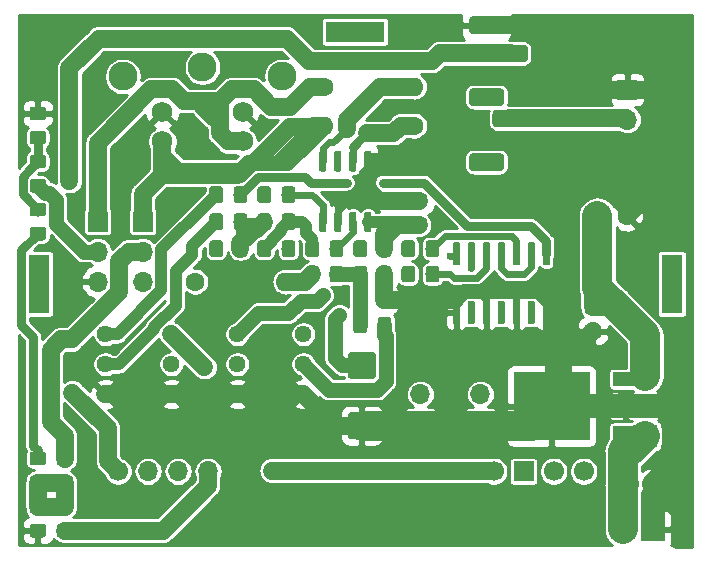
<source format=gbr>
G04 #@! TF.GenerationSoftware,KiCad,Pcbnew,(5.1.2)-1*
G04 #@! TF.CreationDate,2020-02-06T13:28:49-05:00*
G04 #@! TF.ProjectId,clearvideo128,636c6561-7276-4696-9465-6f3132382e6b,rev?*
G04 #@! TF.SameCoordinates,Original*
G04 #@! TF.FileFunction,Copper,L1,Top*
G04 #@! TF.FilePolarity,Positive*
%FSLAX46Y46*%
G04 Gerber Fmt 4.6, Leading zero omitted, Abs format (unit mm)*
G04 Created by KiCad (PCBNEW (5.1.2)-1) date 2020-02-06 13:28:49*
%MOMM*%
%LPD*%
G04 APERTURE LIST*
%ADD10R,1.810000X5.000000*%
%ADD11R,5.000000X1.810000*%
%ADD12C,1.700000*%
%ADD13R,1.700000X1.700000*%
%ADD14O,1.700000X1.700000*%
%ADD15C,2.450000*%
%ADD16C,1.750000*%
%ADD17C,0.100000*%
%ADD18C,0.600000*%
%ADD19R,2.000000X1.905000*%
%ADD20O,2.000000X1.905000*%
%ADD21C,1.150000*%
%ADD22R,1.600000X1.600000*%
%ADD23C,1.600000*%
%ADD24C,2.250000*%
%ADD25R,2.000000X2.000000*%
%ADD26O,2.000000X2.000000*%
%ADD27C,1.500000*%
%ADD28O,1.600000X1.600000*%
%ADD29C,1.440000*%
%ADD30R,2.200000X1.200000*%
%ADD31R,6.400000X5.800000*%
%ADD32C,0.360000*%
%ADD33C,1.500000*%
%ADD34C,0.500000*%
%ADD35C,0.600000*%
%ADD36C,2.500000*%
%ADD37C,1.250000*%
%ADD38C,2.000000*%
%ADD39C,1.000000*%
%ADD40C,0.750000*%
%ADD41C,0.254000*%
G04 APERTURE END LIST*
D10*
X114632801Y-54797001D03*
X61045401Y-54797001D03*
D11*
X87817001Y-33461001D03*
D12*
X99551801Y-70672001D03*
D13*
X102091801Y-70672001D03*
D12*
X104631801Y-70672001D03*
X107171801Y-70672001D03*
D14*
X75371001Y-70672001D03*
X72831001Y-70672001D03*
X70291001Y-70672001D03*
D12*
X67751001Y-70672001D03*
D15*
X74898000Y-36443000D03*
X81648000Y-37243000D03*
X68148000Y-37243000D03*
D16*
X71498000Y-42743000D03*
X71498000Y-40243000D03*
X78298000Y-40243000D03*
X78298000Y-42743000D03*
D17*
G36*
X85254703Y-48690722D02*
G01*
X85269264Y-48692882D01*
X85283543Y-48696459D01*
X85297403Y-48701418D01*
X85310710Y-48707712D01*
X85323336Y-48715280D01*
X85335159Y-48724048D01*
X85346066Y-48733934D01*
X85355952Y-48744841D01*
X85364720Y-48756664D01*
X85372288Y-48769290D01*
X85378582Y-48782597D01*
X85383541Y-48796457D01*
X85387118Y-48810736D01*
X85389278Y-48825297D01*
X85390000Y-48840000D01*
X85390000Y-50290000D01*
X85389278Y-50304703D01*
X85387118Y-50319264D01*
X85383541Y-50333543D01*
X85378582Y-50347403D01*
X85372288Y-50360710D01*
X85364720Y-50373336D01*
X85355952Y-50385159D01*
X85346066Y-50396066D01*
X85335159Y-50405952D01*
X85323336Y-50414720D01*
X85310710Y-50422288D01*
X85297403Y-50428582D01*
X85283543Y-50433541D01*
X85269264Y-50437118D01*
X85254703Y-50439278D01*
X85240000Y-50440000D01*
X84940000Y-50440000D01*
X84925297Y-50439278D01*
X84910736Y-50437118D01*
X84896457Y-50433541D01*
X84882597Y-50428582D01*
X84869290Y-50422288D01*
X84856664Y-50414720D01*
X84844841Y-50405952D01*
X84833934Y-50396066D01*
X84824048Y-50385159D01*
X84815280Y-50373336D01*
X84807712Y-50360710D01*
X84801418Y-50347403D01*
X84796459Y-50333543D01*
X84792882Y-50319264D01*
X84790722Y-50304703D01*
X84790000Y-50290000D01*
X84790000Y-48840000D01*
X84790722Y-48825297D01*
X84792882Y-48810736D01*
X84796459Y-48796457D01*
X84801418Y-48782597D01*
X84807712Y-48769290D01*
X84815280Y-48756664D01*
X84824048Y-48744841D01*
X84833934Y-48733934D01*
X84844841Y-48724048D01*
X84856664Y-48715280D01*
X84869290Y-48707712D01*
X84882597Y-48701418D01*
X84896457Y-48696459D01*
X84910736Y-48692882D01*
X84925297Y-48690722D01*
X84940000Y-48690000D01*
X85240000Y-48690000D01*
X85254703Y-48690722D01*
X85254703Y-48690722D01*
G37*
D18*
X85090000Y-49565000D03*
D17*
G36*
X86524703Y-48690722D02*
G01*
X86539264Y-48692882D01*
X86553543Y-48696459D01*
X86567403Y-48701418D01*
X86580710Y-48707712D01*
X86593336Y-48715280D01*
X86605159Y-48724048D01*
X86616066Y-48733934D01*
X86625952Y-48744841D01*
X86634720Y-48756664D01*
X86642288Y-48769290D01*
X86648582Y-48782597D01*
X86653541Y-48796457D01*
X86657118Y-48810736D01*
X86659278Y-48825297D01*
X86660000Y-48840000D01*
X86660000Y-50290000D01*
X86659278Y-50304703D01*
X86657118Y-50319264D01*
X86653541Y-50333543D01*
X86648582Y-50347403D01*
X86642288Y-50360710D01*
X86634720Y-50373336D01*
X86625952Y-50385159D01*
X86616066Y-50396066D01*
X86605159Y-50405952D01*
X86593336Y-50414720D01*
X86580710Y-50422288D01*
X86567403Y-50428582D01*
X86553543Y-50433541D01*
X86539264Y-50437118D01*
X86524703Y-50439278D01*
X86510000Y-50440000D01*
X86210000Y-50440000D01*
X86195297Y-50439278D01*
X86180736Y-50437118D01*
X86166457Y-50433541D01*
X86152597Y-50428582D01*
X86139290Y-50422288D01*
X86126664Y-50414720D01*
X86114841Y-50405952D01*
X86103934Y-50396066D01*
X86094048Y-50385159D01*
X86085280Y-50373336D01*
X86077712Y-50360710D01*
X86071418Y-50347403D01*
X86066459Y-50333543D01*
X86062882Y-50319264D01*
X86060722Y-50304703D01*
X86060000Y-50290000D01*
X86060000Y-48840000D01*
X86060722Y-48825297D01*
X86062882Y-48810736D01*
X86066459Y-48796457D01*
X86071418Y-48782597D01*
X86077712Y-48769290D01*
X86085280Y-48756664D01*
X86094048Y-48744841D01*
X86103934Y-48733934D01*
X86114841Y-48724048D01*
X86126664Y-48715280D01*
X86139290Y-48707712D01*
X86152597Y-48701418D01*
X86166457Y-48696459D01*
X86180736Y-48692882D01*
X86195297Y-48690722D01*
X86210000Y-48690000D01*
X86510000Y-48690000D01*
X86524703Y-48690722D01*
X86524703Y-48690722D01*
G37*
D18*
X86360000Y-49565000D03*
D17*
G36*
X87794703Y-48690722D02*
G01*
X87809264Y-48692882D01*
X87823543Y-48696459D01*
X87837403Y-48701418D01*
X87850710Y-48707712D01*
X87863336Y-48715280D01*
X87875159Y-48724048D01*
X87886066Y-48733934D01*
X87895952Y-48744841D01*
X87904720Y-48756664D01*
X87912288Y-48769290D01*
X87918582Y-48782597D01*
X87923541Y-48796457D01*
X87927118Y-48810736D01*
X87929278Y-48825297D01*
X87930000Y-48840000D01*
X87930000Y-50290000D01*
X87929278Y-50304703D01*
X87927118Y-50319264D01*
X87923541Y-50333543D01*
X87918582Y-50347403D01*
X87912288Y-50360710D01*
X87904720Y-50373336D01*
X87895952Y-50385159D01*
X87886066Y-50396066D01*
X87875159Y-50405952D01*
X87863336Y-50414720D01*
X87850710Y-50422288D01*
X87837403Y-50428582D01*
X87823543Y-50433541D01*
X87809264Y-50437118D01*
X87794703Y-50439278D01*
X87780000Y-50440000D01*
X87480000Y-50440000D01*
X87465297Y-50439278D01*
X87450736Y-50437118D01*
X87436457Y-50433541D01*
X87422597Y-50428582D01*
X87409290Y-50422288D01*
X87396664Y-50414720D01*
X87384841Y-50405952D01*
X87373934Y-50396066D01*
X87364048Y-50385159D01*
X87355280Y-50373336D01*
X87347712Y-50360710D01*
X87341418Y-50347403D01*
X87336459Y-50333543D01*
X87332882Y-50319264D01*
X87330722Y-50304703D01*
X87330000Y-50290000D01*
X87330000Y-48840000D01*
X87330722Y-48825297D01*
X87332882Y-48810736D01*
X87336459Y-48796457D01*
X87341418Y-48782597D01*
X87347712Y-48769290D01*
X87355280Y-48756664D01*
X87364048Y-48744841D01*
X87373934Y-48733934D01*
X87384841Y-48724048D01*
X87396664Y-48715280D01*
X87409290Y-48707712D01*
X87422597Y-48701418D01*
X87436457Y-48696459D01*
X87450736Y-48692882D01*
X87465297Y-48690722D01*
X87480000Y-48690000D01*
X87780000Y-48690000D01*
X87794703Y-48690722D01*
X87794703Y-48690722D01*
G37*
D18*
X87630000Y-49565000D03*
D17*
G36*
X89064703Y-48690722D02*
G01*
X89079264Y-48692882D01*
X89093543Y-48696459D01*
X89107403Y-48701418D01*
X89120710Y-48707712D01*
X89133336Y-48715280D01*
X89145159Y-48724048D01*
X89156066Y-48733934D01*
X89165952Y-48744841D01*
X89174720Y-48756664D01*
X89182288Y-48769290D01*
X89188582Y-48782597D01*
X89193541Y-48796457D01*
X89197118Y-48810736D01*
X89199278Y-48825297D01*
X89200000Y-48840000D01*
X89200000Y-50290000D01*
X89199278Y-50304703D01*
X89197118Y-50319264D01*
X89193541Y-50333543D01*
X89188582Y-50347403D01*
X89182288Y-50360710D01*
X89174720Y-50373336D01*
X89165952Y-50385159D01*
X89156066Y-50396066D01*
X89145159Y-50405952D01*
X89133336Y-50414720D01*
X89120710Y-50422288D01*
X89107403Y-50428582D01*
X89093543Y-50433541D01*
X89079264Y-50437118D01*
X89064703Y-50439278D01*
X89050000Y-50440000D01*
X88750000Y-50440000D01*
X88735297Y-50439278D01*
X88720736Y-50437118D01*
X88706457Y-50433541D01*
X88692597Y-50428582D01*
X88679290Y-50422288D01*
X88666664Y-50414720D01*
X88654841Y-50405952D01*
X88643934Y-50396066D01*
X88634048Y-50385159D01*
X88625280Y-50373336D01*
X88617712Y-50360710D01*
X88611418Y-50347403D01*
X88606459Y-50333543D01*
X88602882Y-50319264D01*
X88600722Y-50304703D01*
X88600000Y-50290000D01*
X88600000Y-48840000D01*
X88600722Y-48825297D01*
X88602882Y-48810736D01*
X88606459Y-48796457D01*
X88611418Y-48782597D01*
X88617712Y-48769290D01*
X88625280Y-48756664D01*
X88634048Y-48744841D01*
X88643934Y-48733934D01*
X88654841Y-48724048D01*
X88666664Y-48715280D01*
X88679290Y-48707712D01*
X88692597Y-48701418D01*
X88706457Y-48696459D01*
X88720736Y-48692882D01*
X88735297Y-48690722D01*
X88750000Y-48690000D01*
X89050000Y-48690000D01*
X89064703Y-48690722D01*
X89064703Y-48690722D01*
G37*
D18*
X88900000Y-49565000D03*
D17*
G36*
X89064703Y-43540722D02*
G01*
X89079264Y-43542882D01*
X89093543Y-43546459D01*
X89107403Y-43551418D01*
X89120710Y-43557712D01*
X89133336Y-43565280D01*
X89145159Y-43574048D01*
X89156066Y-43583934D01*
X89165952Y-43594841D01*
X89174720Y-43606664D01*
X89182288Y-43619290D01*
X89188582Y-43632597D01*
X89193541Y-43646457D01*
X89197118Y-43660736D01*
X89199278Y-43675297D01*
X89200000Y-43690000D01*
X89200000Y-45140000D01*
X89199278Y-45154703D01*
X89197118Y-45169264D01*
X89193541Y-45183543D01*
X89188582Y-45197403D01*
X89182288Y-45210710D01*
X89174720Y-45223336D01*
X89165952Y-45235159D01*
X89156066Y-45246066D01*
X89145159Y-45255952D01*
X89133336Y-45264720D01*
X89120710Y-45272288D01*
X89107403Y-45278582D01*
X89093543Y-45283541D01*
X89079264Y-45287118D01*
X89064703Y-45289278D01*
X89050000Y-45290000D01*
X88750000Y-45290000D01*
X88735297Y-45289278D01*
X88720736Y-45287118D01*
X88706457Y-45283541D01*
X88692597Y-45278582D01*
X88679290Y-45272288D01*
X88666664Y-45264720D01*
X88654841Y-45255952D01*
X88643934Y-45246066D01*
X88634048Y-45235159D01*
X88625280Y-45223336D01*
X88617712Y-45210710D01*
X88611418Y-45197403D01*
X88606459Y-45183543D01*
X88602882Y-45169264D01*
X88600722Y-45154703D01*
X88600000Y-45140000D01*
X88600000Y-43690000D01*
X88600722Y-43675297D01*
X88602882Y-43660736D01*
X88606459Y-43646457D01*
X88611418Y-43632597D01*
X88617712Y-43619290D01*
X88625280Y-43606664D01*
X88634048Y-43594841D01*
X88643934Y-43583934D01*
X88654841Y-43574048D01*
X88666664Y-43565280D01*
X88679290Y-43557712D01*
X88692597Y-43551418D01*
X88706457Y-43546459D01*
X88720736Y-43542882D01*
X88735297Y-43540722D01*
X88750000Y-43540000D01*
X89050000Y-43540000D01*
X89064703Y-43540722D01*
X89064703Y-43540722D01*
G37*
D18*
X88900000Y-44415000D03*
D17*
G36*
X87794703Y-43540722D02*
G01*
X87809264Y-43542882D01*
X87823543Y-43546459D01*
X87837403Y-43551418D01*
X87850710Y-43557712D01*
X87863336Y-43565280D01*
X87875159Y-43574048D01*
X87886066Y-43583934D01*
X87895952Y-43594841D01*
X87904720Y-43606664D01*
X87912288Y-43619290D01*
X87918582Y-43632597D01*
X87923541Y-43646457D01*
X87927118Y-43660736D01*
X87929278Y-43675297D01*
X87930000Y-43690000D01*
X87930000Y-45140000D01*
X87929278Y-45154703D01*
X87927118Y-45169264D01*
X87923541Y-45183543D01*
X87918582Y-45197403D01*
X87912288Y-45210710D01*
X87904720Y-45223336D01*
X87895952Y-45235159D01*
X87886066Y-45246066D01*
X87875159Y-45255952D01*
X87863336Y-45264720D01*
X87850710Y-45272288D01*
X87837403Y-45278582D01*
X87823543Y-45283541D01*
X87809264Y-45287118D01*
X87794703Y-45289278D01*
X87780000Y-45290000D01*
X87480000Y-45290000D01*
X87465297Y-45289278D01*
X87450736Y-45287118D01*
X87436457Y-45283541D01*
X87422597Y-45278582D01*
X87409290Y-45272288D01*
X87396664Y-45264720D01*
X87384841Y-45255952D01*
X87373934Y-45246066D01*
X87364048Y-45235159D01*
X87355280Y-45223336D01*
X87347712Y-45210710D01*
X87341418Y-45197403D01*
X87336459Y-45183543D01*
X87332882Y-45169264D01*
X87330722Y-45154703D01*
X87330000Y-45140000D01*
X87330000Y-43690000D01*
X87330722Y-43675297D01*
X87332882Y-43660736D01*
X87336459Y-43646457D01*
X87341418Y-43632597D01*
X87347712Y-43619290D01*
X87355280Y-43606664D01*
X87364048Y-43594841D01*
X87373934Y-43583934D01*
X87384841Y-43574048D01*
X87396664Y-43565280D01*
X87409290Y-43557712D01*
X87422597Y-43551418D01*
X87436457Y-43546459D01*
X87450736Y-43542882D01*
X87465297Y-43540722D01*
X87480000Y-43540000D01*
X87780000Y-43540000D01*
X87794703Y-43540722D01*
X87794703Y-43540722D01*
G37*
D18*
X87630000Y-44415000D03*
D17*
G36*
X86524703Y-43540722D02*
G01*
X86539264Y-43542882D01*
X86553543Y-43546459D01*
X86567403Y-43551418D01*
X86580710Y-43557712D01*
X86593336Y-43565280D01*
X86605159Y-43574048D01*
X86616066Y-43583934D01*
X86625952Y-43594841D01*
X86634720Y-43606664D01*
X86642288Y-43619290D01*
X86648582Y-43632597D01*
X86653541Y-43646457D01*
X86657118Y-43660736D01*
X86659278Y-43675297D01*
X86660000Y-43690000D01*
X86660000Y-45140000D01*
X86659278Y-45154703D01*
X86657118Y-45169264D01*
X86653541Y-45183543D01*
X86648582Y-45197403D01*
X86642288Y-45210710D01*
X86634720Y-45223336D01*
X86625952Y-45235159D01*
X86616066Y-45246066D01*
X86605159Y-45255952D01*
X86593336Y-45264720D01*
X86580710Y-45272288D01*
X86567403Y-45278582D01*
X86553543Y-45283541D01*
X86539264Y-45287118D01*
X86524703Y-45289278D01*
X86510000Y-45290000D01*
X86210000Y-45290000D01*
X86195297Y-45289278D01*
X86180736Y-45287118D01*
X86166457Y-45283541D01*
X86152597Y-45278582D01*
X86139290Y-45272288D01*
X86126664Y-45264720D01*
X86114841Y-45255952D01*
X86103934Y-45246066D01*
X86094048Y-45235159D01*
X86085280Y-45223336D01*
X86077712Y-45210710D01*
X86071418Y-45197403D01*
X86066459Y-45183543D01*
X86062882Y-45169264D01*
X86060722Y-45154703D01*
X86060000Y-45140000D01*
X86060000Y-43690000D01*
X86060722Y-43675297D01*
X86062882Y-43660736D01*
X86066459Y-43646457D01*
X86071418Y-43632597D01*
X86077712Y-43619290D01*
X86085280Y-43606664D01*
X86094048Y-43594841D01*
X86103934Y-43583934D01*
X86114841Y-43574048D01*
X86126664Y-43565280D01*
X86139290Y-43557712D01*
X86152597Y-43551418D01*
X86166457Y-43546459D01*
X86180736Y-43542882D01*
X86195297Y-43540722D01*
X86210000Y-43540000D01*
X86510000Y-43540000D01*
X86524703Y-43540722D01*
X86524703Y-43540722D01*
G37*
D18*
X86360000Y-44415000D03*
D17*
G36*
X85254703Y-43540722D02*
G01*
X85269264Y-43542882D01*
X85283543Y-43546459D01*
X85297403Y-43551418D01*
X85310710Y-43557712D01*
X85323336Y-43565280D01*
X85335159Y-43574048D01*
X85346066Y-43583934D01*
X85355952Y-43594841D01*
X85364720Y-43606664D01*
X85372288Y-43619290D01*
X85378582Y-43632597D01*
X85383541Y-43646457D01*
X85387118Y-43660736D01*
X85389278Y-43675297D01*
X85390000Y-43690000D01*
X85390000Y-45140000D01*
X85389278Y-45154703D01*
X85387118Y-45169264D01*
X85383541Y-45183543D01*
X85378582Y-45197403D01*
X85372288Y-45210710D01*
X85364720Y-45223336D01*
X85355952Y-45235159D01*
X85346066Y-45246066D01*
X85335159Y-45255952D01*
X85323336Y-45264720D01*
X85310710Y-45272288D01*
X85297403Y-45278582D01*
X85283543Y-45283541D01*
X85269264Y-45287118D01*
X85254703Y-45289278D01*
X85240000Y-45290000D01*
X84940000Y-45290000D01*
X84925297Y-45289278D01*
X84910736Y-45287118D01*
X84896457Y-45283541D01*
X84882597Y-45278582D01*
X84869290Y-45272288D01*
X84856664Y-45264720D01*
X84844841Y-45255952D01*
X84833934Y-45246066D01*
X84824048Y-45235159D01*
X84815280Y-45223336D01*
X84807712Y-45210710D01*
X84801418Y-45197403D01*
X84796459Y-45183543D01*
X84792882Y-45169264D01*
X84790722Y-45154703D01*
X84790000Y-45140000D01*
X84790000Y-43690000D01*
X84790722Y-43675297D01*
X84792882Y-43660736D01*
X84796459Y-43646457D01*
X84801418Y-43632597D01*
X84807712Y-43619290D01*
X84815280Y-43606664D01*
X84824048Y-43594841D01*
X84833934Y-43583934D01*
X84844841Y-43574048D01*
X84856664Y-43565280D01*
X84869290Y-43557712D01*
X84882597Y-43551418D01*
X84896457Y-43546459D01*
X84910736Y-43542882D01*
X84925297Y-43540722D01*
X84940000Y-43540000D01*
X85240000Y-43540000D01*
X85254703Y-43540722D01*
X85254703Y-43540722D01*
G37*
D18*
X85090000Y-44415000D03*
D19*
X112395000Y-67691000D03*
D20*
X112395000Y-65151000D03*
X112395000Y-62611000D03*
D17*
G36*
X93692505Y-47169204D02*
G01*
X93716773Y-47172804D01*
X93740572Y-47178765D01*
X93763671Y-47187030D01*
X93785850Y-47197520D01*
X93806893Y-47210132D01*
X93826599Y-47224747D01*
X93844777Y-47241223D01*
X93861253Y-47259401D01*
X93875868Y-47279107D01*
X93888480Y-47300150D01*
X93898970Y-47322329D01*
X93907235Y-47345428D01*
X93913196Y-47369227D01*
X93916796Y-47393495D01*
X93918000Y-47417999D01*
X93918000Y-48068001D01*
X93916796Y-48092505D01*
X93913196Y-48116773D01*
X93907235Y-48140572D01*
X93898970Y-48163671D01*
X93888480Y-48185850D01*
X93875868Y-48206893D01*
X93861253Y-48226599D01*
X93844777Y-48244777D01*
X93826599Y-48261253D01*
X93806893Y-48275868D01*
X93785850Y-48288480D01*
X93763671Y-48298970D01*
X93740572Y-48307235D01*
X93716773Y-48313196D01*
X93692505Y-48316796D01*
X93668001Y-48318000D01*
X92767999Y-48318000D01*
X92743495Y-48316796D01*
X92719227Y-48313196D01*
X92695428Y-48307235D01*
X92672329Y-48298970D01*
X92650150Y-48288480D01*
X92629107Y-48275868D01*
X92609401Y-48261253D01*
X92591223Y-48244777D01*
X92574747Y-48226599D01*
X92560132Y-48206893D01*
X92547520Y-48185850D01*
X92537030Y-48163671D01*
X92528765Y-48140572D01*
X92522804Y-48116773D01*
X92519204Y-48092505D01*
X92518000Y-48068001D01*
X92518000Y-47417999D01*
X92519204Y-47393495D01*
X92522804Y-47369227D01*
X92528765Y-47345428D01*
X92537030Y-47322329D01*
X92547520Y-47300150D01*
X92560132Y-47279107D01*
X92574747Y-47259401D01*
X92591223Y-47241223D01*
X92609401Y-47224747D01*
X92629107Y-47210132D01*
X92650150Y-47197520D01*
X92672329Y-47187030D01*
X92695428Y-47178765D01*
X92719227Y-47172804D01*
X92743495Y-47169204D01*
X92767999Y-47168000D01*
X93668001Y-47168000D01*
X93692505Y-47169204D01*
X93692505Y-47169204D01*
G37*
D21*
X93218000Y-47743000D03*
D17*
G36*
X93692505Y-49219204D02*
G01*
X93716773Y-49222804D01*
X93740572Y-49228765D01*
X93763671Y-49237030D01*
X93785850Y-49247520D01*
X93806893Y-49260132D01*
X93826599Y-49274747D01*
X93844777Y-49291223D01*
X93861253Y-49309401D01*
X93875868Y-49329107D01*
X93888480Y-49350150D01*
X93898970Y-49372329D01*
X93907235Y-49395428D01*
X93913196Y-49419227D01*
X93916796Y-49443495D01*
X93918000Y-49467999D01*
X93918000Y-50118001D01*
X93916796Y-50142505D01*
X93913196Y-50166773D01*
X93907235Y-50190572D01*
X93898970Y-50213671D01*
X93888480Y-50235850D01*
X93875868Y-50256893D01*
X93861253Y-50276599D01*
X93844777Y-50294777D01*
X93826599Y-50311253D01*
X93806893Y-50325868D01*
X93785850Y-50338480D01*
X93763671Y-50348970D01*
X93740572Y-50357235D01*
X93716773Y-50363196D01*
X93692505Y-50366796D01*
X93668001Y-50368000D01*
X92767999Y-50368000D01*
X92743495Y-50366796D01*
X92719227Y-50363196D01*
X92695428Y-50357235D01*
X92672329Y-50348970D01*
X92650150Y-50338480D01*
X92629107Y-50325868D01*
X92609401Y-50311253D01*
X92591223Y-50294777D01*
X92574747Y-50276599D01*
X92560132Y-50256893D01*
X92547520Y-50235850D01*
X92537030Y-50213671D01*
X92528765Y-50190572D01*
X92522804Y-50166773D01*
X92519204Y-50142505D01*
X92518000Y-50118001D01*
X92518000Y-49467999D01*
X92519204Y-49443495D01*
X92522804Y-49419227D01*
X92528765Y-49395428D01*
X92537030Y-49372329D01*
X92547520Y-49350150D01*
X92560132Y-49329107D01*
X92574747Y-49309401D01*
X92591223Y-49291223D01*
X92609401Y-49274747D01*
X92629107Y-49260132D01*
X92650150Y-49247520D01*
X92672329Y-49237030D01*
X92695428Y-49228765D01*
X92719227Y-49222804D01*
X92743495Y-49219204D01*
X92767999Y-49218000D01*
X93668001Y-49218000D01*
X93692505Y-49219204D01*
X93692505Y-49219204D01*
G37*
D21*
X93218000Y-49793000D03*
D17*
G36*
X78463505Y-48831204D02*
G01*
X78487773Y-48834804D01*
X78511572Y-48840765D01*
X78534671Y-48849030D01*
X78556850Y-48859520D01*
X78577893Y-48872132D01*
X78597599Y-48886747D01*
X78615777Y-48903223D01*
X78632253Y-48921401D01*
X78646868Y-48941107D01*
X78659480Y-48962150D01*
X78669970Y-48984329D01*
X78678235Y-49007428D01*
X78684196Y-49031227D01*
X78687796Y-49055495D01*
X78689000Y-49079999D01*
X78689000Y-49980001D01*
X78687796Y-50004505D01*
X78684196Y-50028773D01*
X78678235Y-50052572D01*
X78669970Y-50075671D01*
X78659480Y-50097850D01*
X78646868Y-50118893D01*
X78632253Y-50138599D01*
X78615777Y-50156777D01*
X78597599Y-50173253D01*
X78577893Y-50187868D01*
X78556850Y-50200480D01*
X78534671Y-50210970D01*
X78511572Y-50219235D01*
X78487773Y-50225196D01*
X78463505Y-50228796D01*
X78439001Y-50230000D01*
X77788999Y-50230000D01*
X77764495Y-50228796D01*
X77740227Y-50225196D01*
X77716428Y-50219235D01*
X77693329Y-50210970D01*
X77671150Y-50200480D01*
X77650107Y-50187868D01*
X77630401Y-50173253D01*
X77612223Y-50156777D01*
X77595747Y-50138599D01*
X77581132Y-50118893D01*
X77568520Y-50097850D01*
X77558030Y-50075671D01*
X77549765Y-50052572D01*
X77543804Y-50028773D01*
X77540204Y-50004505D01*
X77539000Y-49980001D01*
X77539000Y-49079999D01*
X77540204Y-49055495D01*
X77543804Y-49031227D01*
X77549765Y-49007428D01*
X77558030Y-48984329D01*
X77568520Y-48962150D01*
X77581132Y-48941107D01*
X77595747Y-48921401D01*
X77612223Y-48903223D01*
X77630401Y-48886747D01*
X77650107Y-48872132D01*
X77671150Y-48859520D01*
X77693329Y-48849030D01*
X77716428Y-48840765D01*
X77740227Y-48834804D01*
X77764495Y-48831204D01*
X77788999Y-48830000D01*
X78439001Y-48830000D01*
X78463505Y-48831204D01*
X78463505Y-48831204D01*
G37*
D21*
X78114000Y-49530000D03*
D17*
G36*
X76413505Y-48831204D02*
G01*
X76437773Y-48834804D01*
X76461572Y-48840765D01*
X76484671Y-48849030D01*
X76506850Y-48859520D01*
X76527893Y-48872132D01*
X76547599Y-48886747D01*
X76565777Y-48903223D01*
X76582253Y-48921401D01*
X76596868Y-48941107D01*
X76609480Y-48962150D01*
X76619970Y-48984329D01*
X76628235Y-49007428D01*
X76634196Y-49031227D01*
X76637796Y-49055495D01*
X76639000Y-49079999D01*
X76639000Y-49980001D01*
X76637796Y-50004505D01*
X76634196Y-50028773D01*
X76628235Y-50052572D01*
X76619970Y-50075671D01*
X76609480Y-50097850D01*
X76596868Y-50118893D01*
X76582253Y-50138599D01*
X76565777Y-50156777D01*
X76547599Y-50173253D01*
X76527893Y-50187868D01*
X76506850Y-50200480D01*
X76484671Y-50210970D01*
X76461572Y-50219235D01*
X76437773Y-50225196D01*
X76413505Y-50228796D01*
X76389001Y-50230000D01*
X75738999Y-50230000D01*
X75714495Y-50228796D01*
X75690227Y-50225196D01*
X75666428Y-50219235D01*
X75643329Y-50210970D01*
X75621150Y-50200480D01*
X75600107Y-50187868D01*
X75580401Y-50173253D01*
X75562223Y-50156777D01*
X75545747Y-50138599D01*
X75531132Y-50118893D01*
X75518520Y-50097850D01*
X75508030Y-50075671D01*
X75499765Y-50052572D01*
X75493804Y-50028773D01*
X75490204Y-50004505D01*
X75489000Y-49980001D01*
X75489000Y-49079999D01*
X75490204Y-49055495D01*
X75493804Y-49031227D01*
X75499765Y-49007428D01*
X75508030Y-48984329D01*
X75518520Y-48962150D01*
X75531132Y-48941107D01*
X75545747Y-48921401D01*
X75562223Y-48903223D01*
X75580401Y-48886747D01*
X75600107Y-48872132D01*
X75621150Y-48859520D01*
X75643329Y-48849030D01*
X75666428Y-48840765D01*
X75690227Y-48834804D01*
X75714495Y-48831204D01*
X75738999Y-48830000D01*
X76389001Y-48830000D01*
X76413505Y-48831204D01*
X76413505Y-48831204D01*
G37*
D21*
X76064000Y-49530000D03*
D17*
G36*
X76413505Y-51117204D02*
G01*
X76437773Y-51120804D01*
X76461572Y-51126765D01*
X76484671Y-51135030D01*
X76506850Y-51145520D01*
X76527893Y-51158132D01*
X76547599Y-51172747D01*
X76565777Y-51189223D01*
X76582253Y-51207401D01*
X76596868Y-51227107D01*
X76609480Y-51248150D01*
X76619970Y-51270329D01*
X76628235Y-51293428D01*
X76634196Y-51317227D01*
X76637796Y-51341495D01*
X76639000Y-51365999D01*
X76639000Y-52266001D01*
X76637796Y-52290505D01*
X76634196Y-52314773D01*
X76628235Y-52338572D01*
X76619970Y-52361671D01*
X76609480Y-52383850D01*
X76596868Y-52404893D01*
X76582253Y-52424599D01*
X76565777Y-52442777D01*
X76547599Y-52459253D01*
X76527893Y-52473868D01*
X76506850Y-52486480D01*
X76484671Y-52496970D01*
X76461572Y-52505235D01*
X76437773Y-52511196D01*
X76413505Y-52514796D01*
X76389001Y-52516000D01*
X75738999Y-52516000D01*
X75714495Y-52514796D01*
X75690227Y-52511196D01*
X75666428Y-52505235D01*
X75643329Y-52496970D01*
X75621150Y-52486480D01*
X75600107Y-52473868D01*
X75580401Y-52459253D01*
X75562223Y-52442777D01*
X75545747Y-52424599D01*
X75531132Y-52404893D01*
X75518520Y-52383850D01*
X75508030Y-52361671D01*
X75499765Y-52338572D01*
X75493804Y-52314773D01*
X75490204Y-52290505D01*
X75489000Y-52266001D01*
X75489000Y-51365999D01*
X75490204Y-51341495D01*
X75493804Y-51317227D01*
X75499765Y-51293428D01*
X75508030Y-51270329D01*
X75518520Y-51248150D01*
X75531132Y-51227107D01*
X75545747Y-51207401D01*
X75562223Y-51189223D01*
X75580401Y-51172747D01*
X75600107Y-51158132D01*
X75621150Y-51145520D01*
X75643329Y-51135030D01*
X75666428Y-51126765D01*
X75690227Y-51120804D01*
X75714495Y-51117204D01*
X75738999Y-51116000D01*
X76389001Y-51116000D01*
X76413505Y-51117204D01*
X76413505Y-51117204D01*
G37*
D21*
X76064000Y-51816000D03*
D17*
G36*
X78463505Y-51117204D02*
G01*
X78487773Y-51120804D01*
X78511572Y-51126765D01*
X78534671Y-51135030D01*
X78556850Y-51145520D01*
X78577893Y-51158132D01*
X78597599Y-51172747D01*
X78615777Y-51189223D01*
X78632253Y-51207401D01*
X78646868Y-51227107D01*
X78659480Y-51248150D01*
X78669970Y-51270329D01*
X78678235Y-51293428D01*
X78684196Y-51317227D01*
X78687796Y-51341495D01*
X78689000Y-51365999D01*
X78689000Y-52266001D01*
X78687796Y-52290505D01*
X78684196Y-52314773D01*
X78678235Y-52338572D01*
X78669970Y-52361671D01*
X78659480Y-52383850D01*
X78646868Y-52404893D01*
X78632253Y-52424599D01*
X78615777Y-52442777D01*
X78597599Y-52459253D01*
X78577893Y-52473868D01*
X78556850Y-52486480D01*
X78534671Y-52496970D01*
X78511572Y-52505235D01*
X78487773Y-52511196D01*
X78463505Y-52514796D01*
X78439001Y-52516000D01*
X77788999Y-52516000D01*
X77764495Y-52514796D01*
X77740227Y-52511196D01*
X77716428Y-52505235D01*
X77693329Y-52496970D01*
X77671150Y-52486480D01*
X77650107Y-52473868D01*
X77630401Y-52459253D01*
X77612223Y-52442777D01*
X77595747Y-52424599D01*
X77581132Y-52404893D01*
X77568520Y-52383850D01*
X77558030Y-52361671D01*
X77549765Y-52338572D01*
X77543804Y-52314773D01*
X77540204Y-52290505D01*
X77539000Y-52266001D01*
X77539000Y-51365999D01*
X77540204Y-51341495D01*
X77543804Y-51317227D01*
X77549765Y-51293428D01*
X77558030Y-51270329D01*
X77568520Y-51248150D01*
X77581132Y-51227107D01*
X77595747Y-51207401D01*
X77612223Y-51189223D01*
X77630401Y-51172747D01*
X77650107Y-51158132D01*
X77671150Y-51145520D01*
X77693329Y-51135030D01*
X77716428Y-51126765D01*
X77740227Y-51120804D01*
X77764495Y-51117204D01*
X77788999Y-51116000D01*
X78439001Y-51116000D01*
X78463505Y-51117204D01*
X78463505Y-51117204D01*
G37*
D21*
X78114000Y-51816000D03*
D17*
G36*
X88605505Y-57594204D02*
G01*
X88629773Y-57597804D01*
X88653572Y-57603765D01*
X88676671Y-57612030D01*
X88698850Y-57622520D01*
X88719893Y-57635132D01*
X88739599Y-57649747D01*
X88757777Y-57666223D01*
X88774253Y-57684401D01*
X88788868Y-57704107D01*
X88801480Y-57725150D01*
X88811970Y-57747329D01*
X88820235Y-57770428D01*
X88826196Y-57794227D01*
X88829796Y-57818495D01*
X88831000Y-57842999D01*
X88831000Y-58743001D01*
X88829796Y-58767505D01*
X88826196Y-58791773D01*
X88820235Y-58815572D01*
X88811970Y-58838671D01*
X88801480Y-58860850D01*
X88788868Y-58881893D01*
X88774253Y-58901599D01*
X88757777Y-58919777D01*
X88739599Y-58936253D01*
X88719893Y-58950868D01*
X88698850Y-58963480D01*
X88676671Y-58973970D01*
X88653572Y-58982235D01*
X88629773Y-58988196D01*
X88605505Y-58991796D01*
X88581001Y-58993000D01*
X87930999Y-58993000D01*
X87906495Y-58991796D01*
X87882227Y-58988196D01*
X87858428Y-58982235D01*
X87835329Y-58973970D01*
X87813150Y-58963480D01*
X87792107Y-58950868D01*
X87772401Y-58936253D01*
X87754223Y-58919777D01*
X87737747Y-58901599D01*
X87723132Y-58881893D01*
X87710520Y-58860850D01*
X87700030Y-58838671D01*
X87691765Y-58815572D01*
X87685804Y-58791773D01*
X87682204Y-58767505D01*
X87681000Y-58743001D01*
X87681000Y-57842999D01*
X87682204Y-57818495D01*
X87685804Y-57794227D01*
X87691765Y-57770428D01*
X87700030Y-57747329D01*
X87710520Y-57725150D01*
X87723132Y-57704107D01*
X87737747Y-57684401D01*
X87754223Y-57666223D01*
X87772401Y-57649747D01*
X87792107Y-57635132D01*
X87813150Y-57622520D01*
X87835329Y-57612030D01*
X87858428Y-57603765D01*
X87882227Y-57597804D01*
X87906495Y-57594204D01*
X87930999Y-57593000D01*
X88581001Y-57593000D01*
X88605505Y-57594204D01*
X88605505Y-57594204D01*
G37*
D21*
X88256000Y-58293000D03*
D17*
G36*
X90655505Y-57594204D02*
G01*
X90679773Y-57597804D01*
X90703572Y-57603765D01*
X90726671Y-57612030D01*
X90748850Y-57622520D01*
X90769893Y-57635132D01*
X90789599Y-57649747D01*
X90807777Y-57666223D01*
X90824253Y-57684401D01*
X90838868Y-57704107D01*
X90851480Y-57725150D01*
X90861970Y-57747329D01*
X90870235Y-57770428D01*
X90876196Y-57794227D01*
X90879796Y-57818495D01*
X90881000Y-57842999D01*
X90881000Y-58743001D01*
X90879796Y-58767505D01*
X90876196Y-58791773D01*
X90870235Y-58815572D01*
X90861970Y-58838671D01*
X90851480Y-58860850D01*
X90838868Y-58881893D01*
X90824253Y-58901599D01*
X90807777Y-58919777D01*
X90789599Y-58936253D01*
X90769893Y-58950868D01*
X90748850Y-58963480D01*
X90726671Y-58973970D01*
X90703572Y-58982235D01*
X90679773Y-58988196D01*
X90655505Y-58991796D01*
X90631001Y-58993000D01*
X89980999Y-58993000D01*
X89956495Y-58991796D01*
X89932227Y-58988196D01*
X89908428Y-58982235D01*
X89885329Y-58973970D01*
X89863150Y-58963480D01*
X89842107Y-58950868D01*
X89822401Y-58936253D01*
X89804223Y-58919777D01*
X89787747Y-58901599D01*
X89773132Y-58881893D01*
X89760520Y-58860850D01*
X89750030Y-58838671D01*
X89741765Y-58815572D01*
X89735804Y-58791773D01*
X89732204Y-58767505D01*
X89731000Y-58743001D01*
X89731000Y-57842999D01*
X89732204Y-57818495D01*
X89735804Y-57794227D01*
X89741765Y-57770428D01*
X89750030Y-57747329D01*
X89760520Y-57725150D01*
X89773132Y-57704107D01*
X89787747Y-57684401D01*
X89804223Y-57666223D01*
X89822401Y-57649747D01*
X89842107Y-57635132D01*
X89863150Y-57622520D01*
X89885329Y-57612030D01*
X89908428Y-57603765D01*
X89932227Y-57597804D01*
X89956495Y-57594204D01*
X89980999Y-57593000D01*
X90631001Y-57593000D01*
X90655505Y-57594204D01*
X90655505Y-57594204D01*
G37*
D21*
X90306000Y-58293000D03*
D17*
G36*
X84541505Y-53276204D02*
G01*
X84565773Y-53279804D01*
X84589572Y-53285765D01*
X84612671Y-53294030D01*
X84634850Y-53304520D01*
X84655893Y-53317132D01*
X84675599Y-53331747D01*
X84693777Y-53348223D01*
X84710253Y-53366401D01*
X84724868Y-53386107D01*
X84737480Y-53407150D01*
X84747970Y-53429329D01*
X84756235Y-53452428D01*
X84762196Y-53476227D01*
X84765796Y-53500495D01*
X84767000Y-53524999D01*
X84767000Y-54425001D01*
X84765796Y-54449505D01*
X84762196Y-54473773D01*
X84756235Y-54497572D01*
X84747970Y-54520671D01*
X84737480Y-54542850D01*
X84724868Y-54563893D01*
X84710253Y-54583599D01*
X84693777Y-54601777D01*
X84675599Y-54618253D01*
X84655893Y-54632868D01*
X84634850Y-54645480D01*
X84612671Y-54655970D01*
X84589572Y-54664235D01*
X84565773Y-54670196D01*
X84541505Y-54673796D01*
X84517001Y-54675000D01*
X83866999Y-54675000D01*
X83842495Y-54673796D01*
X83818227Y-54670196D01*
X83794428Y-54664235D01*
X83771329Y-54655970D01*
X83749150Y-54645480D01*
X83728107Y-54632868D01*
X83708401Y-54618253D01*
X83690223Y-54601777D01*
X83673747Y-54583599D01*
X83659132Y-54563893D01*
X83646520Y-54542850D01*
X83636030Y-54520671D01*
X83627765Y-54497572D01*
X83621804Y-54473773D01*
X83618204Y-54449505D01*
X83617000Y-54425001D01*
X83617000Y-53524999D01*
X83618204Y-53500495D01*
X83621804Y-53476227D01*
X83627765Y-53452428D01*
X83636030Y-53429329D01*
X83646520Y-53407150D01*
X83659132Y-53386107D01*
X83673747Y-53366401D01*
X83690223Y-53348223D01*
X83708401Y-53331747D01*
X83728107Y-53317132D01*
X83749150Y-53304520D01*
X83771329Y-53294030D01*
X83794428Y-53285765D01*
X83818227Y-53279804D01*
X83842495Y-53276204D01*
X83866999Y-53275000D01*
X84517001Y-53275000D01*
X84541505Y-53276204D01*
X84541505Y-53276204D01*
G37*
D21*
X84192000Y-53975000D03*
D17*
G36*
X86591505Y-53276204D02*
G01*
X86615773Y-53279804D01*
X86639572Y-53285765D01*
X86662671Y-53294030D01*
X86684850Y-53304520D01*
X86705893Y-53317132D01*
X86725599Y-53331747D01*
X86743777Y-53348223D01*
X86760253Y-53366401D01*
X86774868Y-53386107D01*
X86787480Y-53407150D01*
X86797970Y-53429329D01*
X86806235Y-53452428D01*
X86812196Y-53476227D01*
X86815796Y-53500495D01*
X86817000Y-53524999D01*
X86817000Y-54425001D01*
X86815796Y-54449505D01*
X86812196Y-54473773D01*
X86806235Y-54497572D01*
X86797970Y-54520671D01*
X86787480Y-54542850D01*
X86774868Y-54563893D01*
X86760253Y-54583599D01*
X86743777Y-54601777D01*
X86725599Y-54618253D01*
X86705893Y-54632868D01*
X86684850Y-54645480D01*
X86662671Y-54655970D01*
X86639572Y-54664235D01*
X86615773Y-54670196D01*
X86591505Y-54673796D01*
X86567001Y-54675000D01*
X85916999Y-54675000D01*
X85892495Y-54673796D01*
X85868227Y-54670196D01*
X85844428Y-54664235D01*
X85821329Y-54655970D01*
X85799150Y-54645480D01*
X85778107Y-54632868D01*
X85758401Y-54618253D01*
X85740223Y-54601777D01*
X85723747Y-54583599D01*
X85709132Y-54563893D01*
X85696520Y-54542850D01*
X85686030Y-54520671D01*
X85677765Y-54497572D01*
X85671804Y-54473773D01*
X85668204Y-54449505D01*
X85667000Y-54425001D01*
X85667000Y-53524999D01*
X85668204Y-53500495D01*
X85671804Y-53476227D01*
X85677765Y-53452428D01*
X85686030Y-53429329D01*
X85696520Y-53407150D01*
X85709132Y-53386107D01*
X85723747Y-53366401D01*
X85740223Y-53348223D01*
X85758401Y-53331747D01*
X85778107Y-53317132D01*
X85799150Y-53304520D01*
X85821329Y-53294030D01*
X85844428Y-53285765D01*
X85868227Y-53279804D01*
X85892495Y-53276204D01*
X85916999Y-53275000D01*
X86567001Y-53275000D01*
X86591505Y-53276204D01*
X86591505Y-53276204D01*
G37*
D21*
X86242000Y-53975000D03*
D17*
G36*
X90655505Y-53276204D02*
G01*
X90679773Y-53279804D01*
X90703572Y-53285765D01*
X90726671Y-53294030D01*
X90748850Y-53304520D01*
X90769893Y-53317132D01*
X90789599Y-53331747D01*
X90807777Y-53348223D01*
X90824253Y-53366401D01*
X90838868Y-53386107D01*
X90851480Y-53407150D01*
X90861970Y-53429329D01*
X90870235Y-53452428D01*
X90876196Y-53476227D01*
X90879796Y-53500495D01*
X90881000Y-53524999D01*
X90881000Y-54425001D01*
X90879796Y-54449505D01*
X90876196Y-54473773D01*
X90870235Y-54497572D01*
X90861970Y-54520671D01*
X90851480Y-54542850D01*
X90838868Y-54563893D01*
X90824253Y-54583599D01*
X90807777Y-54601777D01*
X90789599Y-54618253D01*
X90769893Y-54632868D01*
X90748850Y-54645480D01*
X90726671Y-54655970D01*
X90703572Y-54664235D01*
X90679773Y-54670196D01*
X90655505Y-54673796D01*
X90631001Y-54675000D01*
X89980999Y-54675000D01*
X89956495Y-54673796D01*
X89932227Y-54670196D01*
X89908428Y-54664235D01*
X89885329Y-54655970D01*
X89863150Y-54645480D01*
X89842107Y-54632868D01*
X89822401Y-54618253D01*
X89804223Y-54601777D01*
X89787747Y-54583599D01*
X89773132Y-54563893D01*
X89760520Y-54542850D01*
X89750030Y-54520671D01*
X89741765Y-54497572D01*
X89735804Y-54473773D01*
X89732204Y-54449505D01*
X89731000Y-54425001D01*
X89731000Y-53524999D01*
X89732204Y-53500495D01*
X89735804Y-53476227D01*
X89741765Y-53452428D01*
X89750030Y-53429329D01*
X89760520Y-53407150D01*
X89773132Y-53386107D01*
X89787747Y-53366401D01*
X89804223Y-53348223D01*
X89822401Y-53331747D01*
X89842107Y-53317132D01*
X89863150Y-53304520D01*
X89885329Y-53294030D01*
X89908428Y-53285765D01*
X89932227Y-53279804D01*
X89956495Y-53276204D01*
X89980999Y-53275000D01*
X90631001Y-53275000D01*
X90655505Y-53276204D01*
X90655505Y-53276204D01*
G37*
D21*
X90306000Y-53975000D03*
D17*
G36*
X88605505Y-53276204D02*
G01*
X88629773Y-53279804D01*
X88653572Y-53285765D01*
X88676671Y-53294030D01*
X88698850Y-53304520D01*
X88719893Y-53317132D01*
X88739599Y-53331747D01*
X88757777Y-53348223D01*
X88774253Y-53366401D01*
X88788868Y-53386107D01*
X88801480Y-53407150D01*
X88811970Y-53429329D01*
X88820235Y-53452428D01*
X88826196Y-53476227D01*
X88829796Y-53500495D01*
X88831000Y-53524999D01*
X88831000Y-54425001D01*
X88829796Y-54449505D01*
X88826196Y-54473773D01*
X88820235Y-54497572D01*
X88811970Y-54520671D01*
X88801480Y-54542850D01*
X88788868Y-54563893D01*
X88774253Y-54583599D01*
X88757777Y-54601777D01*
X88739599Y-54618253D01*
X88719893Y-54632868D01*
X88698850Y-54645480D01*
X88676671Y-54655970D01*
X88653572Y-54664235D01*
X88629773Y-54670196D01*
X88605505Y-54673796D01*
X88581001Y-54675000D01*
X87930999Y-54675000D01*
X87906495Y-54673796D01*
X87882227Y-54670196D01*
X87858428Y-54664235D01*
X87835329Y-54655970D01*
X87813150Y-54645480D01*
X87792107Y-54632868D01*
X87772401Y-54618253D01*
X87754223Y-54601777D01*
X87737747Y-54583599D01*
X87723132Y-54563893D01*
X87710520Y-54542850D01*
X87700030Y-54520671D01*
X87691765Y-54497572D01*
X87685804Y-54473773D01*
X87682204Y-54449505D01*
X87681000Y-54425001D01*
X87681000Y-53524999D01*
X87682204Y-53500495D01*
X87685804Y-53476227D01*
X87691765Y-53452428D01*
X87700030Y-53429329D01*
X87710520Y-53407150D01*
X87723132Y-53386107D01*
X87737747Y-53366401D01*
X87754223Y-53348223D01*
X87772401Y-53331747D01*
X87792107Y-53317132D01*
X87813150Y-53304520D01*
X87835329Y-53294030D01*
X87858428Y-53285765D01*
X87882227Y-53279804D01*
X87906495Y-53276204D01*
X87930999Y-53275000D01*
X88581001Y-53275000D01*
X88605505Y-53276204D01*
X88605505Y-53276204D01*
G37*
D21*
X88256000Y-53975000D03*
D17*
G36*
X82527505Y-46545204D02*
G01*
X82551773Y-46548804D01*
X82575572Y-46554765D01*
X82598671Y-46563030D01*
X82620850Y-46573520D01*
X82641893Y-46586132D01*
X82661599Y-46600747D01*
X82679777Y-46617223D01*
X82696253Y-46635401D01*
X82710868Y-46655107D01*
X82723480Y-46676150D01*
X82733970Y-46698329D01*
X82742235Y-46721428D01*
X82748196Y-46745227D01*
X82751796Y-46769495D01*
X82753000Y-46793999D01*
X82753000Y-47694001D01*
X82751796Y-47718505D01*
X82748196Y-47742773D01*
X82742235Y-47766572D01*
X82733970Y-47789671D01*
X82723480Y-47811850D01*
X82710868Y-47832893D01*
X82696253Y-47852599D01*
X82679777Y-47870777D01*
X82661599Y-47887253D01*
X82641893Y-47901868D01*
X82620850Y-47914480D01*
X82598671Y-47924970D01*
X82575572Y-47933235D01*
X82551773Y-47939196D01*
X82527505Y-47942796D01*
X82503001Y-47944000D01*
X81852999Y-47944000D01*
X81828495Y-47942796D01*
X81804227Y-47939196D01*
X81780428Y-47933235D01*
X81757329Y-47924970D01*
X81735150Y-47914480D01*
X81714107Y-47901868D01*
X81694401Y-47887253D01*
X81676223Y-47870777D01*
X81659747Y-47852599D01*
X81645132Y-47832893D01*
X81632520Y-47811850D01*
X81622030Y-47789671D01*
X81613765Y-47766572D01*
X81607804Y-47742773D01*
X81604204Y-47718505D01*
X81603000Y-47694001D01*
X81603000Y-46793999D01*
X81604204Y-46769495D01*
X81607804Y-46745227D01*
X81613765Y-46721428D01*
X81622030Y-46698329D01*
X81632520Y-46676150D01*
X81645132Y-46655107D01*
X81659747Y-46635401D01*
X81676223Y-46617223D01*
X81694401Y-46600747D01*
X81714107Y-46586132D01*
X81735150Y-46573520D01*
X81757329Y-46563030D01*
X81780428Y-46554765D01*
X81804227Y-46548804D01*
X81828495Y-46545204D01*
X81852999Y-46544000D01*
X82503001Y-46544000D01*
X82527505Y-46545204D01*
X82527505Y-46545204D01*
G37*
D21*
X82178000Y-47244000D03*
D17*
G36*
X80477505Y-46545204D02*
G01*
X80501773Y-46548804D01*
X80525572Y-46554765D01*
X80548671Y-46563030D01*
X80570850Y-46573520D01*
X80591893Y-46586132D01*
X80611599Y-46600747D01*
X80629777Y-46617223D01*
X80646253Y-46635401D01*
X80660868Y-46655107D01*
X80673480Y-46676150D01*
X80683970Y-46698329D01*
X80692235Y-46721428D01*
X80698196Y-46745227D01*
X80701796Y-46769495D01*
X80703000Y-46793999D01*
X80703000Y-47694001D01*
X80701796Y-47718505D01*
X80698196Y-47742773D01*
X80692235Y-47766572D01*
X80683970Y-47789671D01*
X80673480Y-47811850D01*
X80660868Y-47832893D01*
X80646253Y-47852599D01*
X80629777Y-47870777D01*
X80611599Y-47887253D01*
X80591893Y-47901868D01*
X80570850Y-47914480D01*
X80548671Y-47924970D01*
X80525572Y-47933235D01*
X80501773Y-47939196D01*
X80477505Y-47942796D01*
X80453001Y-47944000D01*
X79802999Y-47944000D01*
X79778495Y-47942796D01*
X79754227Y-47939196D01*
X79730428Y-47933235D01*
X79707329Y-47924970D01*
X79685150Y-47914480D01*
X79664107Y-47901868D01*
X79644401Y-47887253D01*
X79626223Y-47870777D01*
X79609747Y-47852599D01*
X79595132Y-47832893D01*
X79582520Y-47811850D01*
X79572030Y-47789671D01*
X79563765Y-47766572D01*
X79557804Y-47742773D01*
X79554204Y-47718505D01*
X79553000Y-47694001D01*
X79553000Y-46793999D01*
X79554204Y-46769495D01*
X79557804Y-46745227D01*
X79563765Y-46721428D01*
X79572030Y-46698329D01*
X79582520Y-46676150D01*
X79595132Y-46655107D01*
X79609747Y-46635401D01*
X79626223Y-46617223D01*
X79644401Y-46600747D01*
X79664107Y-46586132D01*
X79685150Y-46573520D01*
X79707329Y-46563030D01*
X79730428Y-46554765D01*
X79754227Y-46548804D01*
X79778495Y-46545204D01*
X79802999Y-46544000D01*
X80453001Y-46544000D01*
X80477505Y-46545204D01*
X80477505Y-46545204D01*
G37*
D21*
X80128000Y-47244000D03*
D22*
X108331000Y-49022000D03*
D23*
X110831000Y-49022000D03*
D17*
G36*
X89341505Y-60588204D02*
G01*
X89365773Y-60591804D01*
X89389572Y-60597765D01*
X89412671Y-60606030D01*
X89434850Y-60616520D01*
X89455893Y-60629132D01*
X89475599Y-60643747D01*
X89493777Y-60660223D01*
X89510253Y-60678401D01*
X89524868Y-60698107D01*
X89537480Y-60719150D01*
X89547970Y-60741329D01*
X89556235Y-60764428D01*
X89562196Y-60788227D01*
X89565796Y-60812495D01*
X89567000Y-60836999D01*
X89567000Y-62587001D01*
X89565796Y-62611505D01*
X89562196Y-62635773D01*
X89556235Y-62659572D01*
X89547970Y-62682671D01*
X89537480Y-62704850D01*
X89524868Y-62725893D01*
X89510253Y-62745599D01*
X89493777Y-62763777D01*
X89475599Y-62780253D01*
X89455893Y-62794868D01*
X89434850Y-62807480D01*
X89412671Y-62817970D01*
X89389572Y-62826235D01*
X89365773Y-62832196D01*
X89341505Y-62835796D01*
X89317001Y-62837000D01*
X87466999Y-62837000D01*
X87442495Y-62835796D01*
X87418227Y-62832196D01*
X87394428Y-62826235D01*
X87371329Y-62817970D01*
X87349150Y-62807480D01*
X87328107Y-62794868D01*
X87308401Y-62780253D01*
X87290223Y-62763777D01*
X87273747Y-62745599D01*
X87259132Y-62725893D01*
X87246520Y-62704850D01*
X87236030Y-62682671D01*
X87227765Y-62659572D01*
X87221804Y-62635773D01*
X87218204Y-62611505D01*
X87217000Y-62587001D01*
X87217000Y-60836999D01*
X87218204Y-60812495D01*
X87221804Y-60788227D01*
X87227765Y-60764428D01*
X87236030Y-60741329D01*
X87246520Y-60719150D01*
X87259132Y-60698107D01*
X87273747Y-60678401D01*
X87290223Y-60660223D01*
X87308401Y-60643747D01*
X87328107Y-60629132D01*
X87349150Y-60616520D01*
X87371329Y-60606030D01*
X87394428Y-60597765D01*
X87418227Y-60591804D01*
X87442495Y-60588204D01*
X87466999Y-60587000D01*
X89317001Y-60587000D01*
X89341505Y-60588204D01*
X89341505Y-60588204D01*
G37*
D24*
X88392000Y-61712000D03*
D17*
G36*
X89341505Y-65688204D02*
G01*
X89365773Y-65691804D01*
X89389572Y-65697765D01*
X89412671Y-65706030D01*
X89434850Y-65716520D01*
X89455893Y-65729132D01*
X89475599Y-65743747D01*
X89493777Y-65760223D01*
X89510253Y-65778401D01*
X89524868Y-65798107D01*
X89537480Y-65819150D01*
X89547970Y-65841329D01*
X89556235Y-65864428D01*
X89562196Y-65888227D01*
X89565796Y-65912495D01*
X89567000Y-65936999D01*
X89567000Y-67687001D01*
X89565796Y-67711505D01*
X89562196Y-67735773D01*
X89556235Y-67759572D01*
X89547970Y-67782671D01*
X89537480Y-67804850D01*
X89524868Y-67825893D01*
X89510253Y-67845599D01*
X89493777Y-67863777D01*
X89475599Y-67880253D01*
X89455893Y-67894868D01*
X89434850Y-67907480D01*
X89412671Y-67917970D01*
X89389572Y-67926235D01*
X89365773Y-67932196D01*
X89341505Y-67935796D01*
X89317001Y-67937000D01*
X87466999Y-67937000D01*
X87442495Y-67935796D01*
X87418227Y-67932196D01*
X87394428Y-67926235D01*
X87371329Y-67917970D01*
X87349150Y-67907480D01*
X87328107Y-67894868D01*
X87308401Y-67880253D01*
X87290223Y-67863777D01*
X87273747Y-67845599D01*
X87259132Y-67825893D01*
X87246520Y-67804850D01*
X87236030Y-67782671D01*
X87227765Y-67759572D01*
X87221804Y-67735773D01*
X87218204Y-67711505D01*
X87217000Y-67687001D01*
X87217000Y-65936999D01*
X87218204Y-65912495D01*
X87221804Y-65888227D01*
X87227765Y-65864428D01*
X87236030Y-65841329D01*
X87246520Y-65819150D01*
X87259132Y-65798107D01*
X87273747Y-65778401D01*
X87290223Y-65760223D01*
X87308401Y-65743747D01*
X87328107Y-65729132D01*
X87349150Y-65716520D01*
X87371329Y-65706030D01*
X87394428Y-65697765D01*
X87418227Y-65691804D01*
X87442495Y-65688204D01*
X87466999Y-65687000D01*
X89317001Y-65687000D01*
X89341505Y-65688204D01*
X89341505Y-65688204D01*
G37*
D24*
X88392000Y-66812000D03*
D17*
G36*
X84541505Y-51117204D02*
G01*
X84565773Y-51120804D01*
X84589572Y-51126765D01*
X84612671Y-51135030D01*
X84634850Y-51145520D01*
X84655893Y-51158132D01*
X84675599Y-51172747D01*
X84693777Y-51189223D01*
X84710253Y-51207401D01*
X84724868Y-51227107D01*
X84737480Y-51248150D01*
X84747970Y-51270329D01*
X84756235Y-51293428D01*
X84762196Y-51317227D01*
X84765796Y-51341495D01*
X84767000Y-51365999D01*
X84767000Y-52266001D01*
X84765796Y-52290505D01*
X84762196Y-52314773D01*
X84756235Y-52338572D01*
X84747970Y-52361671D01*
X84737480Y-52383850D01*
X84724868Y-52404893D01*
X84710253Y-52424599D01*
X84693777Y-52442777D01*
X84675599Y-52459253D01*
X84655893Y-52473868D01*
X84634850Y-52486480D01*
X84612671Y-52496970D01*
X84589572Y-52505235D01*
X84565773Y-52511196D01*
X84541505Y-52514796D01*
X84517001Y-52516000D01*
X83866999Y-52516000D01*
X83842495Y-52514796D01*
X83818227Y-52511196D01*
X83794428Y-52505235D01*
X83771329Y-52496970D01*
X83749150Y-52486480D01*
X83728107Y-52473868D01*
X83708401Y-52459253D01*
X83690223Y-52442777D01*
X83673747Y-52424599D01*
X83659132Y-52404893D01*
X83646520Y-52383850D01*
X83636030Y-52361671D01*
X83627765Y-52338572D01*
X83621804Y-52314773D01*
X83618204Y-52290505D01*
X83617000Y-52266001D01*
X83617000Y-51365999D01*
X83618204Y-51341495D01*
X83621804Y-51317227D01*
X83627765Y-51293428D01*
X83636030Y-51270329D01*
X83646520Y-51248150D01*
X83659132Y-51227107D01*
X83673747Y-51207401D01*
X83690223Y-51189223D01*
X83708401Y-51172747D01*
X83728107Y-51158132D01*
X83749150Y-51145520D01*
X83771329Y-51135030D01*
X83794428Y-51126765D01*
X83818227Y-51120804D01*
X83842495Y-51117204D01*
X83866999Y-51116000D01*
X84517001Y-51116000D01*
X84541505Y-51117204D01*
X84541505Y-51117204D01*
G37*
D21*
X84192000Y-51816000D03*
D17*
G36*
X86591505Y-51117204D02*
G01*
X86615773Y-51120804D01*
X86639572Y-51126765D01*
X86662671Y-51135030D01*
X86684850Y-51145520D01*
X86705893Y-51158132D01*
X86725599Y-51172747D01*
X86743777Y-51189223D01*
X86760253Y-51207401D01*
X86774868Y-51227107D01*
X86787480Y-51248150D01*
X86797970Y-51270329D01*
X86806235Y-51293428D01*
X86812196Y-51317227D01*
X86815796Y-51341495D01*
X86817000Y-51365999D01*
X86817000Y-52266001D01*
X86815796Y-52290505D01*
X86812196Y-52314773D01*
X86806235Y-52338572D01*
X86797970Y-52361671D01*
X86787480Y-52383850D01*
X86774868Y-52404893D01*
X86760253Y-52424599D01*
X86743777Y-52442777D01*
X86725599Y-52459253D01*
X86705893Y-52473868D01*
X86684850Y-52486480D01*
X86662671Y-52496970D01*
X86639572Y-52505235D01*
X86615773Y-52511196D01*
X86591505Y-52514796D01*
X86567001Y-52516000D01*
X85916999Y-52516000D01*
X85892495Y-52514796D01*
X85868227Y-52511196D01*
X85844428Y-52505235D01*
X85821329Y-52496970D01*
X85799150Y-52486480D01*
X85778107Y-52473868D01*
X85758401Y-52459253D01*
X85740223Y-52442777D01*
X85723747Y-52424599D01*
X85709132Y-52404893D01*
X85696520Y-52383850D01*
X85686030Y-52361671D01*
X85677765Y-52338572D01*
X85671804Y-52314773D01*
X85668204Y-52290505D01*
X85667000Y-52266001D01*
X85667000Y-51365999D01*
X85668204Y-51341495D01*
X85671804Y-51317227D01*
X85677765Y-51293428D01*
X85686030Y-51270329D01*
X85696520Y-51248150D01*
X85709132Y-51227107D01*
X85723747Y-51207401D01*
X85740223Y-51189223D01*
X85758401Y-51172747D01*
X85778107Y-51158132D01*
X85799150Y-51145520D01*
X85821329Y-51135030D01*
X85844428Y-51126765D01*
X85868227Y-51120804D01*
X85892495Y-51117204D01*
X85916999Y-51116000D01*
X86567001Y-51116000D01*
X86591505Y-51117204D01*
X86591505Y-51117204D01*
G37*
D21*
X86242000Y-51816000D03*
D17*
G36*
X63720505Y-69013204D02*
G01*
X63744773Y-69016804D01*
X63768572Y-69022765D01*
X63791671Y-69031030D01*
X63813850Y-69041520D01*
X63834893Y-69054132D01*
X63854599Y-69068747D01*
X63872777Y-69085223D01*
X63889253Y-69103401D01*
X63903868Y-69123107D01*
X63916480Y-69144150D01*
X63926970Y-69166329D01*
X63935235Y-69189428D01*
X63941196Y-69213227D01*
X63944796Y-69237495D01*
X63946000Y-69261999D01*
X63946000Y-69912001D01*
X63944796Y-69936505D01*
X63941196Y-69960773D01*
X63935235Y-69984572D01*
X63926970Y-70007671D01*
X63916480Y-70029850D01*
X63903868Y-70050893D01*
X63889253Y-70070599D01*
X63872777Y-70088777D01*
X63854599Y-70105253D01*
X63834893Y-70119868D01*
X63813850Y-70132480D01*
X63791671Y-70142970D01*
X63768572Y-70151235D01*
X63744773Y-70157196D01*
X63720505Y-70160796D01*
X63696001Y-70162000D01*
X62795999Y-70162000D01*
X62771495Y-70160796D01*
X62747227Y-70157196D01*
X62723428Y-70151235D01*
X62700329Y-70142970D01*
X62678150Y-70132480D01*
X62657107Y-70119868D01*
X62637401Y-70105253D01*
X62619223Y-70088777D01*
X62602747Y-70070599D01*
X62588132Y-70050893D01*
X62575520Y-70029850D01*
X62565030Y-70007671D01*
X62556765Y-69984572D01*
X62550804Y-69960773D01*
X62547204Y-69936505D01*
X62546000Y-69912001D01*
X62546000Y-69261999D01*
X62547204Y-69237495D01*
X62550804Y-69213227D01*
X62556765Y-69189428D01*
X62565030Y-69166329D01*
X62575520Y-69144150D01*
X62588132Y-69123107D01*
X62602747Y-69103401D01*
X62619223Y-69085223D01*
X62637401Y-69068747D01*
X62657107Y-69054132D01*
X62678150Y-69041520D01*
X62700329Y-69031030D01*
X62723428Y-69022765D01*
X62747227Y-69016804D01*
X62771495Y-69013204D01*
X62795999Y-69012000D01*
X63696001Y-69012000D01*
X63720505Y-69013204D01*
X63720505Y-69013204D01*
G37*
D21*
X63246000Y-69587000D03*
D17*
G36*
X63720505Y-71063204D02*
G01*
X63744773Y-71066804D01*
X63768572Y-71072765D01*
X63791671Y-71081030D01*
X63813850Y-71091520D01*
X63834893Y-71104132D01*
X63854599Y-71118747D01*
X63872777Y-71135223D01*
X63889253Y-71153401D01*
X63903868Y-71173107D01*
X63916480Y-71194150D01*
X63926970Y-71216329D01*
X63935235Y-71239428D01*
X63941196Y-71263227D01*
X63944796Y-71287495D01*
X63946000Y-71311999D01*
X63946000Y-71962001D01*
X63944796Y-71986505D01*
X63941196Y-72010773D01*
X63935235Y-72034572D01*
X63926970Y-72057671D01*
X63916480Y-72079850D01*
X63903868Y-72100893D01*
X63889253Y-72120599D01*
X63872777Y-72138777D01*
X63854599Y-72155253D01*
X63834893Y-72169868D01*
X63813850Y-72182480D01*
X63791671Y-72192970D01*
X63768572Y-72201235D01*
X63744773Y-72207196D01*
X63720505Y-72210796D01*
X63696001Y-72212000D01*
X62795999Y-72212000D01*
X62771495Y-72210796D01*
X62747227Y-72207196D01*
X62723428Y-72201235D01*
X62700329Y-72192970D01*
X62678150Y-72182480D01*
X62657107Y-72169868D01*
X62637401Y-72155253D01*
X62619223Y-72138777D01*
X62602747Y-72120599D01*
X62588132Y-72100893D01*
X62575520Y-72079850D01*
X62565030Y-72057671D01*
X62556765Y-72034572D01*
X62550804Y-72010773D01*
X62547204Y-71986505D01*
X62546000Y-71962001D01*
X62546000Y-71311999D01*
X62547204Y-71287495D01*
X62550804Y-71263227D01*
X62556765Y-71239428D01*
X62565030Y-71216329D01*
X62575520Y-71194150D01*
X62588132Y-71173107D01*
X62602747Y-71153401D01*
X62619223Y-71135223D01*
X62637401Y-71118747D01*
X62657107Y-71104132D01*
X62678150Y-71091520D01*
X62700329Y-71081030D01*
X62723428Y-71072765D01*
X62747227Y-71066804D01*
X62771495Y-71063204D01*
X62795999Y-71062000D01*
X63696001Y-71062000D01*
X63720505Y-71063204D01*
X63720505Y-71063204D01*
G37*
D21*
X63246000Y-71637000D03*
D17*
G36*
X61434505Y-45917204D02*
G01*
X61458773Y-45920804D01*
X61482572Y-45926765D01*
X61505671Y-45935030D01*
X61527850Y-45945520D01*
X61548893Y-45958132D01*
X61568599Y-45972747D01*
X61586777Y-45989223D01*
X61603253Y-46007401D01*
X61617868Y-46027107D01*
X61630480Y-46048150D01*
X61640970Y-46070329D01*
X61649235Y-46093428D01*
X61655196Y-46117227D01*
X61658796Y-46141495D01*
X61660000Y-46165999D01*
X61660000Y-46816001D01*
X61658796Y-46840505D01*
X61655196Y-46864773D01*
X61649235Y-46888572D01*
X61640970Y-46911671D01*
X61630480Y-46933850D01*
X61617868Y-46954893D01*
X61603253Y-46974599D01*
X61586777Y-46992777D01*
X61568599Y-47009253D01*
X61548893Y-47023868D01*
X61527850Y-47036480D01*
X61505671Y-47046970D01*
X61482572Y-47055235D01*
X61458773Y-47061196D01*
X61434505Y-47064796D01*
X61410001Y-47066000D01*
X60509999Y-47066000D01*
X60485495Y-47064796D01*
X60461227Y-47061196D01*
X60437428Y-47055235D01*
X60414329Y-47046970D01*
X60392150Y-47036480D01*
X60371107Y-47023868D01*
X60351401Y-47009253D01*
X60333223Y-46992777D01*
X60316747Y-46974599D01*
X60302132Y-46954893D01*
X60289520Y-46933850D01*
X60279030Y-46911671D01*
X60270765Y-46888572D01*
X60264804Y-46864773D01*
X60261204Y-46840505D01*
X60260000Y-46816001D01*
X60260000Y-46165999D01*
X60261204Y-46141495D01*
X60264804Y-46117227D01*
X60270765Y-46093428D01*
X60279030Y-46070329D01*
X60289520Y-46048150D01*
X60302132Y-46027107D01*
X60316747Y-46007401D01*
X60333223Y-45989223D01*
X60351401Y-45972747D01*
X60371107Y-45958132D01*
X60392150Y-45945520D01*
X60414329Y-45935030D01*
X60437428Y-45926765D01*
X60461227Y-45920804D01*
X60485495Y-45917204D01*
X60509999Y-45916000D01*
X61410001Y-45916000D01*
X61434505Y-45917204D01*
X61434505Y-45917204D01*
G37*
D21*
X60960000Y-46491000D03*
D17*
G36*
X61434505Y-43867204D02*
G01*
X61458773Y-43870804D01*
X61482572Y-43876765D01*
X61505671Y-43885030D01*
X61527850Y-43895520D01*
X61548893Y-43908132D01*
X61568599Y-43922747D01*
X61586777Y-43939223D01*
X61603253Y-43957401D01*
X61617868Y-43977107D01*
X61630480Y-43998150D01*
X61640970Y-44020329D01*
X61649235Y-44043428D01*
X61655196Y-44067227D01*
X61658796Y-44091495D01*
X61660000Y-44115999D01*
X61660000Y-44766001D01*
X61658796Y-44790505D01*
X61655196Y-44814773D01*
X61649235Y-44838572D01*
X61640970Y-44861671D01*
X61630480Y-44883850D01*
X61617868Y-44904893D01*
X61603253Y-44924599D01*
X61586777Y-44942777D01*
X61568599Y-44959253D01*
X61548893Y-44973868D01*
X61527850Y-44986480D01*
X61505671Y-44996970D01*
X61482572Y-45005235D01*
X61458773Y-45011196D01*
X61434505Y-45014796D01*
X61410001Y-45016000D01*
X60509999Y-45016000D01*
X60485495Y-45014796D01*
X60461227Y-45011196D01*
X60437428Y-45005235D01*
X60414329Y-44996970D01*
X60392150Y-44986480D01*
X60371107Y-44973868D01*
X60351401Y-44959253D01*
X60333223Y-44942777D01*
X60316747Y-44924599D01*
X60302132Y-44904893D01*
X60289520Y-44883850D01*
X60279030Y-44861671D01*
X60270765Y-44838572D01*
X60264804Y-44814773D01*
X60261204Y-44790505D01*
X60260000Y-44766001D01*
X60260000Y-44115999D01*
X60261204Y-44091495D01*
X60264804Y-44067227D01*
X60270765Y-44043428D01*
X60279030Y-44020329D01*
X60289520Y-43998150D01*
X60302132Y-43977107D01*
X60316747Y-43957401D01*
X60333223Y-43939223D01*
X60351401Y-43922747D01*
X60371107Y-43908132D01*
X60392150Y-43895520D01*
X60414329Y-43885030D01*
X60437428Y-43876765D01*
X60461227Y-43870804D01*
X60485495Y-43867204D01*
X60509999Y-43866000D01*
X61410001Y-43866000D01*
X61434505Y-43867204D01*
X61434505Y-43867204D01*
G37*
D21*
X60960000Y-44441000D03*
D17*
G36*
X61434505Y-47931204D02*
G01*
X61458773Y-47934804D01*
X61482572Y-47940765D01*
X61505671Y-47949030D01*
X61527850Y-47959520D01*
X61548893Y-47972132D01*
X61568599Y-47986747D01*
X61586777Y-48003223D01*
X61603253Y-48021401D01*
X61617868Y-48041107D01*
X61630480Y-48062150D01*
X61640970Y-48084329D01*
X61649235Y-48107428D01*
X61655196Y-48131227D01*
X61658796Y-48155495D01*
X61660000Y-48179999D01*
X61660000Y-48830001D01*
X61658796Y-48854505D01*
X61655196Y-48878773D01*
X61649235Y-48902572D01*
X61640970Y-48925671D01*
X61630480Y-48947850D01*
X61617868Y-48968893D01*
X61603253Y-48988599D01*
X61586777Y-49006777D01*
X61568599Y-49023253D01*
X61548893Y-49037868D01*
X61527850Y-49050480D01*
X61505671Y-49060970D01*
X61482572Y-49069235D01*
X61458773Y-49075196D01*
X61434505Y-49078796D01*
X61410001Y-49080000D01*
X60509999Y-49080000D01*
X60485495Y-49078796D01*
X60461227Y-49075196D01*
X60437428Y-49069235D01*
X60414329Y-49060970D01*
X60392150Y-49050480D01*
X60371107Y-49037868D01*
X60351401Y-49023253D01*
X60333223Y-49006777D01*
X60316747Y-48988599D01*
X60302132Y-48968893D01*
X60289520Y-48947850D01*
X60279030Y-48925671D01*
X60270765Y-48902572D01*
X60264804Y-48878773D01*
X60261204Y-48854505D01*
X60260000Y-48830001D01*
X60260000Y-48179999D01*
X60261204Y-48155495D01*
X60264804Y-48131227D01*
X60270765Y-48107428D01*
X60279030Y-48084329D01*
X60289520Y-48062150D01*
X60302132Y-48041107D01*
X60316747Y-48021401D01*
X60333223Y-48003223D01*
X60351401Y-47986747D01*
X60371107Y-47972132D01*
X60392150Y-47959520D01*
X60414329Y-47949030D01*
X60437428Y-47940765D01*
X60461227Y-47934804D01*
X60485495Y-47931204D01*
X60509999Y-47930000D01*
X61410001Y-47930000D01*
X61434505Y-47931204D01*
X61434505Y-47931204D01*
G37*
D21*
X60960000Y-48505000D03*
D17*
G36*
X61434505Y-49981204D02*
G01*
X61458773Y-49984804D01*
X61482572Y-49990765D01*
X61505671Y-49999030D01*
X61527850Y-50009520D01*
X61548893Y-50022132D01*
X61568599Y-50036747D01*
X61586777Y-50053223D01*
X61603253Y-50071401D01*
X61617868Y-50091107D01*
X61630480Y-50112150D01*
X61640970Y-50134329D01*
X61649235Y-50157428D01*
X61655196Y-50181227D01*
X61658796Y-50205495D01*
X61660000Y-50229999D01*
X61660000Y-50880001D01*
X61658796Y-50904505D01*
X61655196Y-50928773D01*
X61649235Y-50952572D01*
X61640970Y-50975671D01*
X61630480Y-50997850D01*
X61617868Y-51018893D01*
X61603253Y-51038599D01*
X61586777Y-51056777D01*
X61568599Y-51073253D01*
X61548893Y-51087868D01*
X61527850Y-51100480D01*
X61505671Y-51110970D01*
X61482572Y-51119235D01*
X61458773Y-51125196D01*
X61434505Y-51128796D01*
X61410001Y-51130000D01*
X60509999Y-51130000D01*
X60485495Y-51128796D01*
X60461227Y-51125196D01*
X60437428Y-51119235D01*
X60414329Y-51110970D01*
X60392150Y-51100480D01*
X60371107Y-51087868D01*
X60351401Y-51073253D01*
X60333223Y-51056777D01*
X60316747Y-51038599D01*
X60302132Y-51018893D01*
X60289520Y-50997850D01*
X60279030Y-50975671D01*
X60270765Y-50952572D01*
X60264804Y-50928773D01*
X60261204Y-50904505D01*
X60260000Y-50880001D01*
X60260000Y-50229999D01*
X60261204Y-50205495D01*
X60264804Y-50181227D01*
X60270765Y-50157428D01*
X60279030Y-50134329D01*
X60289520Y-50112150D01*
X60302132Y-50091107D01*
X60316747Y-50071401D01*
X60333223Y-50053223D01*
X60351401Y-50036747D01*
X60371107Y-50022132D01*
X60392150Y-50009520D01*
X60414329Y-49999030D01*
X60437428Y-49990765D01*
X60461227Y-49984804D01*
X60485495Y-49981204D01*
X60509999Y-49980000D01*
X61410001Y-49980000D01*
X61434505Y-49981204D01*
X61434505Y-49981204D01*
G37*
D21*
X60960000Y-50555000D03*
D17*
G36*
X63720505Y-75127204D02*
G01*
X63744773Y-75130804D01*
X63768572Y-75136765D01*
X63791671Y-75145030D01*
X63813850Y-75155520D01*
X63834893Y-75168132D01*
X63854599Y-75182747D01*
X63872777Y-75199223D01*
X63889253Y-75217401D01*
X63903868Y-75237107D01*
X63916480Y-75258150D01*
X63926970Y-75280329D01*
X63935235Y-75303428D01*
X63941196Y-75327227D01*
X63944796Y-75351495D01*
X63946000Y-75375999D01*
X63946000Y-76026001D01*
X63944796Y-76050505D01*
X63941196Y-76074773D01*
X63935235Y-76098572D01*
X63926970Y-76121671D01*
X63916480Y-76143850D01*
X63903868Y-76164893D01*
X63889253Y-76184599D01*
X63872777Y-76202777D01*
X63854599Y-76219253D01*
X63834893Y-76233868D01*
X63813850Y-76246480D01*
X63791671Y-76256970D01*
X63768572Y-76265235D01*
X63744773Y-76271196D01*
X63720505Y-76274796D01*
X63696001Y-76276000D01*
X62795999Y-76276000D01*
X62771495Y-76274796D01*
X62747227Y-76271196D01*
X62723428Y-76265235D01*
X62700329Y-76256970D01*
X62678150Y-76246480D01*
X62657107Y-76233868D01*
X62637401Y-76219253D01*
X62619223Y-76202777D01*
X62602747Y-76184599D01*
X62588132Y-76164893D01*
X62575520Y-76143850D01*
X62565030Y-76121671D01*
X62556765Y-76098572D01*
X62550804Y-76074773D01*
X62547204Y-76050505D01*
X62546000Y-76026001D01*
X62546000Y-75375999D01*
X62547204Y-75351495D01*
X62550804Y-75327227D01*
X62556765Y-75303428D01*
X62565030Y-75280329D01*
X62575520Y-75258150D01*
X62588132Y-75237107D01*
X62602747Y-75217401D01*
X62619223Y-75199223D01*
X62637401Y-75182747D01*
X62657107Y-75168132D01*
X62678150Y-75155520D01*
X62700329Y-75145030D01*
X62723428Y-75136765D01*
X62747227Y-75130804D01*
X62771495Y-75127204D01*
X62795999Y-75126000D01*
X63696001Y-75126000D01*
X63720505Y-75127204D01*
X63720505Y-75127204D01*
G37*
D21*
X63246000Y-75701000D03*
D17*
G36*
X63720505Y-73077204D02*
G01*
X63744773Y-73080804D01*
X63768572Y-73086765D01*
X63791671Y-73095030D01*
X63813850Y-73105520D01*
X63834893Y-73118132D01*
X63854599Y-73132747D01*
X63872777Y-73149223D01*
X63889253Y-73167401D01*
X63903868Y-73187107D01*
X63916480Y-73208150D01*
X63926970Y-73230329D01*
X63935235Y-73253428D01*
X63941196Y-73277227D01*
X63944796Y-73301495D01*
X63946000Y-73325999D01*
X63946000Y-73976001D01*
X63944796Y-74000505D01*
X63941196Y-74024773D01*
X63935235Y-74048572D01*
X63926970Y-74071671D01*
X63916480Y-74093850D01*
X63903868Y-74114893D01*
X63889253Y-74134599D01*
X63872777Y-74152777D01*
X63854599Y-74169253D01*
X63834893Y-74183868D01*
X63813850Y-74196480D01*
X63791671Y-74206970D01*
X63768572Y-74215235D01*
X63744773Y-74221196D01*
X63720505Y-74224796D01*
X63696001Y-74226000D01*
X62795999Y-74226000D01*
X62771495Y-74224796D01*
X62747227Y-74221196D01*
X62723428Y-74215235D01*
X62700329Y-74206970D01*
X62678150Y-74196480D01*
X62657107Y-74183868D01*
X62637401Y-74169253D01*
X62619223Y-74152777D01*
X62602747Y-74134599D01*
X62588132Y-74114893D01*
X62575520Y-74093850D01*
X62565030Y-74071671D01*
X62556765Y-74048572D01*
X62550804Y-74024773D01*
X62547204Y-74000505D01*
X62546000Y-73976001D01*
X62546000Y-73325999D01*
X62547204Y-73301495D01*
X62550804Y-73277227D01*
X62556765Y-73253428D01*
X62565030Y-73230329D01*
X62575520Y-73208150D01*
X62588132Y-73187107D01*
X62602747Y-73167401D01*
X62619223Y-73149223D01*
X62637401Y-73132747D01*
X62657107Y-73118132D01*
X62678150Y-73105520D01*
X62700329Y-73095030D01*
X62723428Y-73086765D01*
X62747227Y-73080804D01*
X62771495Y-73077204D01*
X62795999Y-73076000D01*
X63696001Y-73076000D01*
X63720505Y-73077204D01*
X63720505Y-73077204D01*
G37*
D21*
X63246000Y-73651000D03*
D17*
G36*
X91533505Y-49219204D02*
G01*
X91557773Y-49222804D01*
X91581572Y-49228765D01*
X91604671Y-49237030D01*
X91626850Y-49247520D01*
X91647893Y-49260132D01*
X91667599Y-49274747D01*
X91685777Y-49291223D01*
X91702253Y-49309401D01*
X91716868Y-49329107D01*
X91729480Y-49350150D01*
X91739970Y-49372329D01*
X91748235Y-49395428D01*
X91754196Y-49419227D01*
X91757796Y-49443495D01*
X91759000Y-49467999D01*
X91759000Y-50118001D01*
X91757796Y-50142505D01*
X91754196Y-50166773D01*
X91748235Y-50190572D01*
X91739970Y-50213671D01*
X91729480Y-50235850D01*
X91716868Y-50256893D01*
X91702253Y-50276599D01*
X91685777Y-50294777D01*
X91667599Y-50311253D01*
X91647893Y-50325868D01*
X91626850Y-50338480D01*
X91604671Y-50348970D01*
X91581572Y-50357235D01*
X91557773Y-50363196D01*
X91533505Y-50366796D01*
X91509001Y-50368000D01*
X90608999Y-50368000D01*
X90584495Y-50366796D01*
X90560227Y-50363196D01*
X90536428Y-50357235D01*
X90513329Y-50348970D01*
X90491150Y-50338480D01*
X90470107Y-50325868D01*
X90450401Y-50311253D01*
X90432223Y-50294777D01*
X90415747Y-50276599D01*
X90401132Y-50256893D01*
X90388520Y-50235850D01*
X90378030Y-50213671D01*
X90369765Y-50190572D01*
X90363804Y-50166773D01*
X90360204Y-50142505D01*
X90359000Y-50118001D01*
X90359000Y-49467999D01*
X90360204Y-49443495D01*
X90363804Y-49419227D01*
X90369765Y-49395428D01*
X90378030Y-49372329D01*
X90388520Y-49350150D01*
X90401132Y-49329107D01*
X90415747Y-49309401D01*
X90432223Y-49291223D01*
X90450401Y-49274747D01*
X90470107Y-49260132D01*
X90491150Y-49247520D01*
X90513329Y-49237030D01*
X90536428Y-49228765D01*
X90560227Y-49222804D01*
X90584495Y-49219204D01*
X90608999Y-49218000D01*
X91509001Y-49218000D01*
X91533505Y-49219204D01*
X91533505Y-49219204D01*
G37*
D21*
X91059000Y-49793000D03*
D17*
G36*
X91533505Y-47169204D02*
G01*
X91557773Y-47172804D01*
X91581572Y-47178765D01*
X91604671Y-47187030D01*
X91626850Y-47197520D01*
X91647893Y-47210132D01*
X91667599Y-47224747D01*
X91685777Y-47241223D01*
X91702253Y-47259401D01*
X91716868Y-47279107D01*
X91729480Y-47300150D01*
X91739970Y-47322329D01*
X91748235Y-47345428D01*
X91754196Y-47369227D01*
X91757796Y-47393495D01*
X91759000Y-47417999D01*
X91759000Y-48068001D01*
X91757796Y-48092505D01*
X91754196Y-48116773D01*
X91748235Y-48140572D01*
X91739970Y-48163671D01*
X91729480Y-48185850D01*
X91716868Y-48206893D01*
X91702253Y-48226599D01*
X91685777Y-48244777D01*
X91667599Y-48261253D01*
X91647893Y-48275868D01*
X91626850Y-48288480D01*
X91604671Y-48298970D01*
X91581572Y-48307235D01*
X91557773Y-48313196D01*
X91533505Y-48316796D01*
X91509001Y-48318000D01*
X90608999Y-48318000D01*
X90584495Y-48316796D01*
X90560227Y-48313196D01*
X90536428Y-48307235D01*
X90513329Y-48298970D01*
X90491150Y-48288480D01*
X90470107Y-48275868D01*
X90450401Y-48261253D01*
X90432223Y-48244777D01*
X90415747Y-48226599D01*
X90401132Y-48206893D01*
X90388520Y-48185850D01*
X90378030Y-48163671D01*
X90369765Y-48140572D01*
X90363804Y-48116773D01*
X90360204Y-48092505D01*
X90359000Y-48068001D01*
X90359000Y-47417999D01*
X90360204Y-47393495D01*
X90363804Y-47369227D01*
X90369765Y-47345428D01*
X90378030Y-47322329D01*
X90388520Y-47300150D01*
X90401132Y-47279107D01*
X90415747Y-47259401D01*
X90432223Y-47241223D01*
X90450401Y-47224747D01*
X90470107Y-47210132D01*
X90491150Y-47197520D01*
X90513329Y-47187030D01*
X90536428Y-47178765D01*
X90560227Y-47172804D01*
X90584495Y-47169204D01*
X90608999Y-47168000D01*
X91509001Y-47168000D01*
X91533505Y-47169204D01*
X91533505Y-47169204D01*
G37*
D21*
X91059000Y-47743000D03*
D14*
X93345000Y-64135000D03*
D13*
X93345000Y-66675000D03*
X98425000Y-66675000D03*
D14*
X98425000Y-64135000D03*
D25*
X113030000Y-75565000D03*
D26*
X110490000Y-75565000D03*
D14*
X69850000Y-54610000D03*
X69850000Y-52070000D03*
D13*
X69850000Y-49530000D03*
X66040000Y-49530000D03*
D14*
X66040000Y-52070000D03*
X66040000Y-54610000D03*
X110871000Y-40894000D03*
D13*
X110871000Y-38354000D03*
D17*
G36*
X100110756Y-32144806D02*
G01*
X100147159Y-32150206D01*
X100182857Y-32159147D01*
X100217506Y-32171545D01*
X100250774Y-32187280D01*
X100282339Y-32206199D01*
X100311897Y-32228121D01*
X100339165Y-32252835D01*
X100363879Y-32280103D01*
X100385801Y-32309661D01*
X100404720Y-32341226D01*
X100420455Y-32374494D01*
X100432853Y-32409143D01*
X100441794Y-32444841D01*
X100447194Y-32481244D01*
X100449000Y-32518000D01*
X100449000Y-33268000D01*
X100447194Y-33304756D01*
X100441794Y-33341159D01*
X100432853Y-33376857D01*
X100420455Y-33411506D01*
X100404720Y-33444774D01*
X100385801Y-33476339D01*
X100363879Y-33505897D01*
X100339165Y-33533165D01*
X100311897Y-33557879D01*
X100282339Y-33579801D01*
X100250774Y-33598720D01*
X100217506Y-33614455D01*
X100182857Y-33626853D01*
X100147159Y-33635794D01*
X100110756Y-33641194D01*
X100074000Y-33643000D01*
X97824000Y-33643000D01*
X97787244Y-33641194D01*
X97750841Y-33635794D01*
X97715143Y-33626853D01*
X97680494Y-33614455D01*
X97647226Y-33598720D01*
X97615661Y-33579801D01*
X97586103Y-33557879D01*
X97558835Y-33533165D01*
X97534121Y-33505897D01*
X97512199Y-33476339D01*
X97493280Y-33444774D01*
X97477545Y-33411506D01*
X97465147Y-33376857D01*
X97456206Y-33341159D01*
X97450806Y-33304756D01*
X97449000Y-33268000D01*
X97449000Y-32518000D01*
X97450806Y-32481244D01*
X97456206Y-32444841D01*
X97465147Y-32409143D01*
X97477545Y-32374494D01*
X97493280Y-32341226D01*
X97512199Y-32309661D01*
X97534121Y-32280103D01*
X97558835Y-32252835D01*
X97586103Y-32228121D01*
X97615661Y-32206199D01*
X97647226Y-32187280D01*
X97680494Y-32171545D01*
X97715143Y-32159147D01*
X97750841Y-32150206D01*
X97787244Y-32144806D01*
X97824000Y-32143000D01*
X100074000Y-32143000D01*
X100110756Y-32144806D01*
X100110756Y-32144806D01*
G37*
D27*
X98949000Y-32893000D03*
D17*
G36*
X102110756Y-34544806D02*
G01*
X102147159Y-34550206D01*
X102182857Y-34559147D01*
X102217506Y-34571545D01*
X102250774Y-34587280D01*
X102282339Y-34606199D01*
X102311897Y-34628121D01*
X102339165Y-34652835D01*
X102363879Y-34680103D01*
X102385801Y-34709661D01*
X102404720Y-34741226D01*
X102420455Y-34774494D01*
X102432853Y-34809143D01*
X102441794Y-34844841D01*
X102447194Y-34881244D01*
X102449000Y-34918000D01*
X102449000Y-35668000D01*
X102447194Y-35704756D01*
X102441794Y-35741159D01*
X102432853Y-35776857D01*
X102420455Y-35811506D01*
X102404720Y-35844774D01*
X102385801Y-35876339D01*
X102363879Y-35905897D01*
X102339165Y-35933165D01*
X102311897Y-35957879D01*
X102282339Y-35979801D01*
X102250774Y-35998720D01*
X102217506Y-36014455D01*
X102182857Y-36026853D01*
X102147159Y-36035794D01*
X102110756Y-36041194D01*
X102074000Y-36043000D01*
X99824000Y-36043000D01*
X99787244Y-36041194D01*
X99750841Y-36035794D01*
X99715143Y-36026853D01*
X99680494Y-36014455D01*
X99647226Y-35998720D01*
X99615661Y-35979801D01*
X99586103Y-35957879D01*
X99558835Y-35933165D01*
X99534121Y-35905897D01*
X99512199Y-35876339D01*
X99493280Y-35844774D01*
X99477545Y-35811506D01*
X99465147Y-35776857D01*
X99456206Y-35741159D01*
X99450806Y-35704756D01*
X99449000Y-35668000D01*
X99449000Y-34918000D01*
X99450806Y-34881244D01*
X99456206Y-34844841D01*
X99465147Y-34809143D01*
X99477545Y-34774494D01*
X99493280Y-34741226D01*
X99512199Y-34709661D01*
X99534121Y-34680103D01*
X99558835Y-34652835D01*
X99586103Y-34628121D01*
X99615661Y-34606199D01*
X99647226Y-34587280D01*
X99680494Y-34571545D01*
X99715143Y-34559147D01*
X99750841Y-34550206D01*
X99787244Y-34544806D01*
X99824000Y-34543000D01*
X102074000Y-34543000D01*
X102110756Y-34544806D01*
X102110756Y-34544806D01*
G37*
D27*
X100949000Y-35293000D03*
D17*
G36*
X102110756Y-40044806D02*
G01*
X102147159Y-40050206D01*
X102182857Y-40059147D01*
X102217506Y-40071545D01*
X102250774Y-40087280D01*
X102282339Y-40106199D01*
X102311897Y-40128121D01*
X102339165Y-40152835D01*
X102363879Y-40180103D01*
X102385801Y-40209661D01*
X102404720Y-40241226D01*
X102420455Y-40274494D01*
X102432853Y-40309143D01*
X102441794Y-40344841D01*
X102447194Y-40381244D01*
X102449000Y-40418000D01*
X102449000Y-41168000D01*
X102447194Y-41204756D01*
X102441794Y-41241159D01*
X102432853Y-41276857D01*
X102420455Y-41311506D01*
X102404720Y-41344774D01*
X102385801Y-41376339D01*
X102363879Y-41405897D01*
X102339165Y-41433165D01*
X102311897Y-41457879D01*
X102282339Y-41479801D01*
X102250774Y-41498720D01*
X102217506Y-41514455D01*
X102182857Y-41526853D01*
X102147159Y-41535794D01*
X102110756Y-41541194D01*
X102074000Y-41543000D01*
X99824000Y-41543000D01*
X99787244Y-41541194D01*
X99750841Y-41535794D01*
X99715143Y-41526853D01*
X99680494Y-41514455D01*
X99647226Y-41498720D01*
X99615661Y-41479801D01*
X99586103Y-41457879D01*
X99558835Y-41433165D01*
X99534121Y-41405897D01*
X99512199Y-41376339D01*
X99493280Y-41344774D01*
X99477545Y-41311506D01*
X99465147Y-41276857D01*
X99456206Y-41241159D01*
X99450806Y-41204756D01*
X99449000Y-41168000D01*
X99449000Y-40418000D01*
X99450806Y-40381244D01*
X99456206Y-40344841D01*
X99465147Y-40309143D01*
X99477545Y-40274494D01*
X99493280Y-40241226D01*
X99512199Y-40209661D01*
X99534121Y-40180103D01*
X99558835Y-40152835D01*
X99586103Y-40128121D01*
X99615661Y-40106199D01*
X99647226Y-40087280D01*
X99680494Y-40071545D01*
X99715143Y-40059147D01*
X99750841Y-40050206D01*
X99787244Y-40044806D01*
X99824000Y-40043000D01*
X102074000Y-40043000D01*
X102110756Y-40044806D01*
X102110756Y-40044806D01*
G37*
D27*
X100949000Y-40793000D03*
D17*
G36*
X100110756Y-43744806D02*
G01*
X100147159Y-43750206D01*
X100182857Y-43759147D01*
X100217506Y-43771545D01*
X100250774Y-43787280D01*
X100282339Y-43806199D01*
X100311897Y-43828121D01*
X100339165Y-43852835D01*
X100363879Y-43880103D01*
X100385801Y-43909661D01*
X100404720Y-43941226D01*
X100420455Y-43974494D01*
X100432853Y-44009143D01*
X100441794Y-44044841D01*
X100447194Y-44081244D01*
X100449000Y-44118000D01*
X100449000Y-44868000D01*
X100447194Y-44904756D01*
X100441794Y-44941159D01*
X100432853Y-44976857D01*
X100420455Y-45011506D01*
X100404720Y-45044774D01*
X100385801Y-45076339D01*
X100363879Y-45105897D01*
X100339165Y-45133165D01*
X100311897Y-45157879D01*
X100282339Y-45179801D01*
X100250774Y-45198720D01*
X100217506Y-45214455D01*
X100182857Y-45226853D01*
X100147159Y-45235794D01*
X100110756Y-45241194D01*
X100074000Y-45243000D01*
X97824000Y-45243000D01*
X97787244Y-45241194D01*
X97750841Y-45235794D01*
X97715143Y-45226853D01*
X97680494Y-45214455D01*
X97647226Y-45198720D01*
X97615661Y-45179801D01*
X97586103Y-45157879D01*
X97558835Y-45133165D01*
X97534121Y-45105897D01*
X97512199Y-45076339D01*
X97493280Y-45044774D01*
X97477545Y-45011506D01*
X97465147Y-44976857D01*
X97456206Y-44941159D01*
X97450806Y-44904756D01*
X97449000Y-44868000D01*
X97449000Y-44118000D01*
X97450806Y-44081244D01*
X97456206Y-44044841D01*
X97465147Y-44009143D01*
X97477545Y-43974494D01*
X97493280Y-43941226D01*
X97512199Y-43909661D01*
X97534121Y-43880103D01*
X97558835Y-43852835D01*
X97586103Y-43828121D01*
X97615661Y-43806199D01*
X97647226Y-43787280D01*
X97680494Y-43771545D01*
X97715143Y-43759147D01*
X97750841Y-43750206D01*
X97787244Y-43744806D01*
X97824000Y-43743000D01*
X100074000Y-43743000D01*
X100110756Y-43744806D01*
X100110756Y-43744806D01*
G37*
D27*
X98949000Y-44493000D03*
D17*
G36*
X100110756Y-38244806D02*
G01*
X100147159Y-38250206D01*
X100182857Y-38259147D01*
X100217506Y-38271545D01*
X100250774Y-38287280D01*
X100282339Y-38306199D01*
X100311897Y-38328121D01*
X100339165Y-38352835D01*
X100363879Y-38380103D01*
X100385801Y-38409661D01*
X100404720Y-38441226D01*
X100420455Y-38474494D01*
X100432853Y-38509143D01*
X100441794Y-38544841D01*
X100447194Y-38581244D01*
X100449000Y-38618000D01*
X100449000Y-39368000D01*
X100447194Y-39404756D01*
X100441794Y-39441159D01*
X100432853Y-39476857D01*
X100420455Y-39511506D01*
X100404720Y-39544774D01*
X100385801Y-39576339D01*
X100363879Y-39605897D01*
X100339165Y-39633165D01*
X100311897Y-39657879D01*
X100282339Y-39679801D01*
X100250774Y-39698720D01*
X100217506Y-39714455D01*
X100182857Y-39726853D01*
X100147159Y-39735794D01*
X100110756Y-39741194D01*
X100074000Y-39743000D01*
X97824000Y-39743000D01*
X97787244Y-39741194D01*
X97750841Y-39735794D01*
X97715143Y-39726853D01*
X97680494Y-39714455D01*
X97647226Y-39698720D01*
X97615661Y-39679801D01*
X97586103Y-39657879D01*
X97558835Y-39633165D01*
X97534121Y-39605897D01*
X97512199Y-39576339D01*
X97493280Y-39544774D01*
X97477545Y-39511506D01*
X97465147Y-39476857D01*
X97456206Y-39441159D01*
X97450806Y-39404756D01*
X97449000Y-39368000D01*
X97449000Y-38618000D01*
X97450806Y-38581244D01*
X97456206Y-38544841D01*
X97465147Y-38509143D01*
X97477545Y-38474494D01*
X97493280Y-38441226D01*
X97512199Y-38409661D01*
X97534121Y-38380103D01*
X97558835Y-38352835D01*
X97586103Y-38328121D01*
X97615661Y-38306199D01*
X97647226Y-38287280D01*
X97680494Y-38271545D01*
X97715143Y-38259147D01*
X97750841Y-38250206D01*
X97787244Y-38244806D01*
X97824000Y-38243000D01*
X100074000Y-38243000D01*
X100110756Y-38244806D01*
X100110756Y-38244806D01*
G37*
D27*
X98949000Y-38993000D03*
D23*
X74295000Y-54610000D03*
D28*
X81915000Y-54610000D03*
D17*
G36*
X61434505Y-69004204D02*
G01*
X61458773Y-69007804D01*
X61482572Y-69013765D01*
X61505671Y-69022030D01*
X61527850Y-69032520D01*
X61548893Y-69045132D01*
X61568599Y-69059747D01*
X61586777Y-69076223D01*
X61603253Y-69094401D01*
X61617868Y-69114107D01*
X61630480Y-69135150D01*
X61640970Y-69157329D01*
X61649235Y-69180428D01*
X61655196Y-69204227D01*
X61658796Y-69228495D01*
X61660000Y-69252999D01*
X61660000Y-69903001D01*
X61658796Y-69927505D01*
X61655196Y-69951773D01*
X61649235Y-69975572D01*
X61640970Y-69998671D01*
X61630480Y-70020850D01*
X61617868Y-70041893D01*
X61603253Y-70061599D01*
X61586777Y-70079777D01*
X61568599Y-70096253D01*
X61548893Y-70110868D01*
X61527850Y-70123480D01*
X61505671Y-70133970D01*
X61482572Y-70142235D01*
X61458773Y-70148196D01*
X61434505Y-70151796D01*
X61410001Y-70153000D01*
X60509999Y-70153000D01*
X60485495Y-70151796D01*
X60461227Y-70148196D01*
X60437428Y-70142235D01*
X60414329Y-70133970D01*
X60392150Y-70123480D01*
X60371107Y-70110868D01*
X60351401Y-70096253D01*
X60333223Y-70079777D01*
X60316747Y-70061599D01*
X60302132Y-70041893D01*
X60289520Y-70020850D01*
X60279030Y-69998671D01*
X60270765Y-69975572D01*
X60264804Y-69951773D01*
X60261204Y-69927505D01*
X60260000Y-69903001D01*
X60260000Y-69252999D01*
X60261204Y-69228495D01*
X60264804Y-69204227D01*
X60270765Y-69180428D01*
X60279030Y-69157329D01*
X60289520Y-69135150D01*
X60302132Y-69114107D01*
X60316747Y-69094401D01*
X60333223Y-69076223D01*
X60351401Y-69059747D01*
X60371107Y-69045132D01*
X60392150Y-69032520D01*
X60414329Y-69022030D01*
X60437428Y-69013765D01*
X60461227Y-69007804D01*
X60485495Y-69004204D01*
X60509999Y-69003000D01*
X61410001Y-69003000D01*
X61434505Y-69004204D01*
X61434505Y-69004204D01*
G37*
D21*
X60960000Y-69578000D03*
D17*
G36*
X61434505Y-71054204D02*
G01*
X61458773Y-71057804D01*
X61482572Y-71063765D01*
X61505671Y-71072030D01*
X61527850Y-71082520D01*
X61548893Y-71095132D01*
X61568599Y-71109747D01*
X61586777Y-71126223D01*
X61603253Y-71144401D01*
X61617868Y-71164107D01*
X61630480Y-71185150D01*
X61640970Y-71207329D01*
X61649235Y-71230428D01*
X61655196Y-71254227D01*
X61658796Y-71278495D01*
X61660000Y-71302999D01*
X61660000Y-71953001D01*
X61658796Y-71977505D01*
X61655196Y-72001773D01*
X61649235Y-72025572D01*
X61640970Y-72048671D01*
X61630480Y-72070850D01*
X61617868Y-72091893D01*
X61603253Y-72111599D01*
X61586777Y-72129777D01*
X61568599Y-72146253D01*
X61548893Y-72160868D01*
X61527850Y-72173480D01*
X61505671Y-72183970D01*
X61482572Y-72192235D01*
X61458773Y-72198196D01*
X61434505Y-72201796D01*
X61410001Y-72203000D01*
X60509999Y-72203000D01*
X60485495Y-72201796D01*
X60461227Y-72198196D01*
X60437428Y-72192235D01*
X60414329Y-72183970D01*
X60392150Y-72173480D01*
X60371107Y-72160868D01*
X60351401Y-72146253D01*
X60333223Y-72129777D01*
X60316747Y-72111599D01*
X60302132Y-72091893D01*
X60289520Y-72070850D01*
X60279030Y-72048671D01*
X60270765Y-72025572D01*
X60264804Y-72001773D01*
X60261204Y-71977505D01*
X60260000Y-71953001D01*
X60260000Y-71302999D01*
X60261204Y-71278495D01*
X60264804Y-71254227D01*
X60270765Y-71230428D01*
X60279030Y-71207329D01*
X60289520Y-71185150D01*
X60302132Y-71164107D01*
X60316747Y-71144401D01*
X60333223Y-71126223D01*
X60351401Y-71109747D01*
X60371107Y-71095132D01*
X60392150Y-71082520D01*
X60414329Y-71072030D01*
X60437428Y-71063765D01*
X60461227Y-71057804D01*
X60485495Y-71054204D01*
X60509999Y-71053000D01*
X61410001Y-71053000D01*
X61434505Y-71054204D01*
X61434505Y-71054204D01*
G37*
D21*
X60960000Y-71628000D03*
D17*
G36*
X76404505Y-46545204D02*
G01*
X76428773Y-46548804D01*
X76452572Y-46554765D01*
X76475671Y-46563030D01*
X76497850Y-46573520D01*
X76518893Y-46586132D01*
X76538599Y-46600747D01*
X76556777Y-46617223D01*
X76573253Y-46635401D01*
X76587868Y-46655107D01*
X76600480Y-46676150D01*
X76610970Y-46698329D01*
X76619235Y-46721428D01*
X76625196Y-46745227D01*
X76628796Y-46769495D01*
X76630000Y-46793999D01*
X76630000Y-47694001D01*
X76628796Y-47718505D01*
X76625196Y-47742773D01*
X76619235Y-47766572D01*
X76610970Y-47789671D01*
X76600480Y-47811850D01*
X76587868Y-47832893D01*
X76573253Y-47852599D01*
X76556777Y-47870777D01*
X76538599Y-47887253D01*
X76518893Y-47901868D01*
X76497850Y-47914480D01*
X76475671Y-47924970D01*
X76452572Y-47933235D01*
X76428773Y-47939196D01*
X76404505Y-47942796D01*
X76380001Y-47944000D01*
X75729999Y-47944000D01*
X75705495Y-47942796D01*
X75681227Y-47939196D01*
X75657428Y-47933235D01*
X75634329Y-47924970D01*
X75612150Y-47914480D01*
X75591107Y-47901868D01*
X75571401Y-47887253D01*
X75553223Y-47870777D01*
X75536747Y-47852599D01*
X75522132Y-47832893D01*
X75509520Y-47811850D01*
X75499030Y-47789671D01*
X75490765Y-47766572D01*
X75484804Y-47742773D01*
X75481204Y-47718505D01*
X75480000Y-47694001D01*
X75480000Y-46793999D01*
X75481204Y-46769495D01*
X75484804Y-46745227D01*
X75490765Y-46721428D01*
X75499030Y-46698329D01*
X75509520Y-46676150D01*
X75522132Y-46655107D01*
X75536747Y-46635401D01*
X75553223Y-46617223D01*
X75571401Y-46600747D01*
X75591107Y-46586132D01*
X75612150Y-46573520D01*
X75634329Y-46563030D01*
X75657428Y-46554765D01*
X75681227Y-46548804D01*
X75705495Y-46545204D01*
X75729999Y-46544000D01*
X76380001Y-46544000D01*
X76404505Y-46545204D01*
X76404505Y-46545204D01*
G37*
D21*
X76055000Y-47244000D03*
D17*
G36*
X78454505Y-46545204D02*
G01*
X78478773Y-46548804D01*
X78502572Y-46554765D01*
X78525671Y-46563030D01*
X78547850Y-46573520D01*
X78568893Y-46586132D01*
X78588599Y-46600747D01*
X78606777Y-46617223D01*
X78623253Y-46635401D01*
X78637868Y-46655107D01*
X78650480Y-46676150D01*
X78660970Y-46698329D01*
X78669235Y-46721428D01*
X78675196Y-46745227D01*
X78678796Y-46769495D01*
X78680000Y-46793999D01*
X78680000Y-47694001D01*
X78678796Y-47718505D01*
X78675196Y-47742773D01*
X78669235Y-47766572D01*
X78660970Y-47789671D01*
X78650480Y-47811850D01*
X78637868Y-47832893D01*
X78623253Y-47852599D01*
X78606777Y-47870777D01*
X78588599Y-47887253D01*
X78568893Y-47901868D01*
X78547850Y-47914480D01*
X78525671Y-47924970D01*
X78502572Y-47933235D01*
X78478773Y-47939196D01*
X78454505Y-47942796D01*
X78430001Y-47944000D01*
X77779999Y-47944000D01*
X77755495Y-47942796D01*
X77731227Y-47939196D01*
X77707428Y-47933235D01*
X77684329Y-47924970D01*
X77662150Y-47914480D01*
X77641107Y-47901868D01*
X77621401Y-47887253D01*
X77603223Y-47870777D01*
X77586747Y-47852599D01*
X77572132Y-47832893D01*
X77559520Y-47811850D01*
X77549030Y-47789671D01*
X77540765Y-47766572D01*
X77534804Y-47742773D01*
X77531204Y-47718505D01*
X77530000Y-47694001D01*
X77530000Y-46793999D01*
X77531204Y-46769495D01*
X77534804Y-46745227D01*
X77540765Y-46721428D01*
X77549030Y-46698329D01*
X77559520Y-46676150D01*
X77572132Y-46655107D01*
X77586747Y-46635401D01*
X77603223Y-46617223D01*
X77621401Y-46600747D01*
X77641107Y-46586132D01*
X77662150Y-46573520D01*
X77684329Y-46563030D01*
X77707428Y-46554765D01*
X77731227Y-46548804D01*
X77755495Y-46545204D01*
X77779999Y-46544000D01*
X78430001Y-46544000D01*
X78454505Y-46545204D01*
X78454505Y-46545204D01*
G37*
D21*
X78105000Y-47244000D03*
D17*
G36*
X92669505Y-53276204D02*
G01*
X92693773Y-53279804D01*
X92717572Y-53285765D01*
X92740671Y-53294030D01*
X92762850Y-53304520D01*
X92783893Y-53317132D01*
X92803599Y-53331747D01*
X92821777Y-53348223D01*
X92838253Y-53366401D01*
X92852868Y-53386107D01*
X92865480Y-53407150D01*
X92875970Y-53429329D01*
X92884235Y-53452428D01*
X92890196Y-53476227D01*
X92893796Y-53500495D01*
X92895000Y-53524999D01*
X92895000Y-54425001D01*
X92893796Y-54449505D01*
X92890196Y-54473773D01*
X92884235Y-54497572D01*
X92875970Y-54520671D01*
X92865480Y-54542850D01*
X92852868Y-54563893D01*
X92838253Y-54583599D01*
X92821777Y-54601777D01*
X92803599Y-54618253D01*
X92783893Y-54632868D01*
X92762850Y-54645480D01*
X92740671Y-54655970D01*
X92717572Y-54664235D01*
X92693773Y-54670196D01*
X92669505Y-54673796D01*
X92645001Y-54675000D01*
X91994999Y-54675000D01*
X91970495Y-54673796D01*
X91946227Y-54670196D01*
X91922428Y-54664235D01*
X91899329Y-54655970D01*
X91877150Y-54645480D01*
X91856107Y-54632868D01*
X91836401Y-54618253D01*
X91818223Y-54601777D01*
X91801747Y-54583599D01*
X91787132Y-54563893D01*
X91774520Y-54542850D01*
X91764030Y-54520671D01*
X91755765Y-54497572D01*
X91749804Y-54473773D01*
X91746204Y-54449505D01*
X91745000Y-54425001D01*
X91745000Y-53524999D01*
X91746204Y-53500495D01*
X91749804Y-53476227D01*
X91755765Y-53452428D01*
X91764030Y-53429329D01*
X91774520Y-53407150D01*
X91787132Y-53386107D01*
X91801747Y-53366401D01*
X91818223Y-53348223D01*
X91836401Y-53331747D01*
X91856107Y-53317132D01*
X91877150Y-53304520D01*
X91899329Y-53294030D01*
X91922428Y-53285765D01*
X91946227Y-53279804D01*
X91970495Y-53276204D01*
X91994999Y-53275000D01*
X92645001Y-53275000D01*
X92669505Y-53276204D01*
X92669505Y-53276204D01*
G37*
D21*
X92320000Y-53975000D03*
D17*
G36*
X94719505Y-53276204D02*
G01*
X94743773Y-53279804D01*
X94767572Y-53285765D01*
X94790671Y-53294030D01*
X94812850Y-53304520D01*
X94833893Y-53317132D01*
X94853599Y-53331747D01*
X94871777Y-53348223D01*
X94888253Y-53366401D01*
X94902868Y-53386107D01*
X94915480Y-53407150D01*
X94925970Y-53429329D01*
X94934235Y-53452428D01*
X94940196Y-53476227D01*
X94943796Y-53500495D01*
X94945000Y-53524999D01*
X94945000Y-54425001D01*
X94943796Y-54449505D01*
X94940196Y-54473773D01*
X94934235Y-54497572D01*
X94925970Y-54520671D01*
X94915480Y-54542850D01*
X94902868Y-54563893D01*
X94888253Y-54583599D01*
X94871777Y-54601777D01*
X94853599Y-54618253D01*
X94833893Y-54632868D01*
X94812850Y-54645480D01*
X94790671Y-54655970D01*
X94767572Y-54664235D01*
X94743773Y-54670196D01*
X94719505Y-54673796D01*
X94695001Y-54675000D01*
X94044999Y-54675000D01*
X94020495Y-54673796D01*
X93996227Y-54670196D01*
X93972428Y-54664235D01*
X93949329Y-54655970D01*
X93927150Y-54645480D01*
X93906107Y-54632868D01*
X93886401Y-54618253D01*
X93868223Y-54601777D01*
X93851747Y-54583599D01*
X93837132Y-54563893D01*
X93824520Y-54542850D01*
X93814030Y-54520671D01*
X93805765Y-54497572D01*
X93799804Y-54473773D01*
X93796204Y-54449505D01*
X93795000Y-54425001D01*
X93795000Y-53524999D01*
X93796204Y-53500495D01*
X93799804Y-53476227D01*
X93805765Y-53452428D01*
X93814030Y-53429329D01*
X93824520Y-53407150D01*
X93837132Y-53386107D01*
X93851747Y-53366401D01*
X93868223Y-53348223D01*
X93886401Y-53331747D01*
X93906107Y-53317132D01*
X93927150Y-53304520D01*
X93949329Y-53294030D01*
X93972428Y-53285765D01*
X93996227Y-53279804D01*
X94020495Y-53276204D01*
X94044999Y-53275000D01*
X94695001Y-53275000D01*
X94719505Y-53276204D01*
X94719505Y-53276204D01*
G37*
D21*
X94370000Y-53975000D03*
D17*
G36*
X94719505Y-51117204D02*
G01*
X94743773Y-51120804D01*
X94767572Y-51126765D01*
X94790671Y-51135030D01*
X94812850Y-51145520D01*
X94833893Y-51158132D01*
X94853599Y-51172747D01*
X94871777Y-51189223D01*
X94888253Y-51207401D01*
X94902868Y-51227107D01*
X94915480Y-51248150D01*
X94925970Y-51270329D01*
X94934235Y-51293428D01*
X94940196Y-51317227D01*
X94943796Y-51341495D01*
X94945000Y-51365999D01*
X94945000Y-52266001D01*
X94943796Y-52290505D01*
X94940196Y-52314773D01*
X94934235Y-52338572D01*
X94925970Y-52361671D01*
X94915480Y-52383850D01*
X94902868Y-52404893D01*
X94888253Y-52424599D01*
X94871777Y-52442777D01*
X94853599Y-52459253D01*
X94833893Y-52473868D01*
X94812850Y-52486480D01*
X94790671Y-52496970D01*
X94767572Y-52505235D01*
X94743773Y-52511196D01*
X94719505Y-52514796D01*
X94695001Y-52516000D01*
X94044999Y-52516000D01*
X94020495Y-52514796D01*
X93996227Y-52511196D01*
X93972428Y-52505235D01*
X93949329Y-52496970D01*
X93927150Y-52486480D01*
X93906107Y-52473868D01*
X93886401Y-52459253D01*
X93868223Y-52442777D01*
X93851747Y-52424599D01*
X93837132Y-52404893D01*
X93824520Y-52383850D01*
X93814030Y-52361671D01*
X93805765Y-52338572D01*
X93799804Y-52314773D01*
X93796204Y-52290505D01*
X93795000Y-52266001D01*
X93795000Y-51365999D01*
X93796204Y-51341495D01*
X93799804Y-51317227D01*
X93805765Y-51293428D01*
X93814030Y-51270329D01*
X93824520Y-51248150D01*
X93837132Y-51227107D01*
X93851747Y-51207401D01*
X93868223Y-51189223D01*
X93886401Y-51172747D01*
X93906107Y-51158132D01*
X93927150Y-51145520D01*
X93949329Y-51135030D01*
X93972428Y-51126765D01*
X93996227Y-51120804D01*
X94020495Y-51117204D01*
X94044999Y-51116000D01*
X94695001Y-51116000D01*
X94719505Y-51117204D01*
X94719505Y-51117204D01*
G37*
D21*
X94370000Y-51816000D03*
D17*
G36*
X92669505Y-51117204D02*
G01*
X92693773Y-51120804D01*
X92717572Y-51126765D01*
X92740671Y-51135030D01*
X92762850Y-51145520D01*
X92783893Y-51158132D01*
X92803599Y-51172747D01*
X92821777Y-51189223D01*
X92838253Y-51207401D01*
X92852868Y-51227107D01*
X92865480Y-51248150D01*
X92875970Y-51270329D01*
X92884235Y-51293428D01*
X92890196Y-51317227D01*
X92893796Y-51341495D01*
X92895000Y-51365999D01*
X92895000Y-52266001D01*
X92893796Y-52290505D01*
X92890196Y-52314773D01*
X92884235Y-52338572D01*
X92875970Y-52361671D01*
X92865480Y-52383850D01*
X92852868Y-52404893D01*
X92838253Y-52424599D01*
X92821777Y-52442777D01*
X92803599Y-52459253D01*
X92783893Y-52473868D01*
X92762850Y-52486480D01*
X92740671Y-52496970D01*
X92717572Y-52505235D01*
X92693773Y-52511196D01*
X92669505Y-52514796D01*
X92645001Y-52516000D01*
X91994999Y-52516000D01*
X91970495Y-52514796D01*
X91946227Y-52511196D01*
X91922428Y-52505235D01*
X91899329Y-52496970D01*
X91877150Y-52486480D01*
X91856107Y-52473868D01*
X91836401Y-52459253D01*
X91818223Y-52442777D01*
X91801747Y-52424599D01*
X91787132Y-52404893D01*
X91774520Y-52383850D01*
X91764030Y-52361671D01*
X91755765Y-52338572D01*
X91749804Y-52314773D01*
X91746204Y-52290505D01*
X91745000Y-52266001D01*
X91745000Y-51365999D01*
X91746204Y-51341495D01*
X91749804Y-51317227D01*
X91755765Y-51293428D01*
X91764030Y-51270329D01*
X91774520Y-51248150D01*
X91787132Y-51227107D01*
X91801747Y-51207401D01*
X91818223Y-51189223D01*
X91836401Y-51172747D01*
X91856107Y-51158132D01*
X91877150Y-51145520D01*
X91899329Y-51135030D01*
X91922428Y-51126765D01*
X91946227Y-51120804D01*
X91970495Y-51117204D01*
X91994999Y-51116000D01*
X92645001Y-51116000D01*
X92669505Y-51117204D01*
X92669505Y-51117204D01*
G37*
D21*
X92320000Y-51816000D03*
D29*
X72263000Y-64135000D03*
X72263000Y-61595000D03*
X72263000Y-59055000D03*
X66675000Y-59055000D03*
X66675000Y-61595000D03*
X66675000Y-64135000D03*
X77851000Y-64135000D03*
X77851000Y-61595000D03*
X77851000Y-59055000D03*
X83439000Y-59055000D03*
X83439000Y-61595000D03*
X83439000Y-64135000D03*
D17*
G36*
X90655505Y-55435204D02*
G01*
X90679773Y-55438804D01*
X90703572Y-55444765D01*
X90726671Y-55453030D01*
X90748850Y-55463520D01*
X90769893Y-55476132D01*
X90789599Y-55490747D01*
X90807777Y-55507223D01*
X90824253Y-55525401D01*
X90838868Y-55545107D01*
X90851480Y-55566150D01*
X90861970Y-55588329D01*
X90870235Y-55611428D01*
X90876196Y-55635227D01*
X90879796Y-55659495D01*
X90881000Y-55683999D01*
X90881000Y-56584001D01*
X90879796Y-56608505D01*
X90876196Y-56632773D01*
X90870235Y-56656572D01*
X90861970Y-56679671D01*
X90851480Y-56701850D01*
X90838868Y-56722893D01*
X90824253Y-56742599D01*
X90807777Y-56760777D01*
X90789599Y-56777253D01*
X90769893Y-56791868D01*
X90748850Y-56804480D01*
X90726671Y-56814970D01*
X90703572Y-56823235D01*
X90679773Y-56829196D01*
X90655505Y-56832796D01*
X90631001Y-56834000D01*
X89980999Y-56834000D01*
X89956495Y-56832796D01*
X89932227Y-56829196D01*
X89908428Y-56823235D01*
X89885329Y-56814970D01*
X89863150Y-56804480D01*
X89842107Y-56791868D01*
X89822401Y-56777253D01*
X89804223Y-56760777D01*
X89787747Y-56742599D01*
X89773132Y-56722893D01*
X89760520Y-56701850D01*
X89750030Y-56679671D01*
X89741765Y-56656572D01*
X89735804Y-56632773D01*
X89732204Y-56608505D01*
X89731000Y-56584001D01*
X89731000Y-55683999D01*
X89732204Y-55659495D01*
X89735804Y-55635227D01*
X89741765Y-55611428D01*
X89750030Y-55588329D01*
X89760520Y-55566150D01*
X89773132Y-55545107D01*
X89787747Y-55525401D01*
X89804223Y-55507223D01*
X89822401Y-55490747D01*
X89842107Y-55476132D01*
X89863150Y-55463520D01*
X89885329Y-55453030D01*
X89908428Y-55444765D01*
X89932227Y-55438804D01*
X89956495Y-55435204D01*
X89980999Y-55434000D01*
X90631001Y-55434000D01*
X90655505Y-55435204D01*
X90655505Y-55435204D01*
G37*
D21*
X90306000Y-56134000D03*
D17*
G36*
X88605505Y-55435204D02*
G01*
X88629773Y-55438804D01*
X88653572Y-55444765D01*
X88676671Y-55453030D01*
X88698850Y-55463520D01*
X88719893Y-55476132D01*
X88739599Y-55490747D01*
X88757777Y-55507223D01*
X88774253Y-55525401D01*
X88788868Y-55545107D01*
X88801480Y-55566150D01*
X88811970Y-55588329D01*
X88820235Y-55611428D01*
X88826196Y-55635227D01*
X88829796Y-55659495D01*
X88831000Y-55683999D01*
X88831000Y-56584001D01*
X88829796Y-56608505D01*
X88826196Y-56632773D01*
X88820235Y-56656572D01*
X88811970Y-56679671D01*
X88801480Y-56701850D01*
X88788868Y-56722893D01*
X88774253Y-56742599D01*
X88757777Y-56760777D01*
X88739599Y-56777253D01*
X88719893Y-56791868D01*
X88698850Y-56804480D01*
X88676671Y-56814970D01*
X88653572Y-56823235D01*
X88629773Y-56829196D01*
X88605505Y-56832796D01*
X88581001Y-56834000D01*
X87930999Y-56834000D01*
X87906495Y-56832796D01*
X87882227Y-56829196D01*
X87858428Y-56823235D01*
X87835329Y-56814970D01*
X87813150Y-56804480D01*
X87792107Y-56791868D01*
X87772401Y-56777253D01*
X87754223Y-56760777D01*
X87737747Y-56742599D01*
X87723132Y-56722893D01*
X87710520Y-56701850D01*
X87700030Y-56679671D01*
X87691765Y-56656572D01*
X87685804Y-56632773D01*
X87682204Y-56608505D01*
X87681000Y-56584001D01*
X87681000Y-55683999D01*
X87682204Y-55659495D01*
X87685804Y-55635227D01*
X87691765Y-55611428D01*
X87700030Y-55588329D01*
X87710520Y-55566150D01*
X87723132Y-55545107D01*
X87737747Y-55525401D01*
X87754223Y-55507223D01*
X87772401Y-55490747D01*
X87792107Y-55476132D01*
X87813150Y-55463520D01*
X87835329Y-55453030D01*
X87858428Y-55444765D01*
X87882227Y-55438804D01*
X87906495Y-55435204D01*
X87930999Y-55434000D01*
X88581001Y-55434000D01*
X88605505Y-55435204D01*
X88605505Y-55435204D01*
G37*
D21*
X88256000Y-56134000D03*
D17*
G36*
X80477505Y-48831204D02*
G01*
X80501773Y-48834804D01*
X80525572Y-48840765D01*
X80548671Y-48849030D01*
X80570850Y-48859520D01*
X80591893Y-48872132D01*
X80611599Y-48886747D01*
X80629777Y-48903223D01*
X80646253Y-48921401D01*
X80660868Y-48941107D01*
X80673480Y-48962150D01*
X80683970Y-48984329D01*
X80692235Y-49007428D01*
X80698196Y-49031227D01*
X80701796Y-49055495D01*
X80703000Y-49079999D01*
X80703000Y-49980001D01*
X80701796Y-50004505D01*
X80698196Y-50028773D01*
X80692235Y-50052572D01*
X80683970Y-50075671D01*
X80673480Y-50097850D01*
X80660868Y-50118893D01*
X80646253Y-50138599D01*
X80629777Y-50156777D01*
X80611599Y-50173253D01*
X80591893Y-50187868D01*
X80570850Y-50200480D01*
X80548671Y-50210970D01*
X80525572Y-50219235D01*
X80501773Y-50225196D01*
X80477505Y-50228796D01*
X80453001Y-50230000D01*
X79802999Y-50230000D01*
X79778495Y-50228796D01*
X79754227Y-50225196D01*
X79730428Y-50219235D01*
X79707329Y-50210970D01*
X79685150Y-50200480D01*
X79664107Y-50187868D01*
X79644401Y-50173253D01*
X79626223Y-50156777D01*
X79609747Y-50138599D01*
X79595132Y-50118893D01*
X79582520Y-50097850D01*
X79572030Y-50075671D01*
X79563765Y-50052572D01*
X79557804Y-50028773D01*
X79554204Y-50004505D01*
X79553000Y-49980001D01*
X79553000Y-49079999D01*
X79554204Y-49055495D01*
X79557804Y-49031227D01*
X79563765Y-49007428D01*
X79572030Y-48984329D01*
X79582520Y-48962150D01*
X79595132Y-48941107D01*
X79609747Y-48921401D01*
X79626223Y-48903223D01*
X79644401Y-48886747D01*
X79664107Y-48872132D01*
X79685150Y-48859520D01*
X79707329Y-48849030D01*
X79730428Y-48840765D01*
X79754227Y-48834804D01*
X79778495Y-48831204D01*
X79802999Y-48830000D01*
X80453001Y-48830000D01*
X80477505Y-48831204D01*
X80477505Y-48831204D01*
G37*
D21*
X80128000Y-49530000D03*
D17*
G36*
X82527505Y-48831204D02*
G01*
X82551773Y-48834804D01*
X82575572Y-48840765D01*
X82598671Y-48849030D01*
X82620850Y-48859520D01*
X82641893Y-48872132D01*
X82661599Y-48886747D01*
X82679777Y-48903223D01*
X82696253Y-48921401D01*
X82710868Y-48941107D01*
X82723480Y-48962150D01*
X82733970Y-48984329D01*
X82742235Y-49007428D01*
X82748196Y-49031227D01*
X82751796Y-49055495D01*
X82753000Y-49079999D01*
X82753000Y-49980001D01*
X82751796Y-50004505D01*
X82748196Y-50028773D01*
X82742235Y-50052572D01*
X82733970Y-50075671D01*
X82723480Y-50097850D01*
X82710868Y-50118893D01*
X82696253Y-50138599D01*
X82679777Y-50156777D01*
X82661599Y-50173253D01*
X82641893Y-50187868D01*
X82620850Y-50200480D01*
X82598671Y-50210970D01*
X82575572Y-50219235D01*
X82551773Y-50225196D01*
X82527505Y-50228796D01*
X82503001Y-50230000D01*
X81852999Y-50230000D01*
X81828495Y-50228796D01*
X81804227Y-50225196D01*
X81780428Y-50219235D01*
X81757329Y-50210970D01*
X81735150Y-50200480D01*
X81714107Y-50187868D01*
X81694401Y-50173253D01*
X81676223Y-50156777D01*
X81659747Y-50138599D01*
X81645132Y-50118893D01*
X81632520Y-50097850D01*
X81622030Y-50075671D01*
X81613765Y-50052572D01*
X81607804Y-50028773D01*
X81604204Y-50004505D01*
X81603000Y-49980001D01*
X81603000Y-49079999D01*
X81604204Y-49055495D01*
X81607804Y-49031227D01*
X81613765Y-49007428D01*
X81622030Y-48984329D01*
X81632520Y-48962150D01*
X81645132Y-48941107D01*
X81659747Y-48921401D01*
X81676223Y-48903223D01*
X81694401Y-48886747D01*
X81714107Y-48872132D01*
X81735150Y-48859520D01*
X81757329Y-48849030D01*
X81780428Y-48840765D01*
X81804227Y-48834804D01*
X81828495Y-48831204D01*
X81852999Y-48830000D01*
X82503001Y-48830000D01*
X82527505Y-48831204D01*
X82527505Y-48831204D01*
G37*
D21*
X82178000Y-49530000D03*
D17*
G36*
X80477505Y-51117204D02*
G01*
X80501773Y-51120804D01*
X80525572Y-51126765D01*
X80548671Y-51135030D01*
X80570850Y-51145520D01*
X80591893Y-51158132D01*
X80611599Y-51172747D01*
X80629777Y-51189223D01*
X80646253Y-51207401D01*
X80660868Y-51227107D01*
X80673480Y-51248150D01*
X80683970Y-51270329D01*
X80692235Y-51293428D01*
X80698196Y-51317227D01*
X80701796Y-51341495D01*
X80703000Y-51365999D01*
X80703000Y-52266001D01*
X80701796Y-52290505D01*
X80698196Y-52314773D01*
X80692235Y-52338572D01*
X80683970Y-52361671D01*
X80673480Y-52383850D01*
X80660868Y-52404893D01*
X80646253Y-52424599D01*
X80629777Y-52442777D01*
X80611599Y-52459253D01*
X80591893Y-52473868D01*
X80570850Y-52486480D01*
X80548671Y-52496970D01*
X80525572Y-52505235D01*
X80501773Y-52511196D01*
X80477505Y-52514796D01*
X80453001Y-52516000D01*
X79802999Y-52516000D01*
X79778495Y-52514796D01*
X79754227Y-52511196D01*
X79730428Y-52505235D01*
X79707329Y-52496970D01*
X79685150Y-52486480D01*
X79664107Y-52473868D01*
X79644401Y-52459253D01*
X79626223Y-52442777D01*
X79609747Y-52424599D01*
X79595132Y-52404893D01*
X79582520Y-52383850D01*
X79572030Y-52361671D01*
X79563765Y-52338572D01*
X79557804Y-52314773D01*
X79554204Y-52290505D01*
X79553000Y-52266001D01*
X79553000Y-51365999D01*
X79554204Y-51341495D01*
X79557804Y-51317227D01*
X79563765Y-51293428D01*
X79572030Y-51270329D01*
X79582520Y-51248150D01*
X79595132Y-51227107D01*
X79609747Y-51207401D01*
X79626223Y-51189223D01*
X79644401Y-51172747D01*
X79664107Y-51158132D01*
X79685150Y-51145520D01*
X79707329Y-51135030D01*
X79730428Y-51126765D01*
X79754227Y-51120804D01*
X79778495Y-51117204D01*
X79802999Y-51116000D01*
X80453001Y-51116000D01*
X80477505Y-51117204D01*
X80477505Y-51117204D01*
G37*
D21*
X80128000Y-51816000D03*
D17*
G36*
X82527505Y-51117204D02*
G01*
X82551773Y-51120804D01*
X82575572Y-51126765D01*
X82598671Y-51135030D01*
X82620850Y-51145520D01*
X82641893Y-51158132D01*
X82661599Y-51172747D01*
X82679777Y-51189223D01*
X82696253Y-51207401D01*
X82710868Y-51227107D01*
X82723480Y-51248150D01*
X82733970Y-51270329D01*
X82742235Y-51293428D01*
X82748196Y-51317227D01*
X82751796Y-51341495D01*
X82753000Y-51365999D01*
X82753000Y-52266001D01*
X82751796Y-52290505D01*
X82748196Y-52314773D01*
X82742235Y-52338572D01*
X82733970Y-52361671D01*
X82723480Y-52383850D01*
X82710868Y-52404893D01*
X82696253Y-52424599D01*
X82679777Y-52442777D01*
X82661599Y-52459253D01*
X82641893Y-52473868D01*
X82620850Y-52486480D01*
X82598671Y-52496970D01*
X82575572Y-52505235D01*
X82551773Y-52511196D01*
X82527505Y-52514796D01*
X82503001Y-52516000D01*
X81852999Y-52516000D01*
X81828495Y-52514796D01*
X81804227Y-52511196D01*
X81780428Y-52505235D01*
X81757329Y-52496970D01*
X81735150Y-52486480D01*
X81714107Y-52473868D01*
X81694401Y-52459253D01*
X81676223Y-52442777D01*
X81659747Y-52424599D01*
X81645132Y-52404893D01*
X81632520Y-52383850D01*
X81622030Y-52361671D01*
X81613765Y-52338572D01*
X81607804Y-52314773D01*
X81604204Y-52290505D01*
X81603000Y-52266001D01*
X81603000Y-51365999D01*
X81604204Y-51341495D01*
X81607804Y-51317227D01*
X81613765Y-51293428D01*
X81622030Y-51270329D01*
X81632520Y-51248150D01*
X81645132Y-51227107D01*
X81659747Y-51207401D01*
X81676223Y-51189223D01*
X81694401Y-51172747D01*
X81714107Y-51158132D01*
X81735150Y-51145520D01*
X81757329Y-51135030D01*
X81780428Y-51126765D01*
X81804227Y-51120804D01*
X81828495Y-51117204D01*
X81852999Y-51116000D01*
X82503001Y-51116000D01*
X82527505Y-51117204D01*
X82527505Y-51117204D01*
G37*
D21*
X82178000Y-51816000D03*
D17*
G36*
X88605505Y-51117204D02*
G01*
X88629773Y-51120804D01*
X88653572Y-51126765D01*
X88676671Y-51135030D01*
X88698850Y-51145520D01*
X88719893Y-51158132D01*
X88739599Y-51172747D01*
X88757777Y-51189223D01*
X88774253Y-51207401D01*
X88788868Y-51227107D01*
X88801480Y-51248150D01*
X88811970Y-51270329D01*
X88820235Y-51293428D01*
X88826196Y-51317227D01*
X88829796Y-51341495D01*
X88831000Y-51365999D01*
X88831000Y-52266001D01*
X88829796Y-52290505D01*
X88826196Y-52314773D01*
X88820235Y-52338572D01*
X88811970Y-52361671D01*
X88801480Y-52383850D01*
X88788868Y-52404893D01*
X88774253Y-52424599D01*
X88757777Y-52442777D01*
X88739599Y-52459253D01*
X88719893Y-52473868D01*
X88698850Y-52486480D01*
X88676671Y-52496970D01*
X88653572Y-52505235D01*
X88629773Y-52511196D01*
X88605505Y-52514796D01*
X88581001Y-52516000D01*
X87930999Y-52516000D01*
X87906495Y-52514796D01*
X87882227Y-52511196D01*
X87858428Y-52505235D01*
X87835329Y-52496970D01*
X87813150Y-52486480D01*
X87792107Y-52473868D01*
X87772401Y-52459253D01*
X87754223Y-52442777D01*
X87737747Y-52424599D01*
X87723132Y-52404893D01*
X87710520Y-52383850D01*
X87700030Y-52361671D01*
X87691765Y-52338572D01*
X87685804Y-52314773D01*
X87682204Y-52290505D01*
X87681000Y-52266001D01*
X87681000Y-51365999D01*
X87682204Y-51341495D01*
X87685804Y-51317227D01*
X87691765Y-51293428D01*
X87700030Y-51270329D01*
X87710520Y-51248150D01*
X87723132Y-51227107D01*
X87737747Y-51207401D01*
X87754223Y-51189223D01*
X87772401Y-51172747D01*
X87792107Y-51158132D01*
X87813150Y-51145520D01*
X87835329Y-51135030D01*
X87858428Y-51126765D01*
X87882227Y-51120804D01*
X87906495Y-51117204D01*
X87930999Y-51116000D01*
X88581001Y-51116000D01*
X88605505Y-51117204D01*
X88605505Y-51117204D01*
G37*
D21*
X88256000Y-51816000D03*
D17*
G36*
X90655505Y-51117204D02*
G01*
X90679773Y-51120804D01*
X90703572Y-51126765D01*
X90726671Y-51135030D01*
X90748850Y-51145520D01*
X90769893Y-51158132D01*
X90789599Y-51172747D01*
X90807777Y-51189223D01*
X90824253Y-51207401D01*
X90838868Y-51227107D01*
X90851480Y-51248150D01*
X90861970Y-51270329D01*
X90870235Y-51293428D01*
X90876196Y-51317227D01*
X90879796Y-51341495D01*
X90881000Y-51365999D01*
X90881000Y-52266001D01*
X90879796Y-52290505D01*
X90876196Y-52314773D01*
X90870235Y-52338572D01*
X90861970Y-52361671D01*
X90851480Y-52383850D01*
X90838868Y-52404893D01*
X90824253Y-52424599D01*
X90807777Y-52442777D01*
X90789599Y-52459253D01*
X90769893Y-52473868D01*
X90748850Y-52486480D01*
X90726671Y-52496970D01*
X90703572Y-52505235D01*
X90679773Y-52511196D01*
X90655505Y-52514796D01*
X90631001Y-52516000D01*
X89980999Y-52516000D01*
X89956495Y-52514796D01*
X89932227Y-52511196D01*
X89908428Y-52505235D01*
X89885329Y-52496970D01*
X89863150Y-52486480D01*
X89842107Y-52473868D01*
X89822401Y-52459253D01*
X89804223Y-52442777D01*
X89787747Y-52424599D01*
X89773132Y-52404893D01*
X89760520Y-52383850D01*
X89750030Y-52361671D01*
X89741765Y-52338572D01*
X89735804Y-52314773D01*
X89732204Y-52290505D01*
X89731000Y-52266001D01*
X89731000Y-51365999D01*
X89732204Y-51341495D01*
X89735804Y-51317227D01*
X89741765Y-51293428D01*
X89750030Y-51270329D01*
X89760520Y-51248150D01*
X89773132Y-51227107D01*
X89787747Y-51207401D01*
X89804223Y-51189223D01*
X89822401Y-51172747D01*
X89842107Y-51158132D01*
X89863150Y-51145520D01*
X89885329Y-51135030D01*
X89908428Y-51126765D01*
X89932227Y-51120804D01*
X89956495Y-51117204D01*
X89980999Y-51116000D01*
X90631001Y-51116000D01*
X90655505Y-51117204D01*
X90655505Y-51117204D01*
G37*
D21*
X90306000Y-51816000D03*
D17*
G36*
X61434505Y-41844204D02*
G01*
X61458773Y-41847804D01*
X61482572Y-41853765D01*
X61505671Y-41862030D01*
X61527850Y-41872520D01*
X61548893Y-41885132D01*
X61568599Y-41899747D01*
X61586777Y-41916223D01*
X61603253Y-41934401D01*
X61617868Y-41954107D01*
X61630480Y-41975150D01*
X61640970Y-41997329D01*
X61649235Y-42020428D01*
X61655196Y-42044227D01*
X61658796Y-42068495D01*
X61660000Y-42092999D01*
X61660000Y-42743001D01*
X61658796Y-42767505D01*
X61655196Y-42791773D01*
X61649235Y-42815572D01*
X61640970Y-42838671D01*
X61630480Y-42860850D01*
X61617868Y-42881893D01*
X61603253Y-42901599D01*
X61586777Y-42919777D01*
X61568599Y-42936253D01*
X61548893Y-42950868D01*
X61527850Y-42963480D01*
X61505671Y-42973970D01*
X61482572Y-42982235D01*
X61458773Y-42988196D01*
X61434505Y-42991796D01*
X61410001Y-42993000D01*
X60509999Y-42993000D01*
X60485495Y-42991796D01*
X60461227Y-42988196D01*
X60437428Y-42982235D01*
X60414329Y-42973970D01*
X60392150Y-42963480D01*
X60371107Y-42950868D01*
X60351401Y-42936253D01*
X60333223Y-42919777D01*
X60316747Y-42901599D01*
X60302132Y-42881893D01*
X60289520Y-42860850D01*
X60279030Y-42838671D01*
X60270765Y-42815572D01*
X60264804Y-42791773D01*
X60261204Y-42767505D01*
X60260000Y-42743001D01*
X60260000Y-42092999D01*
X60261204Y-42068495D01*
X60264804Y-42044227D01*
X60270765Y-42020428D01*
X60279030Y-41997329D01*
X60289520Y-41975150D01*
X60302132Y-41954107D01*
X60316747Y-41934401D01*
X60333223Y-41916223D01*
X60351401Y-41899747D01*
X60371107Y-41885132D01*
X60392150Y-41872520D01*
X60414329Y-41862030D01*
X60437428Y-41853765D01*
X60461227Y-41847804D01*
X60485495Y-41844204D01*
X60509999Y-41843000D01*
X61410001Y-41843000D01*
X61434505Y-41844204D01*
X61434505Y-41844204D01*
G37*
D21*
X60960000Y-42418000D03*
D17*
G36*
X61434505Y-39794204D02*
G01*
X61458773Y-39797804D01*
X61482572Y-39803765D01*
X61505671Y-39812030D01*
X61527850Y-39822520D01*
X61548893Y-39835132D01*
X61568599Y-39849747D01*
X61586777Y-39866223D01*
X61603253Y-39884401D01*
X61617868Y-39904107D01*
X61630480Y-39925150D01*
X61640970Y-39947329D01*
X61649235Y-39970428D01*
X61655196Y-39994227D01*
X61658796Y-40018495D01*
X61660000Y-40042999D01*
X61660000Y-40693001D01*
X61658796Y-40717505D01*
X61655196Y-40741773D01*
X61649235Y-40765572D01*
X61640970Y-40788671D01*
X61630480Y-40810850D01*
X61617868Y-40831893D01*
X61603253Y-40851599D01*
X61586777Y-40869777D01*
X61568599Y-40886253D01*
X61548893Y-40900868D01*
X61527850Y-40913480D01*
X61505671Y-40923970D01*
X61482572Y-40932235D01*
X61458773Y-40938196D01*
X61434505Y-40941796D01*
X61410001Y-40943000D01*
X60509999Y-40943000D01*
X60485495Y-40941796D01*
X60461227Y-40938196D01*
X60437428Y-40932235D01*
X60414329Y-40923970D01*
X60392150Y-40913480D01*
X60371107Y-40900868D01*
X60351401Y-40886253D01*
X60333223Y-40869777D01*
X60316747Y-40851599D01*
X60302132Y-40831893D01*
X60289520Y-40810850D01*
X60279030Y-40788671D01*
X60270765Y-40765572D01*
X60264804Y-40741773D01*
X60261204Y-40717505D01*
X60260000Y-40693001D01*
X60260000Y-40042999D01*
X60261204Y-40018495D01*
X60264804Y-39994227D01*
X60270765Y-39970428D01*
X60279030Y-39947329D01*
X60289520Y-39925150D01*
X60302132Y-39904107D01*
X60316747Y-39884401D01*
X60333223Y-39866223D01*
X60351401Y-39849747D01*
X60371107Y-39835132D01*
X60392150Y-39822520D01*
X60414329Y-39812030D01*
X60437428Y-39803765D01*
X60461227Y-39797804D01*
X60485495Y-39794204D01*
X60509999Y-39793000D01*
X61410001Y-39793000D01*
X61434505Y-39794204D01*
X61434505Y-39794204D01*
G37*
D21*
X60960000Y-40368000D03*
D17*
G36*
X61434505Y-75127204D02*
G01*
X61458773Y-75130804D01*
X61482572Y-75136765D01*
X61505671Y-75145030D01*
X61527850Y-75155520D01*
X61548893Y-75168132D01*
X61568599Y-75182747D01*
X61586777Y-75199223D01*
X61603253Y-75217401D01*
X61617868Y-75237107D01*
X61630480Y-75258150D01*
X61640970Y-75280329D01*
X61649235Y-75303428D01*
X61655196Y-75327227D01*
X61658796Y-75351495D01*
X61660000Y-75375999D01*
X61660000Y-76026001D01*
X61658796Y-76050505D01*
X61655196Y-76074773D01*
X61649235Y-76098572D01*
X61640970Y-76121671D01*
X61630480Y-76143850D01*
X61617868Y-76164893D01*
X61603253Y-76184599D01*
X61586777Y-76202777D01*
X61568599Y-76219253D01*
X61548893Y-76233868D01*
X61527850Y-76246480D01*
X61505671Y-76256970D01*
X61482572Y-76265235D01*
X61458773Y-76271196D01*
X61434505Y-76274796D01*
X61410001Y-76276000D01*
X60509999Y-76276000D01*
X60485495Y-76274796D01*
X60461227Y-76271196D01*
X60437428Y-76265235D01*
X60414329Y-76256970D01*
X60392150Y-76246480D01*
X60371107Y-76233868D01*
X60351401Y-76219253D01*
X60333223Y-76202777D01*
X60316747Y-76184599D01*
X60302132Y-76164893D01*
X60289520Y-76143850D01*
X60279030Y-76121671D01*
X60270765Y-76098572D01*
X60264804Y-76074773D01*
X60261204Y-76050505D01*
X60260000Y-76026001D01*
X60260000Y-75375999D01*
X60261204Y-75351495D01*
X60264804Y-75327227D01*
X60270765Y-75303428D01*
X60279030Y-75280329D01*
X60289520Y-75258150D01*
X60302132Y-75237107D01*
X60316747Y-75217401D01*
X60333223Y-75199223D01*
X60351401Y-75182747D01*
X60371107Y-75168132D01*
X60392150Y-75155520D01*
X60414329Y-75145030D01*
X60437428Y-75136765D01*
X60461227Y-75130804D01*
X60485495Y-75127204D01*
X60509999Y-75126000D01*
X61410001Y-75126000D01*
X61434505Y-75127204D01*
X61434505Y-75127204D01*
G37*
D21*
X60960000Y-75701000D03*
D17*
G36*
X61434505Y-73077204D02*
G01*
X61458773Y-73080804D01*
X61482572Y-73086765D01*
X61505671Y-73095030D01*
X61527850Y-73105520D01*
X61548893Y-73118132D01*
X61568599Y-73132747D01*
X61586777Y-73149223D01*
X61603253Y-73167401D01*
X61617868Y-73187107D01*
X61630480Y-73208150D01*
X61640970Y-73230329D01*
X61649235Y-73253428D01*
X61655196Y-73277227D01*
X61658796Y-73301495D01*
X61660000Y-73325999D01*
X61660000Y-73976001D01*
X61658796Y-74000505D01*
X61655196Y-74024773D01*
X61649235Y-74048572D01*
X61640970Y-74071671D01*
X61630480Y-74093850D01*
X61617868Y-74114893D01*
X61603253Y-74134599D01*
X61586777Y-74152777D01*
X61568599Y-74169253D01*
X61548893Y-74183868D01*
X61527850Y-74196480D01*
X61505671Y-74206970D01*
X61482572Y-74215235D01*
X61458773Y-74221196D01*
X61434505Y-74224796D01*
X61410001Y-74226000D01*
X60509999Y-74226000D01*
X60485495Y-74224796D01*
X60461227Y-74221196D01*
X60437428Y-74215235D01*
X60414329Y-74206970D01*
X60392150Y-74196480D01*
X60371107Y-74183868D01*
X60351401Y-74169253D01*
X60333223Y-74152777D01*
X60316747Y-74134599D01*
X60302132Y-74114893D01*
X60289520Y-74093850D01*
X60279030Y-74071671D01*
X60270765Y-74048572D01*
X60264804Y-74024773D01*
X60261204Y-74000505D01*
X60260000Y-73976001D01*
X60260000Y-73325999D01*
X60261204Y-73301495D01*
X60264804Y-73277227D01*
X60270765Y-73253428D01*
X60279030Y-73230329D01*
X60289520Y-73208150D01*
X60302132Y-73187107D01*
X60316747Y-73167401D01*
X60333223Y-73149223D01*
X60351401Y-73132747D01*
X60371107Y-73118132D01*
X60392150Y-73105520D01*
X60414329Y-73095030D01*
X60437428Y-73086765D01*
X60461227Y-73080804D01*
X60485495Y-73077204D01*
X60509999Y-73076000D01*
X61410001Y-73076000D01*
X61434505Y-73077204D01*
X61434505Y-73077204D01*
G37*
D21*
X60960000Y-73651000D03*
D23*
X85217000Y-38100000D03*
D28*
X92837000Y-38100000D03*
X85217000Y-41402000D03*
D23*
X92837000Y-41402000D03*
D17*
G36*
X96557703Y-56237722D02*
G01*
X96572264Y-56239882D01*
X96586543Y-56243459D01*
X96600403Y-56248418D01*
X96613710Y-56254712D01*
X96626336Y-56262280D01*
X96638159Y-56271048D01*
X96649066Y-56280934D01*
X96658952Y-56291841D01*
X96667720Y-56303664D01*
X96675288Y-56316290D01*
X96681582Y-56329597D01*
X96686541Y-56343457D01*
X96690118Y-56357736D01*
X96692278Y-56372297D01*
X96693000Y-56387000D01*
X96693000Y-58037000D01*
X96692278Y-58051703D01*
X96690118Y-58066264D01*
X96686541Y-58080543D01*
X96681582Y-58094403D01*
X96675288Y-58107710D01*
X96667720Y-58120336D01*
X96658952Y-58132159D01*
X96649066Y-58143066D01*
X96638159Y-58152952D01*
X96626336Y-58161720D01*
X96613710Y-58169288D01*
X96600403Y-58175582D01*
X96586543Y-58180541D01*
X96572264Y-58184118D01*
X96557703Y-58186278D01*
X96543000Y-58187000D01*
X96243000Y-58187000D01*
X96228297Y-58186278D01*
X96213736Y-58184118D01*
X96199457Y-58180541D01*
X96185597Y-58175582D01*
X96172290Y-58169288D01*
X96159664Y-58161720D01*
X96147841Y-58152952D01*
X96136934Y-58143066D01*
X96127048Y-58132159D01*
X96118280Y-58120336D01*
X96110712Y-58107710D01*
X96104418Y-58094403D01*
X96099459Y-58080543D01*
X96095882Y-58066264D01*
X96093722Y-58051703D01*
X96093000Y-58037000D01*
X96093000Y-56387000D01*
X96093722Y-56372297D01*
X96095882Y-56357736D01*
X96099459Y-56343457D01*
X96104418Y-56329597D01*
X96110712Y-56316290D01*
X96118280Y-56303664D01*
X96127048Y-56291841D01*
X96136934Y-56280934D01*
X96147841Y-56271048D01*
X96159664Y-56262280D01*
X96172290Y-56254712D01*
X96185597Y-56248418D01*
X96199457Y-56243459D01*
X96213736Y-56239882D01*
X96228297Y-56237722D01*
X96243000Y-56237000D01*
X96543000Y-56237000D01*
X96557703Y-56237722D01*
X96557703Y-56237722D01*
G37*
D18*
X96393000Y-57212000D03*
D17*
G36*
X97827703Y-56237722D02*
G01*
X97842264Y-56239882D01*
X97856543Y-56243459D01*
X97870403Y-56248418D01*
X97883710Y-56254712D01*
X97896336Y-56262280D01*
X97908159Y-56271048D01*
X97919066Y-56280934D01*
X97928952Y-56291841D01*
X97937720Y-56303664D01*
X97945288Y-56316290D01*
X97951582Y-56329597D01*
X97956541Y-56343457D01*
X97960118Y-56357736D01*
X97962278Y-56372297D01*
X97963000Y-56387000D01*
X97963000Y-58037000D01*
X97962278Y-58051703D01*
X97960118Y-58066264D01*
X97956541Y-58080543D01*
X97951582Y-58094403D01*
X97945288Y-58107710D01*
X97937720Y-58120336D01*
X97928952Y-58132159D01*
X97919066Y-58143066D01*
X97908159Y-58152952D01*
X97896336Y-58161720D01*
X97883710Y-58169288D01*
X97870403Y-58175582D01*
X97856543Y-58180541D01*
X97842264Y-58184118D01*
X97827703Y-58186278D01*
X97813000Y-58187000D01*
X97513000Y-58187000D01*
X97498297Y-58186278D01*
X97483736Y-58184118D01*
X97469457Y-58180541D01*
X97455597Y-58175582D01*
X97442290Y-58169288D01*
X97429664Y-58161720D01*
X97417841Y-58152952D01*
X97406934Y-58143066D01*
X97397048Y-58132159D01*
X97388280Y-58120336D01*
X97380712Y-58107710D01*
X97374418Y-58094403D01*
X97369459Y-58080543D01*
X97365882Y-58066264D01*
X97363722Y-58051703D01*
X97363000Y-58037000D01*
X97363000Y-56387000D01*
X97363722Y-56372297D01*
X97365882Y-56357736D01*
X97369459Y-56343457D01*
X97374418Y-56329597D01*
X97380712Y-56316290D01*
X97388280Y-56303664D01*
X97397048Y-56291841D01*
X97406934Y-56280934D01*
X97417841Y-56271048D01*
X97429664Y-56262280D01*
X97442290Y-56254712D01*
X97455597Y-56248418D01*
X97469457Y-56243459D01*
X97483736Y-56239882D01*
X97498297Y-56237722D01*
X97513000Y-56237000D01*
X97813000Y-56237000D01*
X97827703Y-56237722D01*
X97827703Y-56237722D01*
G37*
D18*
X97663000Y-57212000D03*
D17*
G36*
X99097703Y-56237722D02*
G01*
X99112264Y-56239882D01*
X99126543Y-56243459D01*
X99140403Y-56248418D01*
X99153710Y-56254712D01*
X99166336Y-56262280D01*
X99178159Y-56271048D01*
X99189066Y-56280934D01*
X99198952Y-56291841D01*
X99207720Y-56303664D01*
X99215288Y-56316290D01*
X99221582Y-56329597D01*
X99226541Y-56343457D01*
X99230118Y-56357736D01*
X99232278Y-56372297D01*
X99233000Y-56387000D01*
X99233000Y-58037000D01*
X99232278Y-58051703D01*
X99230118Y-58066264D01*
X99226541Y-58080543D01*
X99221582Y-58094403D01*
X99215288Y-58107710D01*
X99207720Y-58120336D01*
X99198952Y-58132159D01*
X99189066Y-58143066D01*
X99178159Y-58152952D01*
X99166336Y-58161720D01*
X99153710Y-58169288D01*
X99140403Y-58175582D01*
X99126543Y-58180541D01*
X99112264Y-58184118D01*
X99097703Y-58186278D01*
X99083000Y-58187000D01*
X98783000Y-58187000D01*
X98768297Y-58186278D01*
X98753736Y-58184118D01*
X98739457Y-58180541D01*
X98725597Y-58175582D01*
X98712290Y-58169288D01*
X98699664Y-58161720D01*
X98687841Y-58152952D01*
X98676934Y-58143066D01*
X98667048Y-58132159D01*
X98658280Y-58120336D01*
X98650712Y-58107710D01*
X98644418Y-58094403D01*
X98639459Y-58080543D01*
X98635882Y-58066264D01*
X98633722Y-58051703D01*
X98633000Y-58037000D01*
X98633000Y-56387000D01*
X98633722Y-56372297D01*
X98635882Y-56357736D01*
X98639459Y-56343457D01*
X98644418Y-56329597D01*
X98650712Y-56316290D01*
X98658280Y-56303664D01*
X98667048Y-56291841D01*
X98676934Y-56280934D01*
X98687841Y-56271048D01*
X98699664Y-56262280D01*
X98712290Y-56254712D01*
X98725597Y-56248418D01*
X98739457Y-56243459D01*
X98753736Y-56239882D01*
X98768297Y-56237722D01*
X98783000Y-56237000D01*
X99083000Y-56237000D01*
X99097703Y-56237722D01*
X99097703Y-56237722D01*
G37*
D18*
X98933000Y-57212000D03*
D17*
G36*
X100367703Y-56237722D02*
G01*
X100382264Y-56239882D01*
X100396543Y-56243459D01*
X100410403Y-56248418D01*
X100423710Y-56254712D01*
X100436336Y-56262280D01*
X100448159Y-56271048D01*
X100459066Y-56280934D01*
X100468952Y-56291841D01*
X100477720Y-56303664D01*
X100485288Y-56316290D01*
X100491582Y-56329597D01*
X100496541Y-56343457D01*
X100500118Y-56357736D01*
X100502278Y-56372297D01*
X100503000Y-56387000D01*
X100503000Y-58037000D01*
X100502278Y-58051703D01*
X100500118Y-58066264D01*
X100496541Y-58080543D01*
X100491582Y-58094403D01*
X100485288Y-58107710D01*
X100477720Y-58120336D01*
X100468952Y-58132159D01*
X100459066Y-58143066D01*
X100448159Y-58152952D01*
X100436336Y-58161720D01*
X100423710Y-58169288D01*
X100410403Y-58175582D01*
X100396543Y-58180541D01*
X100382264Y-58184118D01*
X100367703Y-58186278D01*
X100353000Y-58187000D01*
X100053000Y-58187000D01*
X100038297Y-58186278D01*
X100023736Y-58184118D01*
X100009457Y-58180541D01*
X99995597Y-58175582D01*
X99982290Y-58169288D01*
X99969664Y-58161720D01*
X99957841Y-58152952D01*
X99946934Y-58143066D01*
X99937048Y-58132159D01*
X99928280Y-58120336D01*
X99920712Y-58107710D01*
X99914418Y-58094403D01*
X99909459Y-58080543D01*
X99905882Y-58066264D01*
X99903722Y-58051703D01*
X99903000Y-58037000D01*
X99903000Y-56387000D01*
X99903722Y-56372297D01*
X99905882Y-56357736D01*
X99909459Y-56343457D01*
X99914418Y-56329597D01*
X99920712Y-56316290D01*
X99928280Y-56303664D01*
X99937048Y-56291841D01*
X99946934Y-56280934D01*
X99957841Y-56271048D01*
X99969664Y-56262280D01*
X99982290Y-56254712D01*
X99995597Y-56248418D01*
X100009457Y-56243459D01*
X100023736Y-56239882D01*
X100038297Y-56237722D01*
X100053000Y-56237000D01*
X100353000Y-56237000D01*
X100367703Y-56237722D01*
X100367703Y-56237722D01*
G37*
D18*
X100203000Y-57212000D03*
D17*
G36*
X101637703Y-56237722D02*
G01*
X101652264Y-56239882D01*
X101666543Y-56243459D01*
X101680403Y-56248418D01*
X101693710Y-56254712D01*
X101706336Y-56262280D01*
X101718159Y-56271048D01*
X101729066Y-56280934D01*
X101738952Y-56291841D01*
X101747720Y-56303664D01*
X101755288Y-56316290D01*
X101761582Y-56329597D01*
X101766541Y-56343457D01*
X101770118Y-56357736D01*
X101772278Y-56372297D01*
X101773000Y-56387000D01*
X101773000Y-58037000D01*
X101772278Y-58051703D01*
X101770118Y-58066264D01*
X101766541Y-58080543D01*
X101761582Y-58094403D01*
X101755288Y-58107710D01*
X101747720Y-58120336D01*
X101738952Y-58132159D01*
X101729066Y-58143066D01*
X101718159Y-58152952D01*
X101706336Y-58161720D01*
X101693710Y-58169288D01*
X101680403Y-58175582D01*
X101666543Y-58180541D01*
X101652264Y-58184118D01*
X101637703Y-58186278D01*
X101623000Y-58187000D01*
X101323000Y-58187000D01*
X101308297Y-58186278D01*
X101293736Y-58184118D01*
X101279457Y-58180541D01*
X101265597Y-58175582D01*
X101252290Y-58169288D01*
X101239664Y-58161720D01*
X101227841Y-58152952D01*
X101216934Y-58143066D01*
X101207048Y-58132159D01*
X101198280Y-58120336D01*
X101190712Y-58107710D01*
X101184418Y-58094403D01*
X101179459Y-58080543D01*
X101175882Y-58066264D01*
X101173722Y-58051703D01*
X101173000Y-58037000D01*
X101173000Y-56387000D01*
X101173722Y-56372297D01*
X101175882Y-56357736D01*
X101179459Y-56343457D01*
X101184418Y-56329597D01*
X101190712Y-56316290D01*
X101198280Y-56303664D01*
X101207048Y-56291841D01*
X101216934Y-56280934D01*
X101227841Y-56271048D01*
X101239664Y-56262280D01*
X101252290Y-56254712D01*
X101265597Y-56248418D01*
X101279457Y-56243459D01*
X101293736Y-56239882D01*
X101308297Y-56237722D01*
X101323000Y-56237000D01*
X101623000Y-56237000D01*
X101637703Y-56237722D01*
X101637703Y-56237722D01*
G37*
D18*
X101473000Y-57212000D03*
D17*
G36*
X102907703Y-56237722D02*
G01*
X102922264Y-56239882D01*
X102936543Y-56243459D01*
X102950403Y-56248418D01*
X102963710Y-56254712D01*
X102976336Y-56262280D01*
X102988159Y-56271048D01*
X102999066Y-56280934D01*
X103008952Y-56291841D01*
X103017720Y-56303664D01*
X103025288Y-56316290D01*
X103031582Y-56329597D01*
X103036541Y-56343457D01*
X103040118Y-56357736D01*
X103042278Y-56372297D01*
X103043000Y-56387000D01*
X103043000Y-58037000D01*
X103042278Y-58051703D01*
X103040118Y-58066264D01*
X103036541Y-58080543D01*
X103031582Y-58094403D01*
X103025288Y-58107710D01*
X103017720Y-58120336D01*
X103008952Y-58132159D01*
X102999066Y-58143066D01*
X102988159Y-58152952D01*
X102976336Y-58161720D01*
X102963710Y-58169288D01*
X102950403Y-58175582D01*
X102936543Y-58180541D01*
X102922264Y-58184118D01*
X102907703Y-58186278D01*
X102893000Y-58187000D01*
X102593000Y-58187000D01*
X102578297Y-58186278D01*
X102563736Y-58184118D01*
X102549457Y-58180541D01*
X102535597Y-58175582D01*
X102522290Y-58169288D01*
X102509664Y-58161720D01*
X102497841Y-58152952D01*
X102486934Y-58143066D01*
X102477048Y-58132159D01*
X102468280Y-58120336D01*
X102460712Y-58107710D01*
X102454418Y-58094403D01*
X102449459Y-58080543D01*
X102445882Y-58066264D01*
X102443722Y-58051703D01*
X102443000Y-58037000D01*
X102443000Y-56387000D01*
X102443722Y-56372297D01*
X102445882Y-56357736D01*
X102449459Y-56343457D01*
X102454418Y-56329597D01*
X102460712Y-56316290D01*
X102468280Y-56303664D01*
X102477048Y-56291841D01*
X102486934Y-56280934D01*
X102497841Y-56271048D01*
X102509664Y-56262280D01*
X102522290Y-56254712D01*
X102535597Y-56248418D01*
X102549457Y-56243459D01*
X102563736Y-56239882D01*
X102578297Y-56237722D01*
X102593000Y-56237000D01*
X102893000Y-56237000D01*
X102907703Y-56237722D01*
X102907703Y-56237722D01*
G37*
D18*
X102743000Y-57212000D03*
D17*
G36*
X104177703Y-56237722D02*
G01*
X104192264Y-56239882D01*
X104206543Y-56243459D01*
X104220403Y-56248418D01*
X104233710Y-56254712D01*
X104246336Y-56262280D01*
X104258159Y-56271048D01*
X104269066Y-56280934D01*
X104278952Y-56291841D01*
X104287720Y-56303664D01*
X104295288Y-56316290D01*
X104301582Y-56329597D01*
X104306541Y-56343457D01*
X104310118Y-56357736D01*
X104312278Y-56372297D01*
X104313000Y-56387000D01*
X104313000Y-58037000D01*
X104312278Y-58051703D01*
X104310118Y-58066264D01*
X104306541Y-58080543D01*
X104301582Y-58094403D01*
X104295288Y-58107710D01*
X104287720Y-58120336D01*
X104278952Y-58132159D01*
X104269066Y-58143066D01*
X104258159Y-58152952D01*
X104246336Y-58161720D01*
X104233710Y-58169288D01*
X104220403Y-58175582D01*
X104206543Y-58180541D01*
X104192264Y-58184118D01*
X104177703Y-58186278D01*
X104163000Y-58187000D01*
X103863000Y-58187000D01*
X103848297Y-58186278D01*
X103833736Y-58184118D01*
X103819457Y-58180541D01*
X103805597Y-58175582D01*
X103792290Y-58169288D01*
X103779664Y-58161720D01*
X103767841Y-58152952D01*
X103756934Y-58143066D01*
X103747048Y-58132159D01*
X103738280Y-58120336D01*
X103730712Y-58107710D01*
X103724418Y-58094403D01*
X103719459Y-58080543D01*
X103715882Y-58066264D01*
X103713722Y-58051703D01*
X103713000Y-58037000D01*
X103713000Y-56387000D01*
X103713722Y-56372297D01*
X103715882Y-56357736D01*
X103719459Y-56343457D01*
X103724418Y-56329597D01*
X103730712Y-56316290D01*
X103738280Y-56303664D01*
X103747048Y-56291841D01*
X103756934Y-56280934D01*
X103767841Y-56271048D01*
X103779664Y-56262280D01*
X103792290Y-56254712D01*
X103805597Y-56248418D01*
X103819457Y-56243459D01*
X103833736Y-56239882D01*
X103848297Y-56237722D01*
X103863000Y-56237000D01*
X104163000Y-56237000D01*
X104177703Y-56237722D01*
X104177703Y-56237722D01*
G37*
D18*
X104013000Y-57212000D03*
D17*
G36*
X104177703Y-51287722D02*
G01*
X104192264Y-51289882D01*
X104206543Y-51293459D01*
X104220403Y-51298418D01*
X104233710Y-51304712D01*
X104246336Y-51312280D01*
X104258159Y-51321048D01*
X104269066Y-51330934D01*
X104278952Y-51341841D01*
X104287720Y-51353664D01*
X104295288Y-51366290D01*
X104301582Y-51379597D01*
X104306541Y-51393457D01*
X104310118Y-51407736D01*
X104312278Y-51422297D01*
X104313000Y-51437000D01*
X104313000Y-53087000D01*
X104312278Y-53101703D01*
X104310118Y-53116264D01*
X104306541Y-53130543D01*
X104301582Y-53144403D01*
X104295288Y-53157710D01*
X104287720Y-53170336D01*
X104278952Y-53182159D01*
X104269066Y-53193066D01*
X104258159Y-53202952D01*
X104246336Y-53211720D01*
X104233710Y-53219288D01*
X104220403Y-53225582D01*
X104206543Y-53230541D01*
X104192264Y-53234118D01*
X104177703Y-53236278D01*
X104163000Y-53237000D01*
X103863000Y-53237000D01*
X103848297Y-53236278D01*
X103833736Y-53234118D01*
X103819457Y-53230541D01*
X103805597Y-53225582D01*
X103792290Y-53219288D01*
X103779664Y-53211720D01*
X103767841Y-53202952D01*
X103756934Y-53193066D01*
X103747048Y-53182159D01*
X103738280Y-53170336D01*
X103730712Y-53157710D01*
X103724418Y-53144403D01*
X103719459Y-53130543D01*
X103715882Y-53116264D01*
X103713722Y-53101703D01*
X103713000Y-53087000D01*
X103713000Y-51437000D01*
X103713722Y-51422297D01*
X103715882Y-51407736D01*
X103719459Y-51393457D01*
X103724418Y-51379597D01*
X103730712Y-51366290D01*
X103738280Y-51353664D01*
X103747048Y-51341841D01*
X103756934Y-51330934D01*
X103767841Y-51321048D01*
X103779664Y-51312280D01*
X103792290Y-51304712D01*
X103805597Y-51298418D01*
X103819457Y-51293459D01*
X103833736Y-51289882D01*
X103848297Y-51287722D01*
X103863000Y-51287000D01*
X104163000Y-51287000D01*
X104177703Y-51287722D01*
X104177703Y-51287722D01*
G37*
D18*
X104013000Y-52262000D03*
D17*
G36*
X102907703Y-51287722D02*
G01*
X102922264Y-51289882D01*
X102936543Y-51293459D01*
X102950403Y-51298418D01*
X102963710Y-51304712D01*
X102976336Y-51312280D01*
X102988159Y-51321048D01*
X102999066Y-51330934D01*
X103008952Y-51341841D01*
X103017720Y-51353664D01*
X103025288Y-51366290D01*
X103031582Y-51379597D01*
X103036541Y-51393457D01*
X103040118Y-51407736D01*
X103042278Y-51422297D01*
X103043000Y-51437000D01*
X103043000Y-53087000D01*
X103042278Y-53101703D01*
X103040118Y-53116264D01*
X103036541Y-53130543D01*
X103031582Y-53144403D01*
X103025288Y-53157710D01*
X103017720Y-53170336D01*
X103008952Y-53182159D01*
X102999066Y-53193066D01*
X102988159Y-53202952D01*
X102976336Y-53211720D01*
X102963710Y-53219288D01*
X102950403Y-53225582D01*
X102936543Y-53230541D01*
X102922264Y-53234118D01*
X102907703Y-53236278D01*
X102893000Y-53237000D01*
X102593000Y-53237000D01*
X102578297Y-53236278D01*
X102563736Y-53234118D01*
X102549457Y-53230541D01*
X102535597Y-53225582D01*
X102522290Y-53219288D01*
X102509664Y-53211720D01*
X102497841Y-53202952D01*
X102486934Y-53193066D01*
X102477048Y-53182159D01*
X102468280Y-53170336D01*
X102460712Y-53157710D01*
X102454418Y-53144403D01*
X102449459Y-53130543D01*
X102445882Y-53116264D01*
X102443722Y-53101703D01*
X102443000Y-53087000D01*
X102443000Y-51437000D01*
X102443722Y-51422297D01*
X102445882Y-51407736D01*
X102449459Y-51393457D01*
X102454418Y-51379597D01*
X102460712Y-51366290D01*
X102468280Y-51353664D01*
X102477048Y-51341841D01*
X102486934Y-51330934D01*
X102497841Y-51321048D01*
X102509664Y-51312280D01*
X102522290Y-51304712D01*
X102535597Y-51298418D01*
X102549457Y-51293459D01*
X102563736Y-51289882D01*
X102578297Y-51287722D01*
X102593000Y-51287000D01*
X102893000Y-51287000D01*
X102907703Y-51287722D01*
X102907703Y-51287722D01*
G37*
D18*
X102743000Y-52262000D03*
D17*
G36*
X101637703Y-51287722D02*
G01*
X101652264Y-51289882D01*
X101666543Y-51293459D01*
X101680403Y-51298418D01*
X101693710Y-51304712D01*
X101706336Y-51312280D01*
X101718159Y-51321048D01*
X101729066Y-51330934D01*
X101738952Y-51341841D01*
X101747720Y-51353664D01*
X101755288Y-51366290D01*
X101761582Y-51379597D01*
X101766541Y-51393457D01*
X101770118Y-51407736D01*
X101772278Y-51422297D01*
X101773000Y-51437000D01*
X101773000Y-53087000D01*
X101772278Y-53101703D01*
X101770118Y-53116264D01*
X101766541Y-53130543D01*
X101761582Y-53144403D01*
X101755288Y-53157710D01*
X101747720Y-53170336D01*
X101738952Y-53182159D01*
X101729066Y-53193066D01*
X101718159Y-53202952D01*
X101706336Y-53211720D01*
X101693710Y-53219288D01*
X101680403Y-53225582D01*
X101666543Y-53230541D01*
X101652264Y-53234118D01*
X101637703Y-53236278D01*
X101623000Y-53237000D01*
X101323000Y-53237000D01*
X101308297Y-53236278D01*
X101293736Y-53234118D01*
X101279457Y-53230541D01*
X101265597Y-53225582D01*
X101252290Y-53219288D01*
X101239664Y-53211720D01*
X101227841Y-53202952D01*
X101216934Y-53193066D01*
X101207048Y-53182159D01*
X101198280Y-53170336D01*
X101190712Y-53157710D01*
X101184418Y-53144403D01*
X101179459Y-53130543D01*
X101175882Y-53116264D01*
X101173722Y-53101703D01*
X101173000Y-53087000D01*
X101173000Y-51437000D01*
X101173722Y-51422297D01*
X101175882Y-51407736D01*
X101179459Y-51393457D01*
X101184418Y-51379597D01*
X101190712Y-51366290D01*
X101198280Y-51353664D01*
X101207048Y-51341841D01*
X101216934Y-51330934D01*
X101227841Y-51321048D01*
X101239664Y-51312280D01*
X101252290Y-51304712D01*
X101265597Y-51298418D01*
X101279457Y-51293459D01*
X101293736Y-51289882D01*
X101308297Y-51287722D01*
X101323000Y-51287000D01*
X101623000Y-51287000D01*
X101637703Y-51287722D01*
X101637703Y-51287722D01*
G37*
D18*
X101473000Y-52262000D03*
D17*
G36*
X100367703Y-51287722D02*
G01*
X100382264Y-51289882D01*
X100396543Y-51293459D01*
X100410403Y-51298418D01*
X100423710Y-51304712D01*
X100436336Y-51312280D01*
X100448159Y-51321048D01*
X100459066Y-51330934D01*
X100468952Y-51341841D01*
X100477720Y-51353664D01*
X100485288Y-51366290D01*
X100491582Y-51379597D01*
X100496541Y-51393457D01*
X100500118Y-51407736D01*
X100502278Y-51422297D01*
X100503000Y-51437000D01*
X100503000Y-53087000D01*
X100502278Y-53101703D01*
X100500118Y-53116264D01*
X100496541Y-53130543D01*
X100491582Y-53144403D01*
X100485288Y-53157710D01*
X100477720Y-53170336D01*
X100468952Y-53182159D01*
X100459066Y-53193066D01*
X100448159Y-53202952D01*
X100436336Y-53211720D01*
X100423710Y-53219288D01*
X100410403Y-53225582D01*
X100396543Y-53230541D01*
X100382264Y-53234118D01*
X100367703Y-53236278D01*
X100353000Y-53237000D01*
X100053000Y-53237000D01*
X100038297Y-53236278D01*
X100023736Y-53234118D01*
X100009457Y-53230541D01*
X99995597Y-53225582D01*
X99982290Y-53219288D01*
X99969664Y-53211720D01*
X99957841Y-53202952D01*
X99946934Y-53193066D01*
X99937048Y-53182159D01*
X99928280Y-53170336D01*
X99920712Y-53157710D01*
X99914418Y-53144403D01*
X99909459Y-53130543D01*
X99905882Y-53116264D01*
X99903722Y-53101703D01*
X99903000Y-53087000D01*
X99903000Y-51437000D01*
X99903722Y-51422297D01*
X99905882Y-51407736D01*
X99909459Y-51393457D01*
X99914418Y-51379597D01*
X99920712Y-51366290D01*
X99928280Y-51353664D01*
X99937048Y-51341841D01*
X99946934Y-51330934D01*
X99957841Y-51321048D01*
X99969664Y-51312280D01*
X99982290Y-51304712D01*
X99995597Y-51298418D01*
X100009457Y-51293459D01*
X100023736Y-51289882D01*
X100038297Y-51287722D01*
X100053000Y-51287000D01*
X100353000Y-51287000D01*
X100367703Y-51287722D01*
X100367703Y-51287722D01*
G37*
D18*
X100203000Y-52262000D03*
D17*
G36*
X99097703Y-51287722D02*
G01*
X99112264Y-51289882D01*
X99126543Y-51293459D01*
X99140403Y-51298418D01*
X99153710Y-51304712D01*
X99166336Y-51312280D01*
X99178159Y-51321048D01*
X99189066Y-51330934D01*
X99198952Y-51341841D01*
X99207720Y-51353664D01*
X99215288Y-51366290D01*
X99221582Y-51379597D01*
X99226541Y-51393457D01*
X99230118Y-51407736D01*
X99232278Y-51422297D01*
X99233000Y-51437000D01*
X99233000Y-53087000D01*
X99232278Y-53101703D01*
X99230118Y-53116264D01*
X99226541Y-53130543D01*
X99221582Y-53144403D01*
X99215288Y-53157710D01*
X99207720Y-53170336D01*
X99198952Y-53182159D01*
X99189066Y-53193066D01*
X99178159Y-53202952D01*
X99166336Y-53211720D01*
X99153710Y-53219288D01*
X99140403Y-53225582D01*
X99126543Y-53230541D01*
X99112264Y-53234118D01*
X99097703Y-53236278D01*
X99083000Y-53237000D01*
X98783000Y-53237000D01*
X98768297Y-53236278D01*
X98753736Y-53234118D01*
X98739457Y-53230541D01*
X98725597Y-53225582D01*
X98712290Y-53219288D01*
X98699664Y-53211720D01*
X98687841Y-53202952D01*
X98676934Y-53193066D01*
X98667048Y-53182159D01*
X98658280Y-53170336D01*
X98650712Y-53157710D01*
X98644418Y-53144403D01*
X98639459Y-53130543D01*
X98635882Y-53116264D01*
X98633722Y-53101703D01*
X98633000Y-53087000D01*
X98633000Y-51437000D01*
X98633722Y-51422297D01*
X98635882Y-51407736D01*
X98639459Y-51393457D01*
X98644418Y-51379597D01*
X98650712Y-51366290D01*
X98658280Y-51353664D01*
X98667048Y-51341841D01*
X98676934Y-51330934D01*
X98687841Y-51321048D01*
X98699664Y-51312280D01*
X98712290Y-51304712D01*
X98725597Y-51298418D01*
X98739457Y-51293459D01*
X98753736Y-51289882D01*
X98768297Y-51287722D01*
X98783000Y-51287000D01*
X99083000Y-51287000D01*
X99097703Y-51287722D01*
X99097703Y-51287722D01*
G37*
D18*
X98933000Y-52262000D03*
D17*
G36*
X97827703Y-51287722D02*
G01*
X97842264Y-51289882D01*
X97856543Y-51293459D01*
X97870403Y-51298418D01*
X97883710Y-51304712D01*
X97896336Y-51312280D01*
X97908159Y-51321048D01*
X97919066Y-51330934D01*
X97928952Y-51341841D01*
X97937720Y-51353664D01*
X97945288Y-51366290D01*
X97951582Y-51379597D01*
X97956541Y-51393457D01*
X97960118Y-51407736D01*
X97962278Y-51422297D01*
X97963000Y-51437000D01*
X97963000Y-53087000D01*
X97962278Y-53101703D01*
X97960118Y-53116264D01*
X97956541Y-53130543D01*
X97951582Y-53144403D01*
X97945288Y-53157710D01*
X97937720Y-53170336D01*
X97928952Y-53182159D01*
X97919066Y-53193066D01*
X97908159Y-53202952D01*
X97896336Y-53211720D01*
X97883710Y-53219288D01*
X97870403Y-53225582D01*
X97856543Y-53230541D01*
X97842264Y-53234118D01*
X97827703Y-53236278D01*
X97813000Y-53237000D01*
X97513000Y-53237000D01*
X97498297Y-53236278D01*
X97483736Y-53234118D01*
X97469457Y-53230541D01*
X97455597Y-53225582D01*
X97442290Y-53219288D01*
X97429664Y-53211720D01*
X97417841Y-53202952D01*
X97406934Y-53193066D01*
X97397048Y-53182159D01*
X97388280Y-53170336D01*
X97380712Y-53157710D01*
X97374418Y-53144403D01*
X97369459Y-53130543D01*
X97365882Y-53116264D01*
X97363722Y-53101703D01*
X97363000Y-53087000D01*
X97363000Y-51437000D01*
X97363722Y-51422297D01*
X97365882Y-51407736D01*
X97369459Y-51393457D01*
X97374418Y-51379597D01*
X97380712Y-51366290D01*
X97388280Y-51353664D01*
X97397048Y-51341841D01*
X97406934Y-51330934D01*
X97417841Y-51321048D01*
X97429664Y-51312280D01*
X97442290Y-51304712D01*
X97455597Y-51298418D01*
X97469457Y-51293459D01*
X97483736Y-51289882D01*
X97498297Y-51287722D01*
X97513000Y-51287000D01*
X97813000Y-51287000D01*
X97827703Y-51287722D01*
X97827703Y-51287722D01*
G37*
D18*
X97663000Y-52262000D03*
D17*
G36*
X96557703Y-51287722D02*
G01*
X96572264Y-51289882D01*
X96586543Y-51293459D01*
X96600403Y-51298418D01*
X96613710Y-51304712D01*
X96626336Y-51312280D01*
X96638159Y-51321048D01*
X96649066Y-51330934D01*
X96658952Y-51341841D01*
X96667720Y-51353664D01*
X96675288Y-51366290D01*
X96681582Y-51379597D01*
X96686541Y-51393457D01*
X96690118Y-51407736D01*
X96692278Y-51422297D01*
X96693000Y-51437000D01*
X96693000Y-53087000D01*
X96692278Y-53101703D01*
X96690118Y-53116264D01*
X96686541Y-53130543D01*
X96681582Y-53144403D01*
X96675288Y-53157710D01*
X96667720Y-53170336D01*
X96658952Y-53182159D01*
X96649066Y-53193066D01*
X96638159Y-53202952D01*
X96626336Y-53211720D01*
X96613710Y-53219288D01*
X96600403Y-53225582D01*
X96586543Y-53230541D01*
X96572264Y-53234118D01*
X96557703Y-53236278D01*
X96543000Y-53237000D01*
X96243000Y-53237000D01*
X96228297Y-53236278D01*
X96213736Y-53234118D01*
X96199457Y-53230541D01*
X96185597Y-53225582D01*
X96172290Y-53219288D01*
X96159664Y-53211720D01*
X96147841Y-53202952D01*
X96136934Y-53193066D01*
X96127048Y-53182159D01*
X96118280Y-53170336D01*
X96110712Y-53157710D01*
X96104418Y-53144403D01*
X96099459Y-53130543D01*
X96095882Y-53116264D01*
X96093722Y-53101703D01*
X96093000Y-53087000D01*
X96093000Y-51437000D01*
X96093722Y-51422297D01*
X96095882Y-51407736D01*
X96099459Y-51393457D01*
X96104418Y-51379597D01*
X96110712Y-51366290D01*
X96118280Y-51353664D01*
X96127048Y-51341841D01*
X96136934Y-51330934D01*
X96147841Y-51321048D01*
X96159664Y-51312280D01*
X96172290Y-51304712D01*
X96185597Y-51298418D01*
X96199457Y-51293459D01*
X96213736Y-51289882D01*
X96228297Y-51287722D01*
X96243000Y-51287000D01*
X96543000Y-51287000D01*
X96557703Y-51287722D01*
X96557703Y-51287722D01*
G37*
D18*
X96393000Y-52262000D03*
D30*
X110753000Y-67431000D03*
X110753000Y-65151000D03*
X110753000Y-62871000D03*
D31*
X104453000Y-65151000D03*
D17*
G36*
X111456505Y-71056204D02*
G01*
X111480773Y-71059804D01*
X111504572Y-71065765D01*
X111527671Y-71074030D01*
X111549850Y-71084520D01*
X111570893Y-71097132D01*
X111590599Y-71111747D01*
X111608777Y-71128223D01*
X111625253Y-71146401D01*
X111639868Y-71166107D01*
X111652480Y-71187150D01*
X111662970Y-71209329D01*
X111671235Y-71232428D01*
X111677196Y-71256227D01*
X111680796Y-71280495D01*
X111682000Y-71304999D01*
X111682000Y-72205001D01*
X111680796Y-72229505D01*
X111677196Y-72253773D01*
X111671235Y-72277572D01*
X111662970Y-72300671D01*
X111652480Y-72322850D01*
X111639868Y-72343893D01*
X111625253Y-72363599D01*
X111608777Y-72381777D01*
X111590599Y-72398253D01*
X111570893Y-72412868D01*
X111549850Y-72425480D01*
X111527671Y-72435970D01*
X111504572Y-72444235D01*
X111480773Y-72450196D01*
X111456505Y-72453796D01*
X111432001Y-72455000D01*
X110781999Y-72455000D01*
X110757495Y-72453796D01*
X110733227Y-72450196D01*
X110709428Y-72444235D01*
X110686329Y-72435970D01*
X110664150Y-72425480D01*
X110643107Y-72412868D01*
X110623401Y-72398253D01*
X110605223Y-72381777D01*
X110588747Y-72363599D01*
X110574132Y-72343893D01*
X110561520Y-72322850D01*
X110551030Y-72300671D01*
X110542765Y-72277572D01*
X110536804Y-72253773D01*
X110533204Y-72229505D01*
X110532000Y-72205001D01*
X110532000Y-71304999D01*
X110533204Y-71280495D01*
X110536804Y-71256227D01*
X110542765Y-71232428D01*
X110551030Y-71209329D01*
X110561520Y-71187150D01*
X110574132Y-71166107D01*
X110588747Y-71146401D01*
X110605223Y-71128223D01*
X110623401Y-71111747D01*
X110643107Y-71097132D01*
X110664150Y-71084520D01*
X110686329Y-71074030D01*
X110709428Y-71065765D01*
X110733227Y-71059804D01*
X110757495Y-71056204D01*
X110781999Y-71055000D01*
X111432001Y-71055000D01*
X111456505Y-71056204D01*
X111456505Y-71056204D01*
G37*
D21*
X111107000Y-71755000D03*
D17*
G36*
X113506505Y-71056204D02*
G01*
X113530773Y-71059804D01*
X113554572Y-71065765D01*
X113577671Y-71074030D01*
X113599850Y-71084520D01*
X113620893Y-71097132D01*
X113640599Y-71111747D01*
X113658777Y-71128223D01*
X113675253Y-71146401D01*
X113689868Y-71166107D01*
X113702480Y-71187150D01*
X113712970Y-71209329D01*
X113721235Y-71232428D01*
X113727196Y-71256227D01*
X113730796Y-71280495D01*
X113732000Y-71304999D01*
X113732000Y-72205001D01*
X113730796Y-72229505D01*
X113727196Y-72253773D01*
X113721235Y-72277572D01*
X113712970Y-72300671D01*
X113702480Y-72322850D01*
X113689868Y-72343893D01*
X113675253Y-72363599D01*
X113658777Y-72381777D01*
X113640599Y-72398253D01*
X113620893Y-72412868D01*
X113599850Y-72425480D01*
X113577671Y-72435970D01*
X113554572Y-72444235D01*
X113530773Y-72450196D01*
X113506505Y-72453796D01*
X113482001Y-72455000D01*
X112831999Y-72455000D01*
X112807495Y-72453796D01*
X112783227Y-72450196D01*
X112759428Y-72444235D01*
X112736329Y-72435970D01*
X112714150Y-72425480D01*
X112693107Y-72412868D01*
X112673401Y-72398253D01*
X112655223Y-72381777D01*
X112638747Y-72363599D01*
X112624132Y-72343893D01*
X112611520Y-72322850D01*
X112601030Y-72300671D01*
X112592765Y-72277572D01*
X112586804Y-72253773D01*
X112583204Y-72229505D01*
X112582000Y-72205001D01*
X112582000Y-71304999D01*
X112583204Y-71280495D01*
X112586804Y-71256227D01*
X112592765Y-71232428D01*
X112601030Y-71209329D01*
X112611520Y-71187150D01*
X112624132Y-71166107D01*
X112638747Y-71146401D01*
X112655223Y-71128223D01*
X112673401Y-71111747D01*
X112693107Y-71097132D01*
X112714150Y-71084520D01*
X112736329Y-71074030D01*
X112759428Y-71065765D01*
X112783227Y-71059804D01*
X112807495Y-71056204D01*
X112831999Y-71055000D01*
X113482001Y-71055000D01*
X113506505Y-71056204D01*
X113506505Y-71056204D01*
G37*
D21*
X113157000Y-71755000D03*
D17*
G36*
X108424505Y-58236204D02*
G01*
X108448773Y-58239804D01*
X108472572Y-58245765D01*
X108495671Y-58254030D01*
X108517850Y-58264520D01*
X108538893Y-58277132D01*
X108558599Y-58291747D01*
X108576777Y-58308223D01*
X108593253Y-58326401D01*
X108607868Y-58346107D01*
X108620480Y-58367150D01*
X108630970Y-58389329D01*
X108639235Y-58412428D01*
X108645196Y-58436227D01*
X108648796Y-58460495D01*
X108650000Y-58484999D01*
X108650000Y-59135001D01*
X108648796Y-59159505D01*
X108645196Y-59183773D01*
X108639235Y-59207572D01*
X108630970Y-59230671D01*
X108620480Y-59252850D01*
X108607868Y-59273893D01*
X108593253Y-59293599D01*
X108576777Y-59311777D01*
X108558599Y-59328253D01*
X108538893Y-59342868D01*
X108517850Y-59355480D01*
X108495671Y-59365970D01*
X108472572Y-59374235D01*
X108448773Y-59380196D01*
X108424505Y-59383796D01*
X108400001Y-59385000D01*
X107499999Y-59385000D01*
X107475495Y-59383796D01*
X107451227Y-59380196D01*
X107427428Y-59374235D01*
X107404329Y-59365970D01*
X107382150Y-59355480D01*
X107361107Y-59342868D01*
X107341401Y-59328253D01*
X107323223Y-59311777D01*
X107306747Y-59293599D01*
X107292132Y-59273893D01*
X107279520Y-59252850D01*
X107269030Y-59230671D01*
X107260765Y-59207572D01*
X107254804Y-59183773D01*
X107251204Y-59159505D01*
X107250000Y-59135001D01*
X107250000Y-58484999D01*
X107251204Y-58460495D01*
X107254804Y-58436227D01*
X107260765Y-58412428D01*
X107269030Y-58389329D01*
X107279520Y-58367150D01*
X107292132Y-58346107D01*
X107306747Y-58326401D01*
X107323223Y-58308223D01*
X107341401Y-58291747D01*
X107361107Y-58277132D01*
X107382150Y-58264520D01*
X107404329Y-58254030D01*
X107427428Y-58245765D01*
X107451227Y-58239804D01*
X107475495Y-58236204D01*
X107499999Y-58235000D01*
X108400001Y-58235000D01*
X108424505Y-58236204D01*
X108424505Y-58236204D01*
G37*
D21*
X107950000Y-58810000D03*
D17*
G36*
X108424505Y-56186204D02*
G01*
X108448773Y-56189804D01*
X108472572Y-56195765D01*
X108495671Y-56204030D01*
X108517850Y-56214520D01*
X108538893Y-56227132D01*
X108558599Y-56241747D01*
X108576777Y-56258223D01*
X108593253Y-56276401D01*
X108607868Y-56296107D01*
X108620480Y-56317150D01*
X108630970Y-56339329D01*
X108639235Y-56362428D01*
X108645196Y-56386227D01*
X108648796Y-56410495D01*
X108650000Y-56434999D01*
X108650000Y-57085001D01*
X108648796Y-57109505D01*
X108645196Y-57133773D01*
X108639235Y-57157572D01*
X108630970Y-57180671D01*
X108620480Y-57202850D01*
X108607868Y-57223893D01*
X108593253Y-57243599D01*
X108576777Y-57261777D01*
X108558599Y-57278253D01*
X108538893Y-57292868D01*
X108517850Y-57305480D01*
X108495671Y-57315970D01*
X108472572Y-57324235D01*
X108448773Y-57330196D01*
X108424505Y-57333796D01*
X108400001Y-57335000D01*
X107499999Y-57335000D01*
X107475495Y-57333796D01*
X107451227Y-57330196D01*
X107427428Y-57324235D01*
X107404329Y-57315970D01*
X107382150Y-57305480D01*
X107361107Y-57292868D01*
X107341401Y-57278253D01*
X107323223Y-57261777D01*
X107306747Y-57243599D01*
X107292132Y-57223893D01*
X107279520Y-57202850D01*
X107269030Y-57180671D01*
X107260765Y-57157572D01*
X107254804Y-57133773D01*
X107251204Y-57109505D01*
X107250000Y-57085001D01*
X107250000Y-56434999D01*
X107251204Y-56410495D01*
X107254804Y-56386227D01*
X107260765Y-56362428D01*
X107269030Y-56339329D01*
X107279520Y-56317150D01*
X107292132Y-56296107D01*
X107306747Y-56276401D01*
X107323223Y-56258223D01*
X107341401Y-56241747D01*
X107361107Y-56227132D01*
X107382150Y-56214520D01*
X107404329Y-56204030D01*
X107427428Y-56195765D01*
X107451227Y-56189804D01*
X107475495Y-56186204D01*
X107499999Y-56185000D01*
X108400001Y-56185000D01*
X108424505Y-56186204D01*
X108424505Y-56186204D01*
G37*
D21*
X107950000Y-56760000D03*
D32*
X60960000Y-75946000D03*
X61198000Y-40243000D03*
D18*
X107192500Y-59567500D03*
X90306000Y-53975000D03*
X89482790Y-47826790D03*
X104453000Y-61663000D03*
X80391000Y-73152000D03*
X95885000Y-52451000D03*
X91503500Y-50228500D03*
X102743000Y-53213000D03*
X97663000Y-53467000D03*
X76073000Y-51816000D03*
X80137000Y-47244000D03*
X88265000Y-51816000D03*
X82169000Y-51816000D03*
X86487000Y-57404000D03*
X63627000Y-46101000D03*
X63881000Y-64008000D03*
X78105000Y-51816000D03*
X80772000Y-70612000D03*
X75057000Y-61849000D03*
X87122000Y-46228000D03*
X90170000Y-46228000D03*
X92329000Y-53975000D03*
X85090000Y-55753000D03*
X92329000Y-51816000D03*
D33*
X113030000Y-75565000D02*
X113030000Y-72000000D01*
X105410000Y-64194000D02*
X104453000Y-65151000D01*
X105410000Y-61350000D02*
X105410000Y-64194000D01*
D34*
X104013000Y-58928000D02*
X105922500Y-60837500D01*
X104013000Y-57212000D02*
X104013000Y-58928000D01*
D33*
X107950000Y-58810000D02*
X107192500Y-59567500D01*
X105922500Y-60837500D02*
X105410000Y-61350000D01*
D34*
X101473000Y-57212000D02*
X101473000Y-56007000D01*
X101473000Y-56007000D02*
X102235000Y-55245000D01*
X104013000Y-56137000D02*
X104013000Y-57212000D01*
X103121000Y-55245000D02*
X104013000Y-56137000D01*
X102235000Y-55245000D02*
X103121000Y-55245000D01*
X98933000Y-57212000D02*
X98933000Y-56007000D01*
X98933000Y-56007000D02*
X99695000Y-55245000D01*
X100711000Y-55245000D02*
X101473000Y-56007000D01*
X99695000Y-55245000D02*
X100711000Y-55245000D01*
X96393000Y-57212000D02*
X96393000Y-56007000D01*
X96393000Y-56007000D02*
X97155000Y-55245000D01*
X98933000Y-56137000D02*
X98933000Y-57212000D01*
X98041000Y-55245000D02*
X98933000Y-56137000D01*
X97155000Y-55245000D02*
X98041000Y-55245000D01*
X110753000Y-65151000D02*
X112395000Y-65151000D01*
D33*
X66675000Y-64135000D02*
X72263000Y-64135000D01*
X72263000Y-64135000D02*
X77851000Y-64135000D01*
X77851000Y-64135000D02*
X83439000Y-64135000D01*
D35*
X86360000Y-49565000D02*
X86360000Y-48590000D01*
X86360000Y-48590000D02*
X88900000Y-46050000D01*
X88900000Y-46050000D02*
X88900000Y-44415000D01*
X88900000Y-46384000D02*
X88900000Y-46050000D01*
X90259000Y-47743000D02*
X88900000Y-46384000D01*
X91059000Y-47743000D02*
X90259000Y-47743000D01*
D33*
X93218000Y-47743000D02*
X91059000Y-47743000D01*
D35*
X90306000Y-53975000D02*
X90306000Y-53975000D01*
D33*
X86116000Y-66812000D02*
X88392000Y-66812000D01*
X83439000Y-64135000D02*
X86116000Y-66812000D01*
X93208000Y-66812000D02*
X93345000Y-66675000D01*
X88392000Y-66812000D02*
X93208000Y-66812000D01*
X93345000Y-66675000D02*
X98425000Y-66675000D01*
X102929000Y-66675000D02*
X104453000Y-65151000D01*
X98425000Y-66675000D02*
X102929000Y-66675000D01*
D35*
X90306000Y-53975000D02*
X90306000Y-56007000D01*
D33*
X90306000Y-56134000D02*
X90306000Y-53975000D01*
X112395000Y-47458000D02*
X110831000Y-49022000D01*
X112395000Y-47458000D02*
X112395000Y-47244000D01*
X112395000Y-47244000D02*
X114173000Y-45466000D01*
X113221000Y-38354000D02*
X110871000Y-38354000D01*
X114173000Y-39306000D02*
X113221000Y-38354000D01*
X114173000Y-45466000D02*
X114173000Y-39306000D01*
X98949000Y-32893000D02*
X103505000Y-32893000D01*
X103505000Y-32893000D02*
X108966000Y-38354000D01*
X108966000Y-38354000D02*
X110871000Y-38354000D01*
D36*
X102792000Y-66812000D02*
X104453000Y-65151000D01*
X88392000Y-66812000D02*
X102792000Y-66812000D01*
D33*
X96266000Y-56134000D02*
X96393000Y-56007000D01*
X90306000Y-56134000D02*
X96266000Y-56134000D01*
D37*
X103287811Y-55398411D02*
X104394000Y-56504600D01*
X96266000Y-56134000D02*
X97001589Y-55398411D01*
X97001589Y-55398411D02*
X103287811Y-55398411D01*
X104394000Y-56504600D02*
X104394000Y-58547000D01*
X104453000Y-58606000D02*
X104453000Y-61663000D01*
X104394000Y-58547000D02*
X104453000Y-58606000D01*
X104394000Y-58547000D02*
X104394000Y-58801000D01*
D33*
X107192500Y-59567500D02*
X106176500Y-60583500D01*
X106176500Y-60583500D02*
X105922500Y-60837500D01*
D37*
X105659500Y-59567500D02*
X105410000Y-59817000D01*
X107192500Y-59567500D02*
X105659500Y-59567500D01*
X104394000Y-58801000D02*
X105410000Y-59817000D01*
X105410000Y-59817000D02*
X106176500Y-60583500D01*
D33*
X96647000Y-46482000D02*
X109422370Y-46482000D01*
X94615000Y-44450000D02*
X96647000Y-46482000D01*
X89806628Y-47743000D02*
X88841790Y-46778162D01*
X110831000Y-47890630D02*
X110831000Y-49022000D01*
X88841790Y-46778162D02*
X88841790Y-45638386D01*
X88841790Y-45638386D02*
X89300000Y-45180176D01*
X91059000Y-47743000D02*
X89806628Y-47743000D01*
X89300000Y-45180176D02*
X89300000Y-44450000D01*
X109422370Y-46482000D02*
X110831000Y-47890630D01*
X89300000Y-44450000D02*
X94615000Y-44450000D01*
D38*
X112395000Y-65151000D02*
X113792000Y-65151000D01*
X113792000Y-65151000D02*
X114808000Y-66167000D01*
X113780372Y-71131628D02*
X113157000Y-71755000D01*
X114848208Y-70063792D02*
X113780372Y-71131628D01*
X114848208Y-66674846D02*
X114848208Y-70063792D01*
X114808000Y-66634638D02*
X114848208Y-66674846D01*
X114808000Y-66167000D02*
X114808000Y-66634638D01*
X113030000Y-72715000D02*
X113030000Y-75565000D01*
X114848208Y-70896792D02*
X113030000Y-72715000D01*
X114848208Y-70063792D02*
X114848208Y-70896792D01*
X112395000Y-65151000D02*
X104453000Y-65151000D01*
D37*
X104453000Y-61663000D02*
X104453000Y-65151000D01*
D39*
X66675000Y-61595000D02*
X67818000Y-61595000D01*
X70809791Y-58453061D02*
X72620852Y-56642000D01*
X67818000Y-61595000D02*
X70809791Y-58603209D01*
X70809791Y-58603209D02*
X70809791Y-58453061D01*
X72620852Y-56642000D02*
X72620852Y-53744148D01*
X72620852Y-53744148D02*
X74041000Y-52324000D01*
X74041000Y-51553000D02*
X76064000Y-49530000D01*
X74041000Y-52324000D02*
X74041000Y-51553000D01*
D34*
X112135000Y-62871000D02*
X112395000Y-62611000D01*
X110753000Y-62871000D02*
X112135000Y-62871000D01*
D35*
X96204000Y-52451000D02*
X96393000Y-52262000D01*
X95885000Y-52451000D02*
X96204000Y-52451000D01*
D33*
X93218000Y-49793000D02*
X91059000Y-49793000D01*
D35*
X90678000Y-51444000D02*
X90306000Y-51816000D01*
X91503500Y-50228500D02*
X90678000Y-51054000D01*
X90678000Y-51054000D02*
X90678000Y-51444000D01*
D33*
X90306000Y-50546000D02*
X91059000Y-49793000D01*
X90306000Y-51816000D02*
X90306000Y-50546000D01*
X107950000Y-49403000D02*
X108331000Y-49022000D01*
D36*
X112395000Y-59158500D02*
X109751500Y-56515000D01*
X112395000Y-62611000D02*
X112395000Y-59158500D01*
X109751500Y-56515000D02*
X109728000Y-56515000D01*
X108331000Y-55118000D02*
X108331000Y-49022000D01*
X109728000Y-56515000D02*
X108331000Y-55118000D01*
D33*
X107950000Y-55499000D02*
X108331000Y-55118000D01*
X107950000Y-56760000D02*
X107950000Y-55499000D01*
X109506500Y-56760000D02*
X109751500Y-56515000D01*
X107950000Y-56760000D02*
X109506500Y-56760000D01*
D39*
X90831000Y-49565000D02*
X91059000Y-49793000D01*
X88900000Y-49565000D02*
X90831000Y-49565000D01*
D35*
X87630000Y-44415000D02*
X87630000Y-43180000D01*
D40*
X87630000Y-43180000D02*
X88773000Y-42037000D01*
X88773000Y-42037000D02*
X89408000Y-42037000D01*
D33*
X91070630Y-42037000D02*
X88825210Y-42037000D01*
X92837000Y-41402000D02*
X91705630Y-41402000D01*
X91705630Y-41402000D02*
X91070630Y-42037000D01*
D35*
X100203000Y-52262000D02*
X100203000Y-53467000D01*
X100203000Y-53467000D02*
X100711000Y-53975000D01*
X100711000Y-53975000D02*
X102108000Y-53975000D01*
X102743000Y-53340000D02*
X102743000Y-52262000D01*
X102108000Y-53975000D02*
X102743000Y-53340000D01*
X97663000Y-52262000D02*
X97663000Y-53467000D01*
D34*
X112135000Y-67431000D02*
X112395000Y-67691000D01*
X110753000Y-67431000D02*
X112135000Y-67431000D01*
D36*
X110490000Y-71846792D02*
X110581792Y-71755000D01*
X110490000Y-75565000D02*
X110490000Y-71846792D01*
D38*
X111760000Y-67691000D02*
X112395000Y-67691000D01*
X110735000Y-68716000D02*
X111760000Y-67691000D01*
D36*
X110490000Y-68961000D02*
X110735000Y-68716000D01*
X110490000Y-71846792D02*
X110490000Y-68961000D01*
X111125000Y-68961000D02*
X112395000Y-67691000D01*
X110490000Y-68961000D02*
X111125000Y-68961000D01*
D35*
X88256000Y-56007000D02*
X88256000Y-53975000D01*
D37*
X88256000Y-58293000D02*
X88256000Y-56134000D01*
X88256000Y-56134000D02*
X88256000Y-53975000D01*
X88256000Y-53975000D02*
X86242000Y-53975000D01*
D40*
X90306000Y-58293000D02*
X90306000Y-58184000D01*
D37*
X90395210Y-63033612D02*
X89674822Y-63754000D01*
X90395210Y-59182210D02*
X90395210Y-63033612D01*
X90306000Y-58293000D02*
X90306000Y-59093000D01*
X90306000Y-59093000D02*
X90395210Y-59182210D01*
X85598000Y-63754000D02*
X83439000Y-61595000D01*
X89674822Y-63754000D02*
X85598000Y-63754000D01*
D33*
X83557000Y-54610000D02*
X84192000Y-53975000D01*
X81915000Y-54610000D02*
X83557000Y-54610000D01*
D35*
X85090000Y-49565000D02*
X85090000Y-48133000D01*
X84201000Y-47244000D02*
X82178000Y-47244000D01*
X85090000Y-48133000D02*
X84201000Y-47244000D01*
D37*
X86106000Y-57785000D02*
X86487000Y-57404000D01*
X86106000Y-61067000D02*
X86106000Y-57785000D01*
X88392000Y-61712000D02*
X86751000Y-61712000D01*
X86751000Y-61712000D02*
X86106000Y-61067000D01*
D40*
X82178000Y-49530000D02*
X82178000Y-49766000D01*
D39*
X81554628Y-50153372D02*
X82178000Y-49530000D01*
X81554628Y-50316328D02*
X81554628Y-50153372D01*
X80751372Y-51119584D02*
X81554628Y-50316328D01*
X80751372Y-51192628D02*
X80751372Y-51119584D01*
X80128000Y-51816000D02*
X80751372Y-51192628D01*
X84192000Y-51016000D02*
X83693000Y-50517000D01*
X84192000Y-51816000D02*
X84192000Y-51016000D01*
X83693000Y-50517000D02*
X83693000Y-49911000D01*
X83312000Y-49530000D02*
X82178000Y-49530000D01*
X83693000Y-49911000D02*
X83312000Y-49530000D01*
D35*
X87630000Y-50428000D02*
X86242000Y-51816000D01*
X87630000Y-49565000D02*
X87630000Y-50428000D01*
D33*
X62046791Y-60358061D02*
X62046791Y-66491791D01*
X68647919Y-52070000D02*
X67843201Y-52874718D01*
X69850000Y-52070000D02*
X68647919Y-52070000D01*
X67843201Y-52874718D02*
X67843201Y-55475537D01*
X67843201Y-55475537D02*
X63811947Y-59506791D01*
X63811947Y-59506791D02*
X62898061Y-59506791D01*
X62898061Y-59506791D02*
X62046791Y-60358061D01*
X63246000Y-67691000D02*
X63246000Y-69587000D01*
X62046791Y-66491791D02*
X63246000Y-67691000D01*
X60960000Y-73651000D02*
X63246000Y-73651000D01*
X60960000Y-73651000D02*
X60960000Y-71628000D01*
X63237000Y-71628000D02*
X63246000Y-71637000D01*
X60960000Y-71628000D02*
X63237000Y-71628000D01*
X63246000Y-71637000D02*
X63246000Y-73651000D01*
D37*
X61922777Y-47114372D02*
X62488210Y-47679805D01*
X60960000Y-46491000D02*
X61583372Y-47114372D01*
X61583372Y-47114372D02*
X61922777Y-47114372D01*
X64837919Y-52070000D02*
X66040000Y-52070000D01*
X62488210Y-49720291D02*
X64837919Y-52070000D01*
X62488210Y-47679805D02*
X62488210Y-49720291D01*
D40*
X60336628Y-45064372D02*
X60960000Y-44441000D01*
X59681790Y-45719210D02*
X60336628Y-45064372D01*
X59681790Y-47226790D02*
X59681790Y-45719210D01*
X60960000Y-48505000D02*
X59681790Y-47226790D01*
X60960000Y-44441000D02*
X60960000Y-42418000D01*
X60579000Y-59309000D02*
X59562200Y-58292200D01*
X60579000Y-68522000D02*
X60579000Y-59309000D01*
X60960000Y-68903000D02*
X60579000Y-68522000D01*
X60960000Y-69578000D02*
X60960000Y-68903000D01*
X60960000Y-50555000D02*
X59562200Y-51952800D01*
X59562200Y-51952800D02*
X59562200Y-58292200D01*
D33*
X64046000Y-75701000D02*
X64055000Y-75692000D01*
X63246000Y-75701000D02*
X64046000Y-75701000D01*
X75371001Y-71874082D02*
X75371001Y-70672001D01*
X71553083Y-75692000D02*
X75371001Y-71874082D01*
X64055000Y-75692000D02*
X71553083Y-75692000D01*
X63627000Y-46101000D02*
X63627000Y-46101000D01*
X66901002Y-69822002D02*
X66901002Y-67028002D01*
X67751001Y-70672001D02*
X66901002Y-69822002D01*
X66901002Y-67028002D02*
X63881000Y-64008000D01*
X63881000Y-64008000D02*
X63881000Y-64008000D01*
X83947000Y-35941000D02*
X94322596Y-35941000D01*
X63627000Y-46101000D02*
X63627000Y-36540262D01*
X63627000Y-36540262D02*
X66131262Y-34036000D01*
X66131262Y-34036000D02*
X82042000Y-34036000D01*
X82042000Y-34036000D02*
X83947000Y-35941000D01*
X94970596Y-35293000D02*
X100949000Y-35293000D01*
X94322596Y-35941000D02*
X94970596Y-35293000D01*
X77060564Y-42743000D02*
X78298000Y-42743000D01*
X76372999Y-42055435D02*
X77060564Y-42743000D01*
X77373999Y-38317999D02*
X76372999Y-39318999D01*
X79222001Y-38317999D02*
X77373999Y-38317999D01*
X80729792Y-39825790D02*
X79222001Y-38317999D01*
X82288948Y-39825790D02*
X80729792Y-39825790D01*
X84014738Y-38100000D02*
X82288948Y-39825790D01*
X85217000Y-38100000D02*
X84014738Y-38100000D01*
X72353999Y-38317999D02*
X73354999Y-39318999D01*
X70573999Y-38317999D02*
X72353999Y-38317999D01*
X66040000Y-49530000D02*
X66040000Y-42851998D01*
X66040000Y-42851998D02*
X70573999Y-38317999D01*
X74981001Y-39802001D02*
X76372999Y-41193999D01*
X74981001Y-39318999D02*
X74981001Y-39802001D01*
X76372999Y-41193999D02*
X76372999Y-42055435D01*
X76372999Y-39318999D02*
X76372999Y-41193999D01*
X74981001Y-39318999D02*
X76372999Y-39318999D01*
X73354999Y-39318999D02*
X74981001Y-39318999D01*
X82164702Y-41660298D02*
X79502000Y-44323000D01*
D39*
X69850000Y-47680000D02*
X69850000Y-49530000D01*
D33*
X69850000Y-49530000D02*
X69850000Y-47180000D01*
X72006790Y-45590790D02*
X71723000Y-45307000D01*
X77853210Y-45590790D02*
X72006790Y-45590790D01*
X85217000Y-41402000D02*
X83185000Y-43434000D01*
X83984999Y-41740703D02*
X83984999Y-42201999D01*
X84323702Y-41402000D02*
X83984999Y-41740703D01*
X85217000Y-41402000D02*
X84323702Y-41402000D01*
D37*
X78056616Y-45590790D02*
X79121615Y-44525790D01*
X77853210Y-45590790D02*
X78056616Y-45590790D01*
X82093210Y-44525790D02*
X83185000Y-43434000D01*
X79121615Y-44525790D02*
X82093210Y-44525790D01*
X81199912Y-44525790D02*
X83984999Y-41740703D01*
X79121615Y-44525790D02*
X81199912Y-44525790D01*
D33*
X69850000Y-47180000D02*
X71723000Y-45307000D01*
X71498000Y-45082000D02*
X71498000Y-42743000D01*
X72006790Y-45590790D02*
X71498000Y-45082000D01*
X78156926Y-45313702D02*
X78802627Y-44668001D01*
X72831266Y-45313702D02*
X78156926Y-45313702D01*
X71498000Y-42743000D02*
X71498000Y-43980436D01*
X71498000Y-43980436D02*
X72831266Y-45313702D01*
X84328000Y-41529000D02*
X82296000Y-41529000D01*
D40*
X78114000Y-51544000D02*
X80128000Y-49530000D01*
X78114000Y-51816000D02*
X78114000Y-51544000D01*
X78114000Y-49530000D02*
X80128000Y-49530000D01*
X78114000Y-49530000D02*
X78114000Y-51816000D01*
D33*
X79495210Y-50162790D02*
X80128000Y-49530000D01*
X79304612Y-50162790D02*
X79495210Y-50162790D01*
X78114000Y-51816000D02*
X78114000Y-51353402D01*
X78114000Y-51353402D02*
X79304612Y-50162790D01*
X99491800Y-70612000D02*
X99551801Y-70672001D01*
X80772000Y-70612000D02*
X99491800Y-70612000D01*
X72263000Y-59055000D02*
X75057000Y-61849000D01*
X75057000Y-61849000D02*
X75057000Y-61849000D01*
X110770000Y-40793000D02*
X110871000Y-40894000D01*
X100949000Y-40793000D02*
X110770000Y-40793000D01*
D39*
X75431628Y-47867372D02*
X76055000Y-47244000D01*
X71417642Y-51881358D02*
X75431628Y-47867372D01*
X71417642Y-55341096D02*
X71417642Y-51881358D01*
X67703738Y-59055000D02*
X71417642Y-55341096D01*
X66675000Y-59055000D02*
X67703738Y-59055000D01*
D40*
X83557000Y-45729000D02*
X84056000Y-46228000D01*
X84056000Y-46228000D02*
X87122000Y-46228000D01*
X87122000Y-46228000D02*
X87122000Y-46228000D01*
X79620000Y-45729000D02*
X78105000Y-47244000D01*
X83557000Y-45729000D02*
X79620000Y-45729000D01*
X93649268Y-46228000D02*
X97326848Y-49905580D01*
X90170000Y-46228000D02*
X93649268Y-46228000D01*
X104013000Y-51187000D02*
X104013000Y-52262000D01*
X102731580Y-49905580D02*
X104013000Y-51187000D01*
X97326848Y-49905580D02*
X102731580Y-49905580D01*
D37*
X84604799Y-56238201D02*
X83207799Y-56238201D01*
X85090000Y-55753000D02*
X84604799Y-56238201D01*
X83207799Y-56238201D02*
X82169000Y-57277000D01*
X79629000Y-57277000D02*
X77851000Y-59055000D01*
X82169000Y-57277000D02*
X79629000Y-57277000D01*
D35*
X98933000Y-53467000D02*
X98933000Y-52262000D01*
X98129799Y-54270201D02*
X98933000Y-53467000D01*
X96180201Y-54270201D02*
X98129799Y-54270201D01*
X95885000Y-53975000D02*
X96180201Y-54270201D01*
X94370000Y-53975000D02*
X95885000Y-53975000D01*
X94993372Y-51192628D02*
X94370000Y-51816000D01*
X95402210Y-50783790D02*
X94993372Y-51192628D01*
X101069790Y-50783790D02*
X95402210Y-50783790D01*
X101473000Y-51187000D02*
X101069790Y-50783790D01*
X101473000Y-52262000D02*
X101473000Y-51187000D01*
X85090000Y-44415000D02*
X85090000Y-43307000D01*
X85090000Y-43307000D02*
X85471000Y-42926000D01*
X85471000Y-42926000D02*
X85598000Y-42799000D01*
X85598000Y-42799000D02*
X85979000Y-42799000D01*
X85979000Y-42799000D02*
X87122000Y-41656000D01*
D33*
X87122000Y-41656000D02*
X87122000Y-40894000D01*
X89916000Y-38100000D02*
X92837000Y-38100000D01*
X87122000Y-40894000D02*
X89916000Y-38100000D01*
D41*
G36*
X96810928Y-32143000D02*
G01*
X96814000Y-32607250D01*
X96972750Y-32766000D01*
X98822000Y-32766000D01*
X98822000Y-32746000D01*
X99076000Y-32746000D01*
X99076000Y-32766000D01*
X100925250Y-32766000D01*
X101084000Y-32607250D01*
X101087072Y-32143000D01*
X101075844Y-32029000D01*
X116307000Y-32029000D01*
X116307001Y-77061393D01*
X116279394Y-77089000D01*
X114997767Y-77089000D01*
X114969474Y-77054526D01*
X114907653Y-77003790D01*
X114837121Y-76966090D01*
X114760590Y-76942875D01*
X114700941Y-76937000D01*
X114546170Y-76937000D01*
X114560537Y-76919494D01*
X114619502Y-76809180D01*
X114655812Y-76689482D01*
X114668072Y-76565000D01*
X114665000Y-75850750D01*
X114506250Y-75692000D01*
X113157000Y-75692000D01*
X113157000Y-75712000D01*
X112903000Y-75712000D01*
X112903000Y-75692000D01*
X112883000Y-75692000D01*
X112883000Y-75438000D01*
X112903000Y-75438000D01*
X112903000Y-74088750D01*
X113157000Y-74088750D01*
X113157000Y-75438000D01*
X114506250Y-75438000D01*
X114665000Y-75279250D01*
X114668072Y-74565000D01*
X114655812Y-74440518D01*
X114619502Y-74320820D01*
X114560537Y-74210506D01*
X114481185Y-74113815D01*
X114384494Y-74034463D01*
X114274180Y-73975498D01*
X114154482Y-73939188D01*
X114030000Y-73926928D01*
X113315750Y-73930000D01*
X113157000Y-74088750D01*
X112903000Y-74088750D01*
X112744250Y-73930000D01*
X112121000Y-73927319D01*
X112121000Y-72894225D01*
X112130815Y-72906185D01*
X112227506Y-72985537D01*
X112337820Y-73044502D01*
X112457518Y-73080812D01*
X112582000Y-73093072D01*
X112871250Y-73090000D01*
X113030000Y-72931250D01*
X113030000Y-71882000D01*
X113284000Y-71882000D01*
X113284000Y-72931250D01*
X113442750Y-73090000D01*
X113732000Y-73093072D01*
X113856482Y-73080812D01*
X113976180Y-73044502D01*
X114086494Y-72985537D01*
X114183185Y-72906185D01*
X114262537Y-72809494D01*
X114321502Y-72699180D01*
X114357812Y-72579482D01*
X114370072Y-72455000D01*
X114367000Y-72040750D01*
X114208250Y-71882000D01*
X113284000Y-71882000D01*
X113030000Y-71882000D01*
X113010000Y-71882000D01*
X113010000Y-71628000D01*
X113030000Y-71628000D01*
X113030000Y-70578750D01*
X113284000Y-70578750D01*
X113284000Y-71628000D01*
X114208250Y-71628000D01*
X114367000Y-71469250D01*
X114370072Y-71055000D01*
X114357812Y-70930518D01*
X114321502Y-70810820D01*
X114262537Y-70700506D01*
X114183185Y-70603815D01*
X114086494Y-70524463D01*
X113976180Y-70465498D01*
X113856482Y-70429188D01*
X113732000Y-70416928D01*
X113442750Y-70420000D01*
X113284000Y-70578750D01*
X113030000Y-70578750D01*
X112871250Y-70420000D01*
X112582000Y-70416928D01*
X112457518Y-70429188D01*
X112337820Y-70465498D01*
X112227506Y-70524463D01*
X112130815Y-70603815D01*
X112121000Y-70615775D01*
X112121000Y-70253536D01*
X112283871Y-70119871D01*
X112334945Y-70057637D01*
X113366239Y-69026343D01*
X113395000Y-69026343D01*
X113469689Y-69018987D01*
X113541508Y-68997201D01*
X113607696Y-68961822D01*
X113665711Y-68914211D01*
X113713322Y-68856196D01*
X113748701Y-68790008D01*
X113770487Y-68718189D01*
X113777843Y-68643500D01*
X113777843Y-68563810D01*
X113909137Y-68318178D01*
X114002399Y-68010732D01*
X114033890Y-67691001D01*
X114002399Y-67371269D01*
X113909137Y-67063824D01*
X113777843Y-66818191D01*
X113777843Y-66738500D01*
X113770487Y-66663811D01*
X113748701Y-66591992D01*
X113713322Y-66525804D01*
X113665711Y-66467789D01*
X113607696Y-66420178D01*
X113541508Y-66384799D01*
X113469689Y-66363013D01*
X113455702Y-66361635D01*
X113576315Y-66260437D01*
X113770969Y-66017923D01*
X113914571Y-65742094D01*
X113985563Y-65523980D01*
X113865594Y-65278000D01*
X112522000Y-65278000D01*
X112522000Y-65298000D01*
X112349250Y-65298000D01*
X112329250Y-65278000D01*
X110880000Y-65278000D01*
X110880000Y-65369048D01*
X110804437Y-65523980D01*
X110875429Y-65742094D01*
X110880000Y-65750874D01*
X110880000Y-66227250D01*
X111038750Y-66386000D01*
X111244791Y-66386777D01*
X111182304Y-66420178D01*
X111148211Y-66448157D01*
X109653000Y-66448157D01*
X109578311Y-66455513D01*
X109506492Y-66477299D01*
X109440304Y-66512678D01*
X109382289Y-66560289D01*
X109334678Y-66618304D01*
X109299299Y-66684492D01*
X109277513Y-66756311D01*
X109270157Y-66831000D01*
X109270157Y-67876424D01*
X109127312Y-68050481D01*
X108975862Y-68333824D01*
X108882600Y-68641268D01*
X108851109Y-68961000D01*
X108859001Y-69041128D01*
X108859000Y-71766673D01*
X108851109Y-71846792D01*
X108859000Y-71926909D01*
X108859001Y-71926919D01*
X108859000Y-75645117D01*
X108882600Y-75884731D01*
X108975862Y-76192175D01*
X109127312Y-76475518D01*
X109331129Y-76723871D01*
X109579481Y-76927688D01*
X109596903Y-76937000D01*
X59334000Y-76937000D01*
X59334000Y-76276000D01*
X59621928Y-76276000D01*
X59634188Y-76400482D01*
X59670498Y-76520180D01*
X59729463Y-76630494D01*
X59808815Y-76727185D01*
X59905506Y-76806537D01*
X60015820Y-76865502D01*
X60135518Y-76901812D01*
X60260000Y-76914072D01*
X60674250Y-76911000D01*
X60833000Y-76752250D01*
X60833000Y-75828000D01*
X59783750Y-75828000D01*
X59625000Y-75986750D01*
X59621928Y-76276000D01*
X59334000Y-76276000D01*
X59334000Y-59133144D01*
X59823001Y-59622146D01*
X59823000Y-68484871D01*
X59819343Y-68522000D01*
X59829011Y-68620157D01*
X59833940Y-68670201D01*
X59877168Y-68812707D01*
X59947368Y-68944042D01*
X59955637Y-68954118D01*
X59925329Y-69010821D01*
X59889317Y-69129538D01*
X59877157Y-69252999D01*
X59877157Y-69903001D01*
X59889317Y-70026462D01*
X59925329Y-70145179D01*
X59983810Y-70254589D01*
X60062512Y-70350488D01*
X60158411Y-70429190D01*
X60267821Y-70487671D01*
X60386538Y-70523683D01*
X60509999Y-70535843D01*
X60664185Y-70535843D01*
X60525091Y-70578037D01*
X60328610Y-70683058D01*
X60296076Y-70709758D01*
X60267821Y-70718329D01*
X60158411Y-70776810D01*
X60062512Y-70855512D01*
X59983810Y-70951411D01*
X59925329Y-71060821D01*
X59889317Y-71179538D01*
X59877378Y-71300752D01*
X59845365Y-71406285D01*
X59823528Y-71628000D01*
X59829001Y-71683568D01*
X59829000Y-73595441D01*
X59823528Y-73651000D01*
X59845365Y-73872715D01*
X59877378Y-73978248D01*
X59889317Y-74099462D01*
X59925329Y-74218179D01*
X59983810Y-74327589D01*
X60062512Y-74423488D01*
X60153780Y-74498389D01*
X60135518Y-74500188D01*
X60015820Y-74536498D01*
X59905506Y-74595463D01*
X59808815Y-74674815D01*
X59729463Y-74771506D01*
X59670498Y-74881820D01*
X59634188Y-75001518D01*
X59621928Y-75126000D01*
X59625000Y-75415250D01*
X59783750Y-75574000D01*
X60833000Y-75574000D01*
X60833000Y-75554000D01*
X61087000Y-75554000D01*
X61087000Y-75574000D01*
X61107000Y-75574000D01*
X61107000Y-75828000D01*
X61087000Y-75828000D01*
X61087000Y-76752250D01*
X61245750Y-76911000D01*
X61660000Y-76914072D01*
X61784482Y-76901812D01*
X61904180Y-76865502D01*
X62014494Y-76806537D01*
X62111185Y-76727185D01*
X62190537Y-76630494D01*
X62249502Y-76520180D01*
X62285812Y-76400482D01*
X62286110Y-76397451D01*
X62348512Y-76473488D01*
X62444411Y-76552190D01*
X62553821Y-76610671D01*
X62582076Y-76619242D01*
X62614610Y-76645942D01*
X62811091Y-76750963D01*
X63024285Y-76815635D01*
X63190442Y-76832000D01*
X63990450Y-76832000D01*
X64046000Y-76837471D01*
X64101550Y-76832000D01*
X64101558Y-76832000D01*
X64192937Y-76823000D01*
X71497533Y-76823000D01*
X71553083Y-76828471D01*
X71608633Y-76823000D01*
X71608641Y-76823000D01*
X71774798Y-76806635D01*
X71987992Y-76741963D01*
X72184473Y-76636942D01*
X72356690Y-76495607D01*
X72392108Y-76452450D01*
X76131451Y-72713107D01*
X76174608Y-72677689D01*
X76315943Y-72505472D01*
X76420964Y-72308991D01*
X76485636Y-72095797D01*
X76502001Y-71929640D01*
X76502001Y-71929631D01*
X76507472Y-71874083D01*
X76502001Y-71818535D01*
X76502001Y-71167436D01*
X76513799Y-71145364D01*
X76584189Y-70913319D01*
X76607957Y-70672001D01*
X76602048Y-70612000D01*
X79635528Y-70612000D01*
X79657365Y-70833715D01*
X79722037Y-71046909D01*
X79827058Y-71243390D01*
X79968393Y-71415607D01*
X80140610Y-71556942D01*
X80337091Y-71661963D01*
X80550285Y-71726635D01*
X80716442Y-71743000D01*
X98938923Y-71743000D01*
X98968704Y-71762899D01*
X99192732Y-71855694D01*
X99430558Y-71903001D01*
X99673044Y-71903001D01*
X99910870Y-71855694D01*
X100134898Y-71762899D01*
X100336518Y-71628181D01*
X100507981Y-71456718D01*
X100642699Y-71255098D01*
X100735494Y-71031070D01*
X100782801Y-70793244D01*
X100782801Y-70550758D01*
X100735494Y-70312932D01*
X100642699Y-70088904D01*
X100507981Y-69887284D01*
X100442698Y-69822001D01*
X100858958Y-69822001D01*
X100858958Y-71522001D01*
X100866314Y-71596690D01*
X100888100Y-71668509D01*
X100923479Y-71734697D01*
X100971090Y-71792712D01*
X101029105Y-71840323D01*
X101095293Y-71875702D01*
X101167112Y-71897488D01*
X101241801Y-71904844D01*
X102941801Y-71904844D01*
X103016490Y-71897488D01*
X103088309Y-71875702D01*
X103154497Y-71840323D01*
X103212512Y-71792712D01*
X103260123Y-71734697D01*
X103295502Y-71668509D01*
X103317288Y-71596690D01*
X103324644Y-71522001D01*
X103324644Y-70550758D01*
X103400801Y-70550758D01*
X103400801Y-70793244D01*
X103448108Y-71031070D01*
X103540903Y-71255098D01*
X103675621Y-71456718D01*
X103847084Y-71628181D01*
X104048704Y-71762899D01*
X104272732Y-71855694D01*
X104510558Y-71903001D01*
X104753044Y-71903001D01*
X104990870Y-71855694D01*
X105214898Y-71762899D01*
X105416518Y-71628181D01*
X105587981Y-71456718D01*
X105722699Y-71255098D01*
X105815494Y-71031070D01*
X105862801Y-70793244D01*
X105862801Y-70550758D01*
X105940801Y-70550758D01*
X105940801Y-70793244D01*
X105988108Y-71031070D01*
X106080903Y-71255098D01*
X106215621Y-71456718D01*
X106387084Y-71628181D01*
X106588704Y-71762899D01*
X106812732Y-71855694D01*
X107050558Y-71903001D01*
X107293044Y-71903001D01*
X107530870Y-71855694D01*
X107754898Y-71762899D01*
X107956518Y-71628181D01*
X108127981Y-71456718D01*
X108262699Y-71255098D01*
X108355494Y-71031070D01*
X108402801Y-70793244D01*
X108402801Y-70550758D01*
X108355494Y-70312932D01*
X108262699Y-70088904D01*
X108127981Y-69887284D01*
X107956518Y-69715821D01*
X107754898Y-69581103D01*
X107530870Y-69488308D01*
X107293044Y-69441001D01*
X107050558Y-69441001D01*
X106812732Y-69488308D01*
X106588704Y-69581103D01*
X106387084Y-69715821D01*
X106215621Y-69887284D01*
X106080903Y-70088904D01*
X105988108Y-70312932D01*
X105940801Y-70550758D01*
X105862801Y-70550758D01*
X105815494Y-70312932D01*
X105722699Y-70088904D01*
X105587981Y-69887284D01*
X105416518Y-69715821D01*
X105214898Y-69581103D01*
X104990870Y-69488308D01*
X104753044Y-69441001D01*
X104510558Y-69441001D01*
X104272732Y-69488308D01*
X104048704Y-69581103D01*
X103847084Y-69715821D01*
X103675621Y-69887284D01*
X103540903Y-70088904D01*
X103448108Y-70312932D01*
X103400801Y-70550758D01*
X103324644Y-70550758D01*
X103324644Y-69822001D01*
X103317288Y-69747312D01*
X103295502Y-69675493D01*
X103260123Y-69609305D01*
X103212512Y-69551290D01*
X103154497Y-69503679D01*
X103088309Y-69468300D01*
X103016490Y-69446514D01*
X102941801Y-69439158D01*
X101241801Y-69439158D01*
X101167112Y-69446514D01*
X101095293Y-69468300D01*
X101029105Y-69503679D01*
X100971090Y-69551290D01*
X100923479Y-69609305D01*
X100888100Y-69675493D01*
X100866314Y-69747312D01*
X100858958Y-69822001D01*
X100442698Y-69822001D01*
X100336518Y-69715821D01*
X100134898Y-69581103D01*
X99910870Y-69488308D01*
X99673044Y-69441001D01*
X99430558Y-69441001D01*
X99229471Y-69481000D01*
X80716442Y-69481000D01*
X80550285Y-69497365D01*
X80337091Y-69562037D01*
X80140610Y-69667058D01*
X79968393Y-69808393D01*
X79827058Y-69980610D01*
X79722037Y-70177091D01*
X79657365Y-70390285D01*
X79635528Y-70612000D01*
X76602048Y-70612000D01*
X76584189Y-70430683D01*
X76513799Y-70198638D01*
X76399492Y-69984785D01*
X76245661Y-69797341D01*
X76058217Y-69643510D01*
X75844364Y-69529203D01*
X75612319Y-69458813D01*
X75431473Y-69441001D01*
X75310529Y-69441001D01*
X75129683Y-69458813D01*
X74897638Y-69529203D01*
X74683785Y-69643510D01*
X74496341Y-69797341D01*
X74342510Y-69984785D01*
X74228203Y-70198638D01*
X74157813Y-70430683D01*
X74134045Y-70672001D01*
X74157813Y-70913319D01*
X74228203Y-71145364D01*
X74240001Y-71167436D01*
X74240001Y-71405607D01*
X71084608Y-74561000D01*
X64110550Y-74561000D01*
X64055000Y-74555529D01*
X63999450Y-74561000D01*
X63999442Y-74561000D01*
X63909128Y-74569895D01*
X63909924Y-74569242D01*
X63938179Y-74560671D01*
X64047589Y-74502190D01*
X64143488Y-74423488D01*
X64222190Y-74327589D01*
X64280671Y-74218179D01*
X64316683Y-74099462D01*
X64328622Y-73978248D01*
X64360635Y-73872715D01*
X64382472Y-73651000D01*
X64377000Y-73595442D01*
X64377000Y-71692550D01*
X64382471Y-71637000D01*
X64377000Y-71581450D01*
X64377000Y-71581442D01*
X64360635Y-71415285D01*
X64328622Y-71309752D01*
X64316683Y-71188538D01*
X64280671Y-71069821D01*
X64222190Y-70960411D01*
X64143488Y-70864512D01*
X64047589Y-70785810D01*
X63938179Y-70727329D01*
X63913044Y-70719704D01*
X63868390Y-70683058D01*
X63731531Y-70609905D01*
X63877390Y-70531942D01*
X63909924Y-70505242D01*
X63938179Y-70496671D01*
X64047589Y-70438190D01*
X64143488Y-70359488D01*
X64222190Y-70263589D01*
X64280671Y-70154179D01*
X64316683Y-70035462D01*
X64328622Y-69914248D01*
X64360635Y-69808715D01*
X64377000Y-69642558D01*
X64377000Y-67746558D01*
X64382472Y-67691000D01*
X64360635Y-67469285D01*
X64295963Y-67256091D01*
X64190942Y-67059610D01*
X64085023Y-66930547D01*
X64085021Y-66930545D01*
X64049607Y-66887393D01*
X64006455Y-66851979D01*
X63177791Y-66023316D01*
X63177791Y-64904266D01*
X65770003Y-67496479D01*
X65770002Y-69766451D01*
X65764531Y-69822002D01*
X65770002Y-69877552D01*
X65770002Y-69877559D01*
X65786367Y-70043716D01*
X65851039Y-70256910D01*
X65956060Y-70453392D01*
X66097395Y-70625609D01*
X66140552Y-70661027D01*
X66607410Y-71127886D01*
X66660103Y-71255098D01*
X66794821Y-71456718D01*
X66966284Y-71628181D01*
X67167904Y-71762899D01*
X67391932Y-71855694D01*
X67629758Y-71903001D01*
X67872244Y-71903001D01*
X68110070Y-71855694D01*
X68334098Y-71762899D01*
X68535718Y-71628181D01*
X68707181Y-71456718D01*
X68841899Y-71255098D01*
X68934694Y-71031070D01*
X68982001Y-70793244D01*
X68982001Y-70672001D01*
X69054045Y-70672001D01*
X69077813Y-70913319D01*
X69148203Y-71145364D01*
X69262510Y-71359217D01*
X69416341Y-71546661D01*
X69603785Y-71700492D01*
X69817638Y-71814799D01*
X70049683Y-71885189D01*
X70230529Y-71903001D01*
X70351473Y-71903001D01*
X70532319Y-71885189D01*
X70764364Y-71814799D01*
X70978217Y-71700492D01*
X71165661Y-71546661D01*
X71319492Y-71359217D01*
X71433799Y-71145364D01*
X71504189Y-70913319D01*
X71527957Y-70672001D01*
X71594045Y-70672001D01*
X71617813Y-70913319D01*
X71688203Y-71145364D01*
X71802510Y-71359217D01*
X71956341Y-71546661D01*
X72143785Y-71700492D01*
X72357638Y-71814799D01*
X72589683Y-71885189D01*
X72770529Y-71903001D01*
X72891473Y-71903001D01*
X73072319Y-71885189D01*
X73304364Y-71814799D01*
X73518217Y-71700492D01*
X73705661Y-71546661D01*
X73859492Y-71359217D01*
X73973799Y-71145364D01*
X74044189Y-70913319D01*
X74067957Y-70672001D01*
X74044189Y-70430683D01*
X73973799Y-70198638D01*
X73859492Y-69984785D01*
X73705661Y-69797341D01*
X73518217Y-69643510D01*
X73304364Y-69529203D01*
X73072319Y-69458813D01*
X72891473Y-69441001D01*
X72770529Y-69441001D01*
X72589683Y-69458813D01*
X72357638Y-69529203D01*
X72143785Y-69643510D01*
X71956341Y-69797341D01*
X71802510Y-69984785D01*
X71688203Y-70198638D01*
X71617813Y-70430683D01*
X71594045Y-70672001D01*
X71527957Y-70672001D01*
X71504189Y-70430683D01*
X71433799Y-70198638D01*
X71319492Y-69984785D01*
X71165661Y-69797341D01*
X70978217Y-69643510D01*
X70764364Y-69529203D01*
X70532319Y-69458813D01*
X70351473Y-69441001D01*
X70230529Y-69441001D01*
X70049683Y-69458813D01*
X69817638Y-69529203D01*
X69603785Y-69643510D01*
X69416341Y-69797341D01*
X69262510Y-69984785D01*
X69148203Y-70198638D01*
X69077813Y-70430683D01*
X69054045Y-70672001D01*
X68982001Y-70672001D01*
X68982001Y-70550758D01*
X68934694Y-70312932D01*
X68841899Y-70088904D01*
X68707181Y-69887284D01*
X68535718Y-69715821D01*
X68334098Y-69581103D01*
X68206886Y-69528410D01*
X68032002Y-69353527D01*
X68032002Y-67937000D01*
X86578928Y-67937000D01*
X86591188Y-68061482D01*
X86627498Y-68181180D01*
X86686463Y-68291494D01*
X86765815Y-68388185D01*
X86862506Y-68467537D01*
X86972820Y-68526502D01*
X87092518Y-68562812D01*
X87217000Y-68575072D01*
X88106250Y-68572000D01*
X88265000Y-68413250D01*
X88265000Y-66939000D01*
X88519000Y-66939000D01*
X88519000Y-68413250D01*
X88677750Y-68572000D01*
X89567000Y-68575072D01*
X89691482Y-68562812D01*
X89811180Y-68526502D01*
X89921494Y-68467537D01*
X90018185Y-68388185D01*
X90097537Y-68291494D01*
X90156502Y-68181180D01*
X90192812Y-68061482D01*
X90205072Y-67937000D01*
X90203564Y-67525000D01*
X91856928Y-67525000D01*
X91869188Y-67649482D01*
X91905498Y-67769180D01*
X91964463Y-67879494D01*
X92043815Y-67976185D01*
X92140506Y-68055537D01*
X92250820Y-68114502D01*
X92370518Y-68150812D01*
X92495000Y-68163072D01*
X93059250Y-68160000D01*
X93218000Y-68001250D01*
X93218000Y-66802000D01*
X93472000Y-66802000D01*
X93472000Y-68001250D01*
X93630750Y-68160000D01*
X94195000Y-68163072D01*
X94319482Y-68150812D01*
X94439180Y-68114502D01*
X94549494Y-68055537D01*
X94646185Y-67976185D01*
X94725537Y-67879494D01*
X94784502Y-67769180D01*
X94820812Y-67649482D01*
X94833072Y-67525000D01*
X96936928Y-67525000D01*
X96949188Y-67649482D01*
X96985498Y-67769180D01*
X97044463Y-67879494D01*
X97123815Y-67976185D01*
X97220506Y-68055537D01*
X97330820Y-68114502D01*
X97450518Y-68150812D01*
X97575000Y-68163072D01*
X98139250Y-68160000D01*
X98298000Y-68001250D01*
X98298000Y-66802000D01*
X98552000Y-66802000D01*
X98552000Y-68001250D01*
X98710750Y-68160000D01*
X99275000Y-68163072D01*
X99399482Y-68150812D01*
X99519180Y-68114502D01*
X99629494Y-68055537D01*
X99635022Y-68051000D01*
X100614928Y-68051000D01*
X100627188Y-68175482D01*
X100663498Y-68295180D01*
X100722463Y-68405494D01*
X100801815Y-68502185D01*
X100898506Y-68581537D01*
X101008820Y-68640502D01*
X101128518Y-68676812D01*
X101253000Y-68689072D01*
X104167250Y-68686000D01*
X104326000Y-68527250D01*
X104326000Y-65278000D01*
X104580000Y-65278000D01*
X104580000Y-68527250D01*
X104738750Y-68686000D01*
X107653000Y-68689072D01*
X107777482Y-68676812D01*
X107897180Y-68640502D01*
X108007494Y-68581537D01*
X108104185Y-68502185D01*
X108183537Y-68405494D01*
X108242502Y-68295180D01*
X108278812Y-68175482D01*
X108291072Y-68051000D01*
X108288370Y-65751000D01*
X109014928Y-65751000D01*
X109027188Y-65875482D01*
X109063498Y-65995180D01*
X109122463Y-66105494D01*
X109201815Y-66202185D01*
X109298506Y-66281537D01*
X109408820Y-66340502D01*
X109528518Y-66376812D01*
X109653000Y-66389072D01*
X110467250Y-66386000D01*
X110626000Y-66227250D01*
X110626000Y-65278000D01*
X109176750Y-65278000D01*
X109018000Y-65436750D01*
X109014928Y-65751000D01*
X108288370Y-65751000D01*
X108288000Y-65436750D01*
X108129250Y-65278000D01*
X104580000Y-65278000D01*
X104326000Y-65278000D01*
X100776750Y-65278000D01*
X100618000Y-65436750D01*
X100614928Y-68051000D01*
X99635022Y-68051000D01*
X99726185Y-67976185D01*
X99805537Y-67879494D01*
X99864502Y-67769180D01*
X99900812Y-67649482D01*
X99913072Y-67525000D01*
X99910000Y-66960750D01*
X99751250Y-66802000D01*
X98552000Y-66802000D01*
X98298000Y-66802000D01*
X97098750Y-66802000D01*
X96940000Y-66960750D01*
X96936928Y-67525000D01*
X94833072Y-67525000D01*
X94830000Y-66960750D01*
X94671250Y-66802000D01*
X93472000Y-66802000D01*
X93218000Y-66802000D01*
X92018750Y-66802000D01*
X91860000Y-66960750D01*
X91856928Y-67525000D01*
X90203564Y-67525000D01*
X90202000Y-67097750D01*
X90043250Y-66939000D01*
X88519000Y-66939000D01*
X88265000Y-66939000D01*
X86740750Y-66939000D01*
X86582000Y-67097750D01*
X86578928Y-67937000D01*
X68032002Y-67937000D01*
X68032002Y-67083560D01*
X68037474Y-67028002D01*
X68015637Y-66806287D01*
X67950965Y-66593093D01*
X67845944Y-66396612D01*
X67740025Y-66267549D01*
X67740023Y-66267547D01*
X67704609Y-66224395D01*
X67661457Y-66188981D01*
X67159476Y-65687000D01*
X86578928Y-65687000D01*
X86582000Y-66526250D01*
X86740750Y-66685000D01*
X88265000Y-66685000D01*
X88265000Y-65210750D01*
X88519000Y-65210750D01*
X88519000Y-66685000D01*
X90043250Y-66685000D01*
X90202000Y-66526250D01*
X90204566Y-65825000D01*
X91856928Y-65825000D01*
X91860000Y-66389250D01*
X92018750Y-66548000D01*
X93218000Y-66548000D01*
X93218000Y-66528000D01*
X93472000Y-66528000D01*
X93472000Y-66548000D01*
X94671250Y-66548000D01*
X94830000Y-66389250D01*
X94833072Y-65825000D01*
X96936928Y-65825000D01*
X96940000Y-66389250D01*
X97098750Y-66548000D01*
X98298000Y-66548000D01*
X98298000Y-66528000D01*
X98552000Y-66528000D01*
X98552000Y-66548000D01*
X99751250Y-66548000D01*
X99910000Y-66389250D01*
X99913072Y-65825000D01*
X99900812Y-65700518D01*
X99864502Y-65580820D01*
X99805537Y-65470506D01*
X99726185Y-65373815D01*
X99629494Y-65294463D01*
X99519180Y-65235498D01*
X99399482Y-65199188D01*
X99275000Y-65186928D01*
X99066242Y-65188065D01*
X99112216Y-65163491D01*
X99299660Y-65009660D01*
X99453491Y-64822216D01*
X99567798Y-64608363D01*
X99638188Y-64376318D01*
X99661956Y-64135000D01*
X99638188Y-63893682D01*
X99567798Y-63661637D01*
X99453491Y-63447784D01*
X99299660Y-63260340D01*
X99112216Y-63106509D01*
X98898363Y-62992202D01*
X98666318Y-62921812D01*
X98485472Y-62904000D01*
X98364528Y-62904000D01*
X98183682Y-62921812D01*
X97951637Y-62992202D01*
X97737784Y-63106509D01*
X97550340Y-63260340D01*
X97396509Y-63447784D01*
X97282202Y-63661637D01*
X97211812Y-63893682D01*
X97188044Y-64135000D01*
X97211812Y-64376318D01*
X97282202Y-64608363D01*
X97396509Y-64822216D01*
X97550340Y-65009660D01*
X97737784Y-65163491D01*
X97783758Y-65188065D01*
X97575000Y-65186928D01*
X97450518Y-65199188D01*
X97330820Y-65235498D01*
X97220506Y-65294463D01*
X97123815Y-65373815D01*
X97044463Y-65470506D01*
X96985498Y-65580820D01*
X96949188Y-65700518D01*
X96936928Y-65825000D01*
X94833072Y-65825000D01*
X94820812Y-65700518D01*
X94784502Y-65580820D01*
X94725537Y-65470506D01*
X94646185Y-65373815D01*
X94549494Y-65294463D01*
X94439180Y-65235498D01*
X94319482Y-65199188D01*
X94195000Y-65186928D01*
X93986242Y-65188065D01*
X94032216Y-65163491D01*
X94219660Y-65009660D01*
X94373491Y-64822216D01*
X94487798Y-64608363D01*
X94558188Y-64376318D01*
X94581956Y-64135000D01*
X94558188Y-63893682D01*
X94487798Y-63661637D01*
X94373491Y-63447784D01*
X94219660Y-63260340D01*
X94032216Y-63106509D01*
X93818363Y-62992202D01*
X93586318Y-62921812D01*
X93405472Y-62904000D01*
X93284528Y-62904000D01*
X93103682Y-62921812D01*
X92871637Y-62992202D01*
X92657784Y-63106509D01*
X92470340Y-63260340D01*
X92316509Y-63447784D01*
X92202202Y-63661637D01*
X92131812Y-63893682D01*
X92108044Y-64135000D01*
X92131812Y-64376318D01*
X92202202Y-64608363D01*
X92316509Y-64822216D01*
X92470340Y-65009660D01*
X92657784Y-65163491D01*
X92703758Y-65188065D01*
X92495000Y-65186928D01*
X92370518Y-65199188D01*
X92250820Y-65235498D01*
X92140506Y-65294463D01*
X92043815Y-65373815D01*
X91964463Y-65470506D01*
X91905498Y-65580820D01*
X91869188Y-65700518D01*
X91856928Y-65825000D01*
X90204566Y-65825000D01*
X90205072Y-65687000D01*
X90192812Y-65562518D01*
X90156502Y-65442820D01*
X90097537Y-65332506D01*
X90018185Y-65235815D01*
X89921494Y-65156463D01*
X89811180Y-65097498D01*
X89691482Y-65061188D01*
X89567000Y-65048928D01*
X88677750Y-65052000D01*
X88519000Y-65210750D01*
X88265000Y-65210750D01*
X88106250Y-65052000D01*
X87217000Y-65048928D01*
X87092518Y-65061188D01*
X86972820Y-65097498D01*
X86862506Y-65156463D01*
X86765815Y-65235815D01*
X86686463Y-65332506D01*
X86627498Y-65442820D01*
X86591188Y-65562518D01*
X86578928Y-65687000D01*
X67159476Y-65687000D01*
X66937978Y-65465503D01*
X67012501Y-65454063D01*
X67263353Y-65362875D01*
X67369068Y-65306368D01*
X67430955Y-65070560D01*
X71507045Y-65070560D01*
X71568932Y-65306368D01*
X71810790Y-65419266D01*
X72070027Y-65482811D01*
X72336680Y-65494561D01*
X72600501Y-65454063D01*
X72851353Y-65362875D01*
X72957068Y-65306368D01*
X73018955Y-65070560D01*
X77095045Y-65070560D01*
X77156932Y-65306368D01*
X77398790Y-65419266D01*
X77658027Y-65482811D01*
X77924680Y-65494561D01*
X78188501Y-65454063D01*
X78439353Y-65362875D01*
X78545068Y-65306368D01*
X78606955Y-65070560D01*
X82683045Y-65070560D01*
X82744932Y-65306368D01*
X82986790Y-65419266D01*
X83246027Y-65482811D01*
X83512680Y-65494561D01*
X83776501Y-65454063D01*
X84027353Y-65362875D01*
X84133068Y-65306368D01*
X84194955Y-65070560D01*
X83439000Y-64314605D01*
X82683045Y-65070560D01*
X78606955Y-65070560D01*
X77851000Y-64314605D01*
X77095045Y-65070560D01*
X73018955Y-65070560D01*
X72263000Y-64314605D01*
X71507045Y-65070560D01*
X67430955Y-65070560D01*
X66675000Y-64314605D01*
X66660858Y-64328748D01*
X66481253Y-64149143D01*
X66495395Y-64135000D01*
X66854605Y-64135000D01*
X67610560Y-64890955D01*
X67846368Y-64829068D01*
X67959266Y-64587210D01*
X68022811Y-64327973D01*
X68028067Y-64208680D01*
X70903439Y-64208680D01*
X70943937Y-64472501D01*
X71035125Y-64723353D01*
X71091632Y-64829068D01*
X71327440Y-64890955D01*
X72083395Y-64135000D01*
X72442605Y-64135000D01*
X73198560Y-64890955D01*
X73434368Y-64829068D01*
X73547266Y-64587210D01*
X73610811Y-64327973D01*
X73616067Y-64208680D01*
X76491439Y-64208680D01*
X76531937Y-64472501D01*
X76623125Y-64723353D01*
X76679632Y-64829068D01*
X76915440Y-64890955D01*
X77671395Y-64135000D01*
X78030605Y-64135000D01*
X78786560Y-64890955D01*
X79022368Y-64829068D01*
X79135266Y-64587210D01*
X79198811Y-64327973D01*
X79204067Y-64208680D01*
X82079439Y-64208680D01*
X82119937Y-64472501D01*
X82211125Y-64723353D01*
X82267632Y-64829068D01*
X82503440Y-64890955D01*
X83259395Y-64135000D01*
X82503440Y-63379045D01*
X82267632Y-63440932D01*
X82154734Y-63682790D01*
X82091189Y-63942027D01*
X82079439Y-64208680D01*
X79204067Y-64208680D01*
X79210561Y-64061320D01*
X79170063Y-63797499D01*
X79078875Y-63546647D01*
X79022368Y-63440932D01*
X78786560Y-63379045D01*
X78030605Y-64135000D01*
X77671395Y-64135000D01*
X76915440Y-63379045D01*
X76679632Y-63440932D01*
X76566734Y-63682790D01*
X76503189Y-63942027D01*
X76491439Y-64208680D01*
X73616067Y-64208680D01*
X73622561Y-64061320D01*
X73582063Y-63797499D01*
X73490875Y-63546647D01*
X73434368Y-63440932D01*
X73198560Y-63379045D01*
X72442605Y-64135000D01*
X72083395Y-64135000D01*
X71327440Y-63379045D01*
X71091632Y-63440932D01*
X70978734Y-63682790D01*
X70915189Y-63942027D01*
X70903439Y-64208680D01*
X68028067Y-64208680D01*
X68034561Y-64061320D01*
X67994063Y-63797499D01*
X67902875Y-63546647D01*
X67846368Y-63440932D01*
X67610560Y-63379045D01*
X66854605Y-64135000D01*
X66495395Y-64135000D01*
X65739440Y-63379045D01*
X65503632Y-63440932D01*
X65390734Y-63682790D01*
X65344378Y-63871903D01*
X64720025Y-63247550D01*
X64684607Y-63204393D01*
X64678572Y-63199440D01*
X65919045Y-63199440D01*
X66675000Y-63955395D01*
X67430955Y-63199440D01*
X71507045Y-63199440D01*
X72263000Y-63955395D01*
X73018955Y-63199440D01*
X77095045Y-63199440D01*
X77851000Y-63955395D01*
X78606955Y-63199440D01*
X78545068Y-62963632D01*
X78303210Y-62850734D01*
X78043973Y-62787189D01*
X77777320Y-62775439D01*
X77513499Y-62815937D01*
X77262647Y-62907125D01*
X77156932Y-62963632D01*
X77095045Y-63199440D01*
X73018955Y-63199440D01*
X72957068Y-62963632D01*
X72715210Y-62850734D01*
X72455973Y-62787189D01*
X72189320Y-62775439D01*
X71925499Y-62815937D01*
X71674647Y-62907125D01*
X71568932Y-62963632D01*
X71507045Y-63199440D01*
X67430955Y-63199440D01*
X67369068Y-62963632D01*
X67127210Y-62850734D01*
X66867973Y-62787189D01*
X66601320Y-62775439D01*
X66337499Y-62815937D01*
X66086647Y-62907125D01*
X65980932Y-62963632D01*
X65919045Y-63199440D01*
X64678572Y-63199440D01*
X64512390Y-63063058D01*
X64315909Y-62958037D01*
X64102715Y-62893365D01*
X63936558Y-62877000D01*
X63936550Y-62877000D01*
X63881000Y-62871529D01*
X63825450Y-62877000D01*
X63825442Y-62877000D01*
X63659285Y-62893365D01*
X63446091Y-62958037D01*
X63249610Y-63063058D01*
X63177791Y-63121998D01*
X63177791Y-60826536D01*
X63366537Y-60637791D01*
X63756397Y-60637791D01*
X63811947Y-60643262D01*
X63867497Y-60637791D01*
X63867505Y-60637791D01*
X64033662Y-60621426D01*
X64246856Y-60556754D01*
X64443337Y-60451733D01*
X64615554Y-60310398D01*
X64650972Y-60267241D01*
X65603992Y-59314221D01*
X65616311Y-59376150D01*
X65699307Y-59576519D01*
X65819798Y-59756846D01*
X65973154Y-59910202D01*
X66153481Y-60030693D01*
X66353850Y-60113689D01*
X66566561Y-60156000D01*
X66783439Y-60156000D01*
X66996150Y-60113689D01*
X67196519Y-60030693D01*
X67338237Y-59936000D01*
X67660468Y-59936000D01*
X67703738Y-59940262D01*
X67747008Y-59936000D01*
X67747011Y-59936000D01*
X67876444Y-59923252D01*
X68042513Y-59872875D01*
X68195563Y-59791068D01*
X68329713Y-59680975D01*
X68357304Y-59647355D01*
X71739852Y-56264808D01*
X71739852Y-56277078D01*
X70217434Y-57799497D01*
X70183816Y-57827086D01*
X70073723Y-57961236D01*
X69991916Y-58114286D01*
X69965408Y-58201670D01*
X67453079Y-60714000D01*
X67338237Y-60714000D01*
X67196519Y-60619307D01*
X66996150Y-60536311D01*
X66783439Y-60494000D01*
X66566561Y-60494000D01*
X66353850Y-60536311D01*
X66153481Y-60619307D01*
X65973154Y-60739798D01*
X65819798Y-60893154D01*
X65699307Y-61073481D01*
X65616311Y-61273850D01*
X65574000Y-61486561D01*
X65574000Y-61703439D01*
X65616311Y-61916150D01*
X65699307Y-62116519D01*
X65819798Y-62296846D01*
X65973154Y-62450202D01*
X66153481Y-62570693D01*
X66353850Y-62653689D01*
X66566561Y-62696000D01*
X66783439Y-62696000D01*
X66996150Y-62653689D01*
X67196519Y-62570693D01*
X67338237Y-62476000D01*
X67774730Y-62476000D01*
X67818000Y-62480262D01*
X67861270Y-62476000D01*
X67861273Y-62476000D01*
X67990706Y-62463252D01*
X68156775Y-62412875D01*
X68309825Y-62331068D01*
X68443975Y-62220975D01*
X68471566Y-62187355D01*
X71202791Y-59456131D01*
X71213037Y-59489908D01*
X71318058Y-59686389D01*
X71423977Y-59815452D01*
X72111158Y-60502633D01*
X71941850Y-60536311D01*
X71741481Y-60619307D01*
X71561154Y-60739798D01*
X71407798Y-60893154D01*
X71287307Y-61073481D01*
X71204311Y-61273850D01*
X71162000Y-61486561D01*
X71162000Y-61703439D01*
X71204311Y-61916150D01*
X71287307Y-62116519D01*
X71407798Y-62296846D01*
X71561154Y-62450202D01*
X71741481Y-62570693D01*
X71941850Y-62653689D01*
X72154561Y-62696000D01*
X72371439Y-62696000D01*
X72584150Y-62653689D01*
X72784519Y-62570693D01*
X72964846Y-62450202D01*
X73118202Y-62296846D01*
X73238693Y-62116519D01*
X73321689Y-61916150D01*
X73355367Y-61746842D01*
X74217979Y-62609455D01*
X74253393Y-62652607D01*
X74296545Y-62688021D01*
X74296547Y-62688023D01*
X74425610Y-62793942D01*
X74622091Y-62898963D01*
X74835285Y-62963635D01*
X75057000Y-62985472D01*
X75112558Y-62980000D01*
X75278715Y-62963635D01*
X75491909Y-62898963D01*
X75688390Y-62793942D01*
X75860607Y-62652607D01*
X76001942Y-62480390D01*
X76106963Y-62283909D01*
X76171635Y-62070715D01*
X76193472Y-61849000D01*
X76171635Y-61627285D01*
X76128947Y-61486561D01*
X76750000Y-61486561D01*
X76750000Y-61703439D01*
X76792311Y-61916150D01*
X76875307Y-62116519D01*
X76995798Y-62296846D01*
X77149154Y-62450202D01*
X77329481Y-62570693D01*
X77529850Y-62653689D01*
X77742561Y-62696000D01*
X77959439Y-62696000D01*
X78172150Y-62653689D01*
X78372519Y-62570693D01*
X78552846Y-62450202D01*
X78706202Y-62296846D01*
X78826693Y-62116519D01*
X78909689Y-61916150D01*
X78952000Y-61703439D01*
X78952000Y-61486561D01*
X78909689Y-61273850D01*
X78826693Y-61073481D01*
X78706202Y-60893154D01*
X78552846Y-60739798D01*
X78372519Y-60619307D01*
X78172150Y-60536311D01*
X77959439Y-60494000D01*
X77742561Y-60494000D01*
X77529850Y-60536311D01*
X77329481Y-60619307D01*
X77149154Y-60739798D01*
X76995798Y-60893154D01*
X76875307Y-61073481D01*
X76792311Y-61273850D01*
X76750000Y-61486561D01*
X76128947Y-61486561D01*
X76106963Y-61414091D01*
X76001942Y-61217610D01*
X75946778Y-61150392D01*
X75896023Y-61088547D01*
X75896021Y-61088545D01*
X75860607Y-61045393D01*
X75817455Y-61009979D01*
X73023452Y-58215977D01*
X72894389Y-58110058D01*
X72697908Y-58005037D01*
X72548929Y-57959845D01*
X73213214Y-57295560D01*
X73246827Y-57267975D01*
X73312055Y-57188494D01*
X73356920Y-57133826D01*
X73438727Y-56980775D01*
X73442030Y-56969888D01*
X73489104Y-56814706D01*
X73501852Y-56685273D01*
X73501852Y-56685271D01*
X73506114Y-56642001D01*
X73501852Y-56598731D01*
X73501852Y-55487037D01*
X73542157Y-55527342D01*
X73735587Y-55656588D01*
X73950515Y-55745614D01*
X74178682Y-55791000D01*
X74411318Y-55791000D01*
X74639485Y-55745614D01*
X74854413Y-55656588D01*
X75047843Y-55527342D01*
X75212342Y-55362843D01*
X75341588Y-55169413D01*
X75430614Y-54954485D01*
X75476000Y-54726318D01*
X75476000Y-54493682D01*
X75430614Y-54265515D01*
X75341588Y-54050587D01*
X75212342Y-53857157D01*
X75047843Y-53692658D01*
X74854413Y-53563412D01*
X74639485Y-53474386D01*
X74411318Y-53429000D01*
X74181922Y-53429000D01*
X74633367Y-52977556D01*
X74666975Y-52949975D01*
X74694557Y-52916366D01*
X74694560Y-52916363D01*
X74777068Y-52815825D01*
X74858875Y-52662775D01*
X74865124Y-52642174D01*
X74909252Y-52496706D01*
X74922000Y-52367273D01*
X74922000Y-52367270D01*
X74926262Y-52324000D01*
X74922000Y-52280730D01*
X74922000Y-51917921D01*
X75106157Y-51733764D01*
X75106157Y-52266001D01*
X75118317Y-52389462D01*
X75154329Y-52508179D01*
X75212810Y-52617589D01*
X75291512Y-52713488D01*
X75387411Y-52792190D01*
X75496821Y-52850671D01*
X75615538Y-52886683D01*
X75738999Y-52898843D01*
X76389001Y-52898843D01*
X76512462Y-52886683D01*
X76631179Y-52850671D01*
X76740589Y-52792190D01*
X76836488Y-52713488D01*
X76915190Y-52617589D01*
X76973671Y-52508179D01*
X77009683Y-52389462D01*
X77021843Y-52266001D01*
X77021843Y-52111814D01*
X77064037Y-52250908D01*
X77169058Y-52447390D01*
X77195758Y-52479924D01*
X77204329Y-52508179D01*
X77262810Y-52617589D01*
X77341512Y-52713488D01*
X77437411Y-52792190D01*
X77546821Y-52850671D01*
X77665538Y-52886683D01*
X77786752Y-52898622D01*
X77892285Y-52930635D01*
X78114000Y-52952472D01*
X78335714Y-52930635D01*
X78441247Y-52898622D01*
X78562462Y-52886683D01*
X78681179Y-52850671D01*
X78790589Y-52792190D01*
X78886488Y-52713488D01*
X78965190Y-52617589D01*
X79023671Y-52508179D01*
X79032242Y-52479924D01*
X79058942Y-52447390D01*
X79163963Y-52250909D01*
X79170157Y-52230490D01*
X79170157Y-52266001D01*
X79182317Y-52389462D01*
X79218329Y-52508179D01*
X79276810Y-52617589D01*
X79355512Y-52713488D01*
X79451411Y-52792190D01*
X79560821Y-52850671D01*
X79679538Y-52886683D01*
X79802999Y-52898843D01*
X80453001Y-52898843D01*
X80576462Y-52886683D01*
X80695179Y-52850671D01*
X80804589Y-52792190D01*
X80900488Y-52713488D01*
X80979190Y-52617589D01*
X81037671Y-52508179D01*
X81073683Y-52389462D01*
X81085843Y-52266001D01*
X81085843Y-52104079D01*
X81220157Y-51969765D01*
X81220157Y-52266001D01*
X81232317Y-52389462D01*
X81268329Y-52508179D01*
X81326810Y-52617589D01*
X81405512Y-52713488D01*
X81501411Y-52792190D01*
X81610821Y-52850671D01*
X81729538Y-52886683D01*
X81852999Y-52898843D01*
X82503001Y-52898843D01*
X82626462Y-52886683D01*
X82745179Y-52850671D01*
X82854589Y-52792190D01*
X82950488Y-52713488D01*
X83029190Y-52617589D01*
X83087671Y-52508179D01*
X83123683Y-52389462D01*
X83135843Y-52266001D01*
X83135843Y-51365999D01*
X83123683Y-51242538D01*
X83102376Y-51172297D01*
X83239709Y-51309630D01*
X83234157Y-51365999D01*
X83234157Y-52266001D01*
X83246317Y-52389462D01*
X83282329Y-52508179D01*
X83340810Y-52617589D01*
X83419512Y-52713488D01*
X83515411Y-52792190D01*
X83624821Y-52850671D01*
X83743538Y-52886683D01*
X83833057Y-52895500D01*
X83743538Y-52904317D01*
X83624821Y-52940329D01*
X83515411Y-52998810D01*
X83419512Y-53077512D01*
X83340810Y-53173411D01*
X83282329Y-53282821D01*
X83281295Y-53286230D01*
X83088525Y-53479000D01*
X82255012Y-53479000D01*
X82146516Y-53446088D01*
X81973016Y-53429000D01*
X81856984Y-53429000D01*
X81683484Y-53446088D01*
X81460864Y-53513619D01*
X81255697Y-53623283D01*
X81075866Y-53770866D01*
X80928283Y-53950697D01*
X80818619Y-54155864D01*
X80751088Y-54378484D01*
X80728286Y-54610000D01*
X80751088Y-54841516D01*
X80818619
... [142419 chars truncated]
</source>
